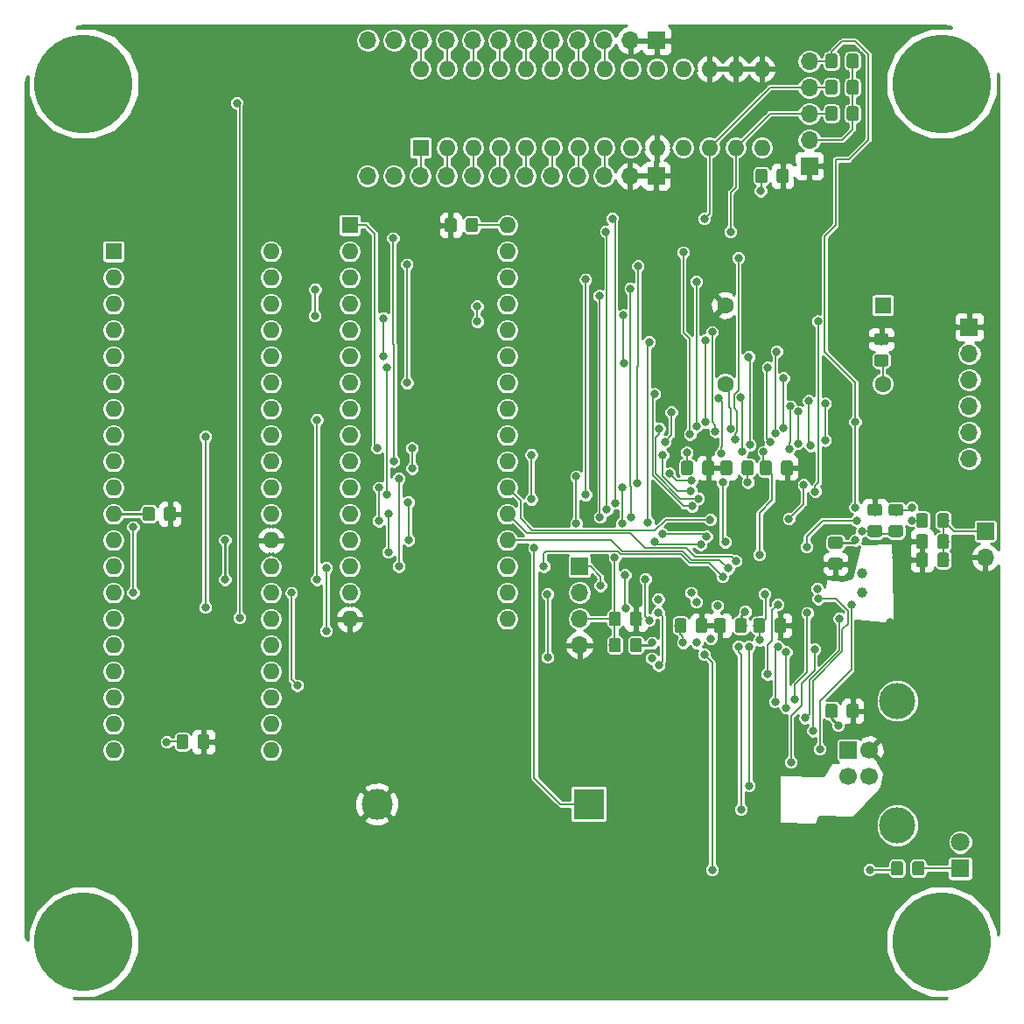
<source format=gbr>
G04 #@! TF.GenerationSoftware,KiCad,Pcbnew,(5.0.2)-1*
G04 #@! TF.CreationDate,2019-10-05T10:25:00-04:00*
G04 #@! TF.ProjectId,Z80_CPU,5a38305f-4350-4552-9e6b-696361645f70,1*
G04 #@! TF.SameCoordinates,Original*
G04 #@! TF.FileFunction,Copper,L2,Bot*
G04 #@! TF.FilePolarity,Positive*
%FSLAX46Y46*%
G04 Gerber Fmt 4.6, Leading zero omitted, Abs format (unit mm)*
G04 Created by KiCad (PCBNEW (5.0.2)-1) date 10/5/2019 10:25:00 AM*
%MOMM*%
%LPD*%
G01*
G04 APERTURE LIST*
G04 #@! TA.AperFunction,Conductor*
%ADD10C,0.100000*%
G04 #@! TD*
G04 #@! TA.AperFunction,SMDPad,CuDef*
%ADD11C,1.150000*%
G04 #@! TD*
G04 #@! TA.AperFunction,ComponentPad*
%ADD12R,1.600000X1.600000*%
G04 #@! TD*
G04 #@! TA.AperFunction,ComponentPad*
%ADD13C,1.600000*%
G04 #@! TD*
G04 #@! TA.AperFunction,ComponentPad*
%ADD14C,3.000000*%
G04 #@! TD*
G04 #@! TA.AperFunction,ComponentPad*
%ADD15R,3.000000X3.000000*%
G04 #@! TD*
G04 #@! TA.AperFunction,ComponentPad*
%ADD16R,1.800000X1.800000*%
G04 #@! TD*
G04 #@! TA.AperFunction,ComponentPad*
%ADD17C,1.800000*%
G04 #@! TD*
G04 #@! TA.AperFunction,ComponentPad*
%ADD18R,1.700000X1.700000*%
G04 #@! TD*
G04 #@! TA.AperFunction,ComponentPad*
%ADD19O,1.700000X1.700000*%
G04 #@! TD*
G04 #@! TA.AperFunction,ComponentPad*
%ADD20C,1.700000*%
G04 #@! TD*
G04 #@! TA.AperFunction,ComponentPad*
%ADD21C,3.500000*%
G04 #@! TD*
G04 #@! TA.AperFunction,ComponentPad*
%ADD22O,1.600000X1.600000*%
G04 #@! TD*
G04 #@! TA.AperFunction,ComponentPad*
%ADD23C,1.000000*%
G04 #@! TD*
G04 #@! TA.AperFunction,ComponentPad*
%ADD24C,9.525000*%
G04 #@! TD*
G04 #@! TA.AperFunction,ViaPad*
%ADD25C,0.800000*%
G04 #@! TD*
G04 #@! TA.AperFunction,Conductor*
%ADD26C,0.250000*%
G04 #@! TD*
G04 #@! TA.AperFunction,Conductor*
%ADD27C,0.203200*%
G04 #@! TD*
G04 #@! TA.AperFunction,Conductor*
%ADD28C,0.152400*%
G04 #@! TD*
G04 #@! TA.AperFunction,Conductor*
%ADD29C,0.254000*%
G04 #@! TD*
G04 APERTURE END LIST*
D10*
G04 #@! TO.N,Net-(C7-Pad1)*
G04 #@! TO.C,L1*
G36*
X85056505Y-48711204D02*
X85080773Y-48714804D01*
X85104572Y-48720765D01*
X85127671Y-48729030D01*
X85149850Y-48739520D01*
X85170893Y-48752132D01*
X85190599Y-48766747D01*
X85208777Y-48783223D01*
X85225253Y-48801401D01*
X85239868Y-48821107D01*
X85252480Y-48842150D01*
X85262970Y-48864329D01*
X85271235Y-48887428D01*
X85277196Y-48911227D01*
X85280796Y-48935495D01*
X85282000Y-48959999D01*
X85282000Y-49610001D01*
X85280796Y-49634505D01*
X85277196Y-49658773D01*
X85271235Y-49682572D01*
X85262970Y-49705671D01*
X85252480Y-49727850D01*
X85239868Y-49748893D01*
X85225253Y-49768599D01*
X85208777Y-49786777D01*
X85190599Y-49803253D01*
X85170893Y-49817868D01*
X85149850Y-49830480D01*
X85127671Y-49840970D01*
X85104572Y-49849235D01*
X85080773Y-49855196D01*
X85056505Y-49858796D01*
X85032001Y-49860000D01*
X84131999Y-49860000D01*
X84107495Y-49858796D01*
X84083227Y-49855196D01*
X84059428Y-49849235D01*
X84036329Y-49840970D01*
X84014150Y-49830480D01*
X83993107Y-49817868D01*
X83973401Y-49803253D01*
X83955223Y-49786777D01*
X83938747Y-49768599D01*
X83924132Y-49748893D01*
X83911520Y-49727850D01*
X83901030Y-49705671D01*
X83892765Y-49682572D01*
X83886804Y-49658773D01*
X83883204Y-49634505D01*
X83882000Y-49610001D01*
X83882000Y-48959999D01*
X83883204Y-48935495D01*
X83886804Y-48911227D01*
X83892765Y-48887428D01*
X83901030Y-48864329D01*
X83911520Y-48842150D01*
X83924132Y-48821107D01*
X83938747Y-48801401D01*
X83955223Y-48783223D01*
X83973401Y-48766747D01*
X83993107Y-48752132D01*
X84014150Y-48739520D01*
X84036329Y-48729030D01*
X84059428Y-48720765D01*
X84083227Y-48714804D01*
X84107495Y-48711204D01*
X84131999Y-48710000D01*
X85032001Y-48710000D01*
X85056505Y-48711204D01*
X85056505Y-48711204D01*
G37*
D11*
G04 #@! TD*
G04 #@! TO.P,L1,1*
G04 #@! TO.N,Net-(C7-Pad1)*
X84582000Y-49285000D03*
D10*
G04 #@! TO.N,+5V*
G04 #@! TO.C,L1*
G36*
X85056505Y-46661204D02*
X85080773Y-46664804D01*
X85104572Y-46670765D01*
X85127671Y-46679030D01*
X85149850Y-46689520D01*
X85170893Y-46702132D01*
X85190599Y-46716747D01*
X85208777Y-46733223D01*
X85225253Y-46751401D01*
X85239868Y-46771107D01*
X85252480Y-46792150D01*
X85262970Y-46814329D01*
X85271235Y-46837428D01*
X85277196Y-46861227D01*
X85280796Y-46885495D01*
X85282000Y-46909999D01*
X85282000Y-47560001D01*
X85280796Y-47584505D01*
X85277196Y-47608773D01*
X85271235Y-47632572D01*
X85262970Y-47655671D01*
X85252480Y-47677850D01*
X85239868Y-47698893D01*
X85225253Y-47718599D01*
X85208777Y-47736777D01*
X85190599Y-47753253D01*
X85170893Y-47767868D01*
X85149850Y-47780480D01*
X85127671Y-47790970D01*
X85104572Y-47799235D01*
X85080773Y-47805196D01*
X85056505Y-47808796D01*
X85032001Y-47810000D01*
X84131999Y-47810000D01*
X84107495Y-47808796D01*
X84083227Y-47805196D01*
X84059428Y-47799235D01*
X84036329Y-47790970D01*
X84014150Y-47780480D01*
X83993107Y-47767868D01*
X83973401Y-47753253D01*
X83955223Y-47736777D01*
X83938747Y-47718599D01*
X83924132Y-47698893D01*
X83911520Y-47677850D01*
X83901030Y-47655671D01*
X83892765Y-47632572D01*
X83886804Y-47608773D01*
X83883204Y-47584505D01*
X83882000Y-47560001D01*
X83882000Y-46909999D01*
X83883204Y-46885495D01*
X83886804Y-46861227D01*
X83892765Y-46837428D01*
X83901030Y-46814329D01*
X83911520Y-46792150D01*
X83924132Y-46771107D01*
X83938747Y-46751401D01*
X83955223Y-46733223D01*
X83973401Y-46716747D01*
X83993107Y-46702132D01*
X84014150Y-46689520D01*
X84036329Y-46679030D01*
X84059428Y-46670765D01*
X84083227Y-46664804D01*
X84107495Y-46661204D01*
X84131999Y-46660000D01*
X85032001Y-46660000D01*
X85056505Y-46661204D01*
X85056505Y-46661204D01*
G37*
D11*
G04 #@! TD*
G04 #@! TO.P,L1,2*
G04 #@! TO.N,+5V*
X84582000Y-47235000D03*
D12*
G04 #@! TO.P,U3,1*
G04 #@! TO.N,N/C*
X83312000Y-27432000D03*
D13*
G04 #@! TO.P,U3,14*
G04 #@! TO.N,+5V*
X83312000Y-35052000D03*
G04 #@! TO.P,U3,8*
G04 #@! TO.N,Net-(U3-Pad8)*
X68072000Y-35052000D03*
G04 #@! TO.P,U3,7*
G04 #@! TO.N,GND*
X68072000Y-27432000D03*
G04 #@! TD*
D14*
G04 #@! TO.P,BT1,2*
G04 #@! TO.N,GND*
X34374000Y-75692000D03*
D15*
G04 #@! TO.P,BT1,1*
G04 #@! TO.N,Net-(BT1-Pad1)*
X54864000Y-75692000D03*
G04 #@! TD*
D10*
G04 #@! TO.N,Net-(C13-Pad1)*
G04 #@! TO.C,C13*
G36*
X57744505Y-57086204D02*
X57768773Y-57089804D01*
X57792572Y-57095765D01*
X57815671Y-57104030D01*
X57837850Y-57114520D01*
X57858893Y-57127132D01*
X57878599Y-57141747D01*
X57896777Y-57158223D01*
X57913253Y-57176401D01*
X57927868Y-57196107D01*
X57940480Y-57217150D01*
X57950970Y-57239329D01*
X57959235Y-57262428D01*
X57965196Y-57286227D01*
X57968796Y-57310495D01*
X57970000Y-57334999D01*
X57970000Y-58235001D01*
X57968796Y-58259505D01*
X57965196Y-58283773D01*
X57959235Y-58307572D01*
X57950970Y-58330671D01*
X57940480Y-58352850D01*
X57927868Y-58373893D01*
X57913253Y-58393599D01*
X57896777Y-58411777D01*
X57878599Y-58428253D01*
X57858893Y-58442868D01*
X57837850Y-58455480D01*
X57815671Y-58465970D01*
X57792572Y-58474235D01*
X57768773Y-58480196D01*
X57744505Y-58483796D01*
X57720001Y-58485000D01*
X57069999Y-58485000D01*
X57045495Y-58483796D01*
X57021227Y-58480196D01*
X56997428Y-58474235D01*
X56974329Y-58465970D01*
X56952150Y-58455480D01*
X56931107Y-58442868D01*
X56911401Y-58428253D01*
X56893223Y-58411777D01*
X56876747Y-58393599D01*
X56862132Y-58373893D01*
X56849520Y-58352850D01*
X56839030Y-58330671D01*
X56830765Y-58307572D01*
X56824804Y-58283773D01*
X56821204Y-58259505D01*
X56820000Y-58235001D01*
X56820000Y-57334999D01*
X56821204Y-57310495D01*
X56824804Y-57286227D01*
X56830765Y-57262428D01*
X56839030Y-57239329D01*
X56849520Y-57217150D01*
X56862132Y-57196107D01*
X56876747Y-57176401D01*
X56893223Y-57158223D01*
X56911401Y-57141747D01*
X56931107Y-57127132D01*
X56952150Y-57114520D01*
X56974329Y-57104030D01*
X56997428Y-57095765D01*
X57021227Y-57089804D01*
X57045495Y-57086204D01*
X57069999Y-57085000D01*
X57720001Y-57085000D01*
X57744505Y-57086204D01*
X57744505Y-57086204D01*
G37*
D11*
G04 #@! TD*
G04 #@! TO.P,C13,1*
G04 #@! TO.N,Net-(C13-Pad1)*
X57395000Y-57785000D03*
D10*
G04 #@! TO.N,GND*
G04 #@! TO.C,C13*
G36*
X59794505Y-57086204D02*
X59818773Y-57089804D01*
X59842572Y-57095765D01*
X59865671Y-57104030D01*
X59887850Y-57114520D01*
X59908893Y-57127132D01*
X59928599Y-57141747D01*
X59946777Y-57158223D01*
X59963253Y-57176401D01*
X59977868Y-57196107D01*
X59990480Y-57217150D01*
X60000970Y-57239329D01*
X60009235Y-57262428D01*
X60015196Y-57286227D01*
X60018796Y-57310495D01*
X60020000Y-57334999D01*
X60020000Y-58235001D01*
X60018796Y-58259505D01*
X60015196Y-58283773D01*
X60009235Y-58307572D01*
X60000970Y-58330671D01*
X59990480Y-58352850D01*
X59977868Y-58373893D01*
X59963253Y-58393599D01*
X59946777Y-58411777D01*
X59928599Y-58428253D01*
X59908893Y-58442868D01*
X59887850Y-58455480D01*
X59865671Y-58465970D01*
X59842572Y-58474235D01*
X59818773Y-58480196D01*
X59794505Y-58483796D01*
X59770001Y-58485000D01*
X59119999Y-58485000D01*
X59095495Y-58483796D01*
X59071227Y-58480196D01*
X59047428Y-58474235D01*
X59024329Y-58465970D01*
X59002150Y-58455480D01*
X58981107Y-58442868D01*
X58961401Y-58428253D01*
X58943223Y-58411777D01*
X58926747Y-58393599D01*
X58912132Y-58373893D01*
X58899520Y-58352850D01*
X58889030Y-58330671D01*
X58880765Y-58307572D01*
X58874804Y-58283773D01*
X58871204Y-58259505D01*
X58870000Y-58235001D01*
X58870000Y-57334999D01*
X58871204Y-57310495D01*
X58874804Y-57286227D01*
X58880765Y-57262428D01*
X58889030Y-57239329D01*
X58899520Y-57217150D01*
X58912132Y-57196107D01*
X58926747Y-57176401D01*
X58943223Y-57158223D01*
X58961401Y-57141747D01*
X58981107Y-57127132D01*
X59002150Y-57114520D01*
X59024329Y-57104030D01*
X59047428Y-57095765D01*
X59071227Y-57089804D01*
X59095495Y-57086204D01*
X59119999Y-57085000D01*
X59770001Y-57085000D01*
X59794505Y-57086204D01*
X59794505Y-57086204D01*
G37*
D11*
G04 #@! TD*
G04 #@! TO.P,C13,2*
G04 #@! TO.N,GND*
X59445000Y-57785000D03*
D10*
G04 #@! TO.N,Net-(C10-Pad1)*
G04 #@! TO.C,C10*
G36*
X71714505Y-57721204D02*
X71738773Y-57724804D01*
X71762572Y-57730765D01*
X71785671Y-57739030D01*
X71807850Y-57749520D01*
X71828893Y-57762132D01*
X71848599Y-57776747D01*
X71866777Y-57793223D01*
X71883253Y-57811401D01*
X71897868Y-57831107D01*
X71910480Y-57852150D01*
X71920970Y-57874329D01*
X71929235Y-57897428D01*
X71935196Y-57921227D01*
X71938796Y-57945495D01*
X71940000Y-57969999D01*
X71940000Y-58870001D01*
X71938796Y-58894505D01*
X71935196Y-58918773D01*
X71929235Y-58942572D01*
X71920970Y-58965671D01*
X71910480Y-58987850D01*
X71897868Y-59008893D01*
X71883253Y-59028599D01*
X71866777Y-59046777D01*
X71848599Y-59063253D01*
X71828893Y-59077868D01*
X71807850Y-59090480D01*
X71785671Y-59100970D01*
X71762572Y-59109235D01*
X71738773Y-59115196D01*
X71714505Y-59118796D01*
X71690001Y-59120000D01*
X71039999Y-59120000D01*
X71015495Y-59118796D01*
X70991227Y-59115196D01*
X70967428Y-59109235D01*
X70944329Y-59100970D01*
X70922150Y-59090480D01*
X70901107Y-59077868D01*
X70881401Y-59063253D01*
X70863223Y-59046777D01*
X70846747Y-59028599D01*
X70832132Y-59008893D01*
X70819520Y-58987850D01*
X70809030Y-58965671D01*
X70800765Y-58942572D01*
X70794804Y-58918773D01*
X70791204Y-58894505D01*
X70790000Y-58870001D01*
X70790000Y-57969999D01*
X70791204Y-57945495D01*
X70794804Y-57921227D01*
X70800765Y-57897428D01*
X70809030Y-57874329D01*
X70819520Y-57852150D01*
X70832132Y-57831107D01*
X70846747Y-57811401D01*
X70863223Y-57793223D01*
X70881401Y-57776747D01*
X70901107Y-57762132D01*
X70922150Y-57749520D01*
X70944329Y-57739030D01*
X70967428Y-57730765D01*
X70991227Y-57724804D01*
X71015495Y-57721204D01*
X71039999Y-57720000D01*
X71690001Y-57720000D01*
X71714505Y-57721204D01*
X71714505Y-57721204D01*
G37*
D11*
G04 #@! TD*
G04 #@! TO.P,C10,1*
G04 #@! TO.N,Net-(C10-Pad1)*
X71365000Y-58420000D03*
D10*
G04 #@! TO.N,GND*
G04 #@! TO.C,C10*
G36*
X73764505Y-57721204D02*
X73788773Y-57724804D01*
X73812572Y-57730765D01*
X73835671Y-57739030D01*
X73857850Y-57749520D01*
X73878893Y-57762132D01*
X73898599Y-57776747D01*
X73916777Y-57793223D01*
X73933253Y-57811401D01*
X73947868Y-57831107D01*
X73960480Y-57852150D01*
X73970970Y-57874329D01*
X73979235Y-57897428D01*
X73985196Y-57921227D01*
X73988796Y-57945495D01*
X73990000Y-57969999D01*
X73990000Y-58870001D01*
X73988796Y-58894505D01*
X73985196Y-58918773D01*
X73979235Y-58942572D01*
X73970970Y-58965671D01*
X73960480Y-58987850D01*
X73947868Y-59008893D01*
X73933253Y-59028599D01*
X73916777Y-59046777D01*
X73898599Y-59063253D01*
X73878893Y-59077868D01*
X73857850Y-59090480D01*
X73835671Y-59100970D01*
X73812572Y-59109235D01*
X73788773Y-59115196D01*
X73764505Y-59118796D01*
X73740001Y-59120000D01*
X73089999Y-59120000D01*
X73065495Y-59118796D01*
X73041227Y-59115196D01*
X73017428Y-59109235D01*
X72994329Y-59100970D01*
X72972150Y-59090480D01*
X72951107Y-59077868D01*
X72931401Y-59063253D01*
X72913223Y-59046777D01*
X72896747Y-59028599D01*
X72882132Y-59008893D01*
X72869520Y-58987850D01*
X72859030Y-58965671D01*
X72850765Y-58942572D01*
X72844804Y-58918773D01*
X72841204Y-58894505D01*
X72840000Y-58870001D01*
X72840000Y-57969999D01*
X72841204Y-57945495D01*
X72844804Y-57921227D01*
X72850765Y-57897428D01*
X72859030Y-57874329D01*
X72869520Y-57852150D01*
X72882132Y-57831107D01*
X72896747Y-57811401D01*
X72913223Y-57793223D01*
X72931401Y-57776747D01*
X72951107Y-57762132D01*
X72972150Y-57749520D01*
X72994329Y-57739030D01*
X73017428Y-57730765D01*
X73041227Y-57724804D01*
X73065495Y-57721204D01*
X73089999Y-57720000D01*
X73740001Y-57720000D01*
X73764505Y-57721204D01*
X73764505Y-57721204D01*
G37*
D11*
G04 #@! TD*
G04 #@! TO.P,C10,2*
G04 #@! TO.N,GND*
X73415000Y-58420000D03*
D10*
G04 #@! TO.N,Net-(C10-Pad1)*
G04 #@! TO.C,C4*
G36*
X72349505Y-42481204D02*
X72373773Y-42484804D01*
X72397572Y-42490765D01*
X72420671Y-42499030D01*
X72442850Y-42509520D01*
X72463893Y-42522132D01*
X72483599Y-42536747D01*
X72501777Y-42553223D01*
X72518253Y-42571401D01*
X72532868Y-42591107D01*
X72545480Y-42612150D01*
X72555970Y-42634329D01*
X72564235Y-42657428D01*
X72570196Y-42681227D01*
X72573796Y-42705495D01*
X72575000Y-42729999D01*
X72575000Y-43630001D01*
X72573796Y-43654505D01*
X72570196Y-43678773D01*
X72564235Y-43702572D01*
X72555970Y-43725671D01*
X72545480Y-43747850D01*
X72532868Y-43768893D01*
X72518253Y-43788599D01*
X72501777Y-43806777D01*
X72483599Y-43823253D01*
X72463893Y-43837868D01*
X72442850Y-43850480D01*
X72420671Y-43860970D01*
X72397572Y-43869235D01*
X72373773Y-43875196D01*
X72349505Y-43878796D01*
X72325001Y-43880000D01*
X71674999Y-43880000D01*
X71650495Y-43878796D01*
X71626227Y-43875196D01*
X71602428Y-43869235D01*
X71579329Y-43860970D01*
X71557150Y-43850480D01*
X71536107Y-43837868D01*
X71516401Y-43823253D01*
X71498223Y-43806777D01*
X71481747Y-43788599D01*
X71467132Y-43768893D01*
X71454520Y-43747850D01*
X71444030Y-43725671D01*
X71435765Y-43702572D01*
X71429804Y-43678773D01*
X71426204Y-43654505D01*
X71425000Y-43630001D01*
X71425000Y-42729999D01*
X71426204Y-42705495D01*
X71429804Y-42681227D01*
X71435765Y-42657428D01*
X71444030Y-42634329D01*
X71454520Y-42612150D01*
X71467132Y-42591107D01*
X71481747Y-42571401D01*
X71498223Y-42553223D01*
X71516401Y-42536747D01*
X71536107Y-42522132D01*
X71557150Y-42509520D01*
X71579329Y-42499030D01*
X71602428Y-42490765D01*
X71626227Y-42484804D01*
X71650495Y-42481204D01*
X71674999Y-42480000D01*
X72325001Y-42480000D01*
X72349505Y-42481204D01*
X72349505Y-42481204D01*
G37*
D11*
G04 #@! TD*
G04 #@! TO.P,C4,1*
G04 #@! TO.N,Net-(C10-Pad1)*
X72000000Y-43180000D03*
D10*
G04 #@! TO.N,GND*
G04 #@! TO.C,C4*
G36*
X74399505Y-42481204D02*
X74423773Y-42484804D01*
X74447572Y-42490765D01*
X74470671Y-42499030D01*
X74492850Y-42509520D01*
X74513893Y-42522132D01*
X74533599Y-42536747D01*
X74551777Y-42553223D01*
X74568253Y-42571401D01*
X74582868Y-42591107D01*
X74595480Y-42612150D01*
X74605970Y-42634329D01*
X74614235Y-42657428D01*
X74620196Y-42681227D01*
X74623796Y-42705495D01*
X74625000Y-42729999D01*
X74625000Y-43630001D01*
X74623796Y-43654505D01*
X74620196Y-43678773D01*
X74614235Y-43702572D01*
X74605970Y-43725671D01*
X74595480Y-43747850D01*
X74582868Y-43768893D01*
X74568253Y-43788599D01*
X74551777Y-43806777D01*
X74533599Y-43823253D01*
X74513893Y-43837868D01*
X74492850Y-43850480D01*
X74470671Y-43860970D01*
X74447572Y-43869235D01*
X74423773Y-43875196D01*
X74399505Y-43878796D01*
X74375001Y-43880000D01*
X73724999Y-43880000D01*
X73700495Y-43878796D01*
X73676227Y-43875196D01*
X73652428Y-43869235D01*
X73629329Y-43860970D01*
X73607150Y-43850480D01*
X73586107Y-43837868D01*
X73566401Y-43823253D01*
X73548223Y-43806777D01*
X73531747Y-43788599D01*
X73517132Y-43768893D01*
X73504520Y-43747850D01*
X73494030Y-43725671D01*
X73485765Y-43702572D01*
X73479804Y-43678773D01*
X73476204Y-43654505D01*
X73475000Y-43630001D01*
X73475000Y-42729999D01*
X73476204Y-42705495D01*
X73479804Y-42681227D01*
X73485765Y-42657428D01*
X73494030Y-42634329D01*
X73504520Y-42612150D01*
X73517132Y-42591107D01*
X73531747Y-42571401D01*
X73548223Y-42553223D01*
X73566401Y-42536747D01*
X73586107Y-42522132D01*
X73607150Y-42509520D01*
X73629329Y-42499030D01*
X73652428Y-42490765D01*
X73676227Y-42484804D01*
X73700495Y-42481204D01*
X73724999Y-42480000D01*
X74375001Y-42480000D01*
X74399505Y-42481204D01*
X74399505Y-42481204D01*
G37*
D11*
G04 #@! TD*
G04 #@! TO.P,C4,2*
G04 #@! TO.N,GND*
X74050000Y-43180000D03*
D10*
G04 #@! TO.N,GND*
G04 #@! TO.C,C7*
G36*
X83024505Y-46661204D02*
X83048773Y-46664804D01*
X83072572Y-46670765D01*
X83095671Y-46679030D01*
X83117850Y-46689520D01*
X83138893Y-46702132D01*
X83158599Y-46716747D01*
X83176777Y-46733223D01*
X83193253Y-46751401D01*
X83207868Y-46771107D01*
X83220480Y-46792150D01*
X83230970Y-46814329D01*
X83239235Y-46837428D01*
X83245196Y-46861227D01*
X83248796Y-46885495D01*
X83250000Y-46909999D01*
X83250000Y-47560001D01*
X83248796Y-47584505D01*
X83245196Y-47608773D01*
X83239235Y-47632572D01*
X83230970Y-47655671D01*
X83220480Y-47677850D01*
X83207868Y-47698893D01*
X83193253Y-47718599D01*
X83176777Y-47736777D01*
X83158599Y-47753253D01*
X83138893Y-47767868D01*
X83117850Y-47780480D01*
X83095671Y-47790970D01*
X83072572Y-47799235D01*
X83048773Y-47805196D01*
X83024505Y-47808796D01*
X83000001Y-47810000D01*
X82099999Y-47810000D01*
X82075495Y-47808796D01*
X82051227Y-47805196D01*
X82027428Y-47799235D01*
X82004329Y-47790970D01*
X81982150Y-47780480D01*
X81961107Y-47767868D01*
X81941401Y-47753253D01*
X81923223Y-47736777D01*
X81906747Y-47718599D01*
X81892132Y-47698893D01*
X81879520Y-47677850D01*
X81869030Y-47655671D01*
X81860765Y-47632572D01*
X81854804Y-47608773D01*
X81851204Y-47584505D01*
X81850000Y-47560001D01*
X81850000Y-46909999D01*
X81851204Y-46885495D01*
X81854804Y-46861227D01*
X81860765Y-46837428D01*
X81869030Y-46814329D01*
X81879520Y-46792150D01*
X81892132Y-46771107D01*
X81906747Y-46751401D01*
X81923223Y-46733223D01*
X81941401Y-46716747D01*
X81961107Y-46702132D01*
X81982150Y-46689520D01*
X82004329Y-46679030D01*
X82027428Y-46670765D01*
X82051227Y-46664804D01*
X82075495Y-46661204D01*
X82099999Y-46660000D01*
X83000001Y-46660000D01*
X83024505Y-46661204D01*
X83024505Y-46661204D01*
G37*
D11*
G04 #@! TD*
G04 #@! TO.P,C7,2*
G04 #@! TO.N,GND*
X82550000Y-47235000D03*
D10*
G04 #@! TO.N,Net-(C7-Pad1)*
G04 #@! TO.C,C7*
G36*
X83024505Y-48711204D02*
X83048773Y-48714804D01*
X83072572Y-48720765D01*
X83095671Y-48729030D01*
X83117850Y-48739520D01*
X83138893Y-48752132D01*
X83158599Y-48766747D01*
X83176777Y-48783223D01*
X83193253Y-48801401D01*
X83207868Y-48821107D01*
X83220480Y-48842150D01*
X83230970Y-48864329D01*
X83239235Y-48887428D01*
X83245196Y-48911227D01*
X83248796Y-48935495D01*
X83250000Y-48959999D01*
X83250000Y-49610001D01*
X83248796Y-49634505D01*
X83245196Y-49658773D01*
X83239235Y-49682572D01*
X83230970Y-49705671D01*
X83220480Y-49727850D01*
X83207868Y-49748893D01*
X83193253Y-49768599D01*
X83176777Y-49786777D01*
X83158599Y-49803253D01*
X83138893Y-49817868D01*
X83117850Y-49830480D01*
X83095671Y-49840970D01*
X83072572Y-49849235D01*
X83048773Y-49855196D01*
X83024505Y-49858796D01*
X83000001Y-49860000D01*
X82099999Y-49860000D01*
X82075495Y-49858796D01*
X82051227Y-49855196D01*
X82027428Y-49849235D01*
X82004329Y-49840970D01*
X81982150Y-49830480D01*
X81961107Y-49817868D01*
X81941401Y-49803253D01*
X81923223Y-49786777D01*
X81906747Y-49768599D01*
X81892132Y-49748893D01*
X81879520Y-49727850D01*
X81869030Y-49705671D01*
X81860765Y-49682572D01*
X81854804Y-49658773D01*
X81851204Y-49634505D01*
X81850000Y-49610001D01*
X81850000Y-48959999D01*
X81851204Y-48935495D01*
X81854804Y-48911227D01*
X81860765Y-48887428D01*
X81869030Y-48864329D01*
X81879520Y-48842150D01*
X81892132Y-48821107D01*
X81906747Y-48801401D01*
X81923223Y-48783223D01*
X81941401Y-48766747D01*
X81961107Y-48752132D01*
X81982150Y-48739520D01*
X82004329Y-48729030D01*
X82027428Y-48720765D01*
X82051227Y-48714804D01*
X82075495Y-48711204D01*
X82099999Y-48710000D01*
X83000001Y-48710000D01*
X83024505Y-48711204D01*
X83024505Y-48711204D01*
G37*
D11*
G04 #@! TD*
G04 #@! TO.P,C7,1*
G04 #@! TO.N,Net-(C7-Pad1)*
X82550000Y-49285000D03*
D10*
G04 #@! TO.N,GND*
G04 #@! TO.C,C8*
G36*
X79214505Y-51886204D02*
X79238773Y-51889804D01*
X79262572Y-51895765D01*
X79285671Y-51904030D01*
X79307850Y-51914520D01*
X79328893Y-51927132D01*
X79348599Y-51941747D01*
X79366777Y-51958223D01*
X79383253Y-51976401D01*
X79397868Y-51996107D01*
X79410480Y-52017150D01*
X79420970Y-52039329D01*
X79429235Y-52062428D01*
X79435196Y-52086227D01*
X79438796Y-52110495D01*
X79440000Y-52134999D01*
X79440000Y-52785001D01*
X79438796Y-52809505D01*
X79435196Y-52833773D01*
X79429235Y-52857572D01*
X79420970Y-52880671D01*
X79410480Y-52902850D01*
X79397868Y-52923893D01*
X79383253Y-52943599D01*
X79366777Y-52961777D01*
X79348599Y-52978253D01*
X79328893Y-52992868D01*
X79307850Y-53005480D01*
X79285671Y-53015970D01*
X79262572Y-53024235D01*
X79238773Y-53030196D01*
X79214505Y-53033796D01*
X79190001Y-53035000D01*
X78289999Y-53035000D01*
X78265495Y-53033796D01*
X78241227Y-53030196D01*
X78217428Y-53024235D01*
X78194329Y-53015970D01*
X78172150Y-53005480D01*
X78151107Y-52992868D01*
X78131401Y-52978253D01*
X78113223Y-52961777D01*
X78096747Y-52943599D01*
X78082132Y-52923893D01*
X78069520Y-52902850D01*
X78059030Y-52880671D01*
X78050765Y-52857572D01*
X78044804Y-52833773D01*
X78041204Y-52809505D01*
X78040000Y-52785001D01*
X78040000Y-52134999D01*
X78041204Y-52110495D01*
X78044804Y-52086227D01*
X78050765Y-52062428D01*
X78059030Y-52039329D01*
X78069520Y-52017150D01*
X78082132Y-51996107D01*
X78096747Y-51976401D01*
X78113223Y-51958223D01*
X78131401Y-51941747D01*
X78151107Y-51927132D01*
X78172150Y-51914520D01*
X78194329Y-51904030D01*
X78217428Y-51895765D01*
X78241227Y-51889804D01*
X78265495Y-51886204D01*
X78289999Y-51885000D01*
X79190001Y-51885000D01*
X79214505Y-51886204D01*
X79214505Y-51886204D01*
G37*
D11*
G04 #@! TD*
G04 #@! TO.P,C8,2*
G04 #@! TO.N,GND*
X78740000Y-52460000D03*
D10*
G04 #@! TO.N,Net-(C8-Pad1)*
G04 #@! TO.C,C8*
G36*
X79214505Y-49836204D02*
X79238773Y-49839804D01*
X79262572Y-49845765D01*
X79285671Y-49854030D01*
X79307850Y-49864520D01*
X79328893Y-49877132D01*
X79348599Y-49891747D01*
X79366777Y-49908223D01*
X79383253Y-49926401D01*
X79397868Y-49946107D01*
X79410480Y-49967150D01*
X79420970Y-49989329D01*
X79429235Y-50012428D01*
X79435196Y-50036227D01*
X79438796Y-50060495D01*
X79440000Y-50084999D01*
X79440000Y-50735001D01*
X79438796Y-50759505D01*
X79435196Y-50783773D01*
X79429235Y-50807572D01*
X79420970Y-50830671D01*
X79410480Y-50852850D01*
X79397868Y-50873893D01*
X79383253Y-50893599D01*
X79366777Y-50911777D01*
X79348599Y-50928253D01*
X79328893Y-50942868D01*
X79307850Y-50955480D01*
X79285671Y-50965970D01*
X79262572Y-50974235D01*
X79238773Y-50980196D01*
X79214505Y-50983796D01*
X79190001Y-50985000D01*
X78289999Y-50985000D01*
X78265495Y-50983796D01*
X78241227Y-50980196D01*
X78217428Y-50974235D01*
X78194329Y-50965970D01*
X78172150Y-50955480D01*
X78151107Y-50942868D01*
X78131401Y-50928253D01*
X78113223Y-50911777D01*
X78096747Y-50893599D01*
X78082132Y-50873893D01*
X78069520Y-50852850D01*
X78059030Y-50830671D01*
X78050765Y-50807572D01*
X78044804Y-50783773D01*
X78041204Y-50759505D01*
X78040000Y-50735001D01*
X78040000Y-50084999D01*
X78041204Y-50060495D01*
X78044804Y-50036227D01*
X78050765Y-50012428D01*
X78059030Y-49989329D01*
X78069520Y-49967150D01*
X78082132Y-49946107D01*
X78096747Y-49926401D01*
X78113223Y-49908223D01*
X78131401Y-49891747D01*
X78151107Y-49877132D01*
X78172150Y-49864520D01*
X78194329Y-49854030D01*
X78217428Y-49845765D01*
X78241227Y-49839804D01*
X78265495Y-49836204D01*
X78289999Y-49835000D01*
X79190001Y-49835000D01*
X79214505Y-49836204D01*
X79214505Y-49836204D01*
G37*
D11*
G04 #@! TD*
G04 #@! TO.P,C8,1*
G04 #@! TO.N,Net-(C8-Pad1)*
X78740000Y-50410000D03*
D10*
G04 #@! TO.N,GND*
G04 #@! TO.C,C16*
G36*
X17957005Y-68960704D02*
X17981273Y-68964304D01*
X18005072Y-68970265D01*
X18028171Y-68978530D01*
X18050350Y-68989020D01*
X18071393Y-69001632D01*
X18091099Y-69016247D01*
X18109277Y-69032723D01*
X18125753Y-69050901D01*
X18140368Y-69070607D01*
X18152980Y-69091650D01*
X18163470Y-69113829D01*
X18171735Y-69136928D01*
X18177696Y-69160727D01*
X18181296Y-69184995D01*
X18182500Y-69209499D01*
X18182500Y-70109501D01*
X18181296Y-70134005D01*
X18177696Y-70158273D01*
X18171735Y-70182072D01*
X18163470Y-70205171D01*
X18152980Y-70227350D01*
X18140368Y-70248393D01*
X18125753Y-70268099D01*
X18109277Y-70286277D01*
X18091099Y-70302753D01*
X18071393Y-70317368D01*
X18050350Y-70329980D01*
X18028171Y-70340470D01*
X18005072Y-70348735D01*
X17981273Y-70354696D01*
X17957005Y-70358296D01*
X17932501Y-70359500D01*
X17282499Y-70359500D01*
X17257995Y-70358296D01*
X17233727Y-70354696D01*
X17209928Y-70348735D01*
X17186829Y-70340470D01*
X17164650Y-70329980D01*
X17143607Y-70317368D01*
X17123901Y-70302753D01*
X17105723Y-70286277D01*
X17089247Y-70268099D01*
X17074632Y-70248393D01*
X17062020Y-70227350D01*
X17051530Y-70205171D01*
X17043265Y-70182072D01*
X17037304Y-70158273D01*
X17033704Y-70134005D01*
X17032500Y-70109501D01*
X17032500Y-69209499D01*
X17033704Y-69184995D01*
X17037304Y-69160727D01*
X17043265Y-69136928D01*
X17051530Y-69113829D01*
X17062020Y-69091650D01*
X17074632Y-69070607D01*
X17089247Y-69050901D01*
X17105723Y-69032723D01*
X17123901Y-69016247D01*
X17143607Y-69001632D01*
X17164650Y-68989020D01*
X17186829Y-68978530D01*
X17209928Y-68970265D01*
X17233727Y-68964304D01*
X17257995Y-68960704D01*
X17282499Y-68959500D01*
X17932501Y-68959500D01*
X17957005Y-68960704D01*
X17957005Y-68960704D01*
G37*
D11*
G04 #@! TD*
G04 #@! TO.P,C16,1*
G04 #@! TO.N,GND*
X17607500Y-69659500D03*
D10*
G04 #@! TO.N,+5V*
G04 #@! TO.C,C16*
G36*
X15907005Y-68960704D02*
X15931273Y-68964304D01*
X15955072Y-68970265D01*
X15978171Y-68978530D01*
X16000350Y-68989020D01*
X16021393Y-69001632D01*
X16041099Y-69016247D01*
X16059277Y-69032723D01*
X16075753Y-69050901D01*
X16090368Y-69070607D01*
X16102980Y-69091650D01*
X16113470Y-69113829D01*
X16121735Y-69136928D01*
X16127696Y-69160727D01*
X16131296Y-69184995D01*
X16132500Y-69209499D01*
X16132500Y-70109501D01*
X16131296Y-70134005D01*
X16127696Y-70158273D01*
X16121735Y-70182072D01*
X16113470Y-70205171D01*
X16102980Y-70227350D01*
X16090368Y-70248393D01*
X16075753Y-70268099D01*
X16059277Y-70286277D01*
X16041099Y-70302753D01*
X16021393Y-70317368D01*
X16000350Y-70329980D01*
X15978171Y-70340470D01*
X15955072Y-70348735D01*
X15931273Y-70354696D01*
X15907005Y-70358296D01*
X15882501Y-70359500D01*
X15232499Y-70359500D01*
X15207995Y-70358296D01*
X15183727Y-70354696D01*
X15159928Y-70348735D01*
X15136829Y-70340470D01*
X15114650Y-70329980D01*
X15093607Y-70317368D01*
X15073901Y-70302753D01*
X15055723Y-70286277D01*
X15039247Y-70268099D01*
X15024632Y-70248393D01*
X15012020Y-70227350D01*
X15001530Y-70205171D01*
X14993265Y-70182072D01*
X14987304Y-70158273D01*
X14983704Y-70134005D01*
X14982500Y-70109501D01*
X14982500Y-69209499D01*
X14983704Y-69184995D01*
X14987304Y-69160727D01*
X14993265Y-69136928D01*
X15001530Y-69113829D01*
X15012020Y-69091650D01*
X15024632Y-69070607D01*
X15039247Y-69050901D01*
X15055723Y-69032723D01*
X15073901Y-69016247D01*
X15093607Y-69001632D01*
X15114650Y-68989020D01*
X15136829Y-68978530D01*
X15159928Y-68970265D01*
X15183727Y-68964304D01*
X15207995Y-68960704D01*
X15232499Y-68959500D01*
X15882501Y-68959500D01*
X15907005Y-68960704D01*
X15907005Y-68960704D01*
G37*
D11*
G04 #@! TD*
G04 #@! TO.P,C16,2*
G04 #@! TO.N,+5V*
X15557500Y-69659500D03*
D10*
G04 #@! TO.N,+5V*
G04 #@! TO.C,C12*
G36*
X64094505Y-57721204D02*
X64118773Y-57724804D01*
X64142572Y-57730765D01*
X64165671Y-57739030D01*
X64187850Y-57749520D01*
X64208893Y-57762132D01*
X64228599Y-57776747D01*
X64246777Y-57793223D01*
X64263253Y-57811401D01*
X64277868Y-57831107D01*
X64290480Y-57852150D01*
X64300970Y-57874329D01*
X64309235Y-57897428D01*
X64315196Y-57921227D01*
X64318796Y-57945495D01*
X64320000Y-57969999D01*
X64320000Y-58870001D01*
X64318796Y-58894505D01*
X64315196Y-58918773D01*
X64309235Y-58942572D01*
X64300970Y-58965671D01*
X64290480Y-58987850D01*
X64277868Y-59008893D01*
X64263253Y-59028599D01*
X64246777Y-59046777D01*
X64228599Y-59063253D01*
X64208893Y-59077868D01*
X64187850Y-59090480D01*
X64165671Y-59100970D01*
X64142572Y-59109235D01*
X64118773Y-59115196D01*
X64094505Y-59118796D01*
X64070001Y-59120000D01*
X63419999Y-59120000D01*
X63395495Y-59118796D01*
X63371227Y-59115196D01*
X63347428Y-59109235D01*
X63324329Y-59100970D01*
X63302150Y-59090480D01*
X63281107Y-59077868D01*
X63261401Y-59063253D01*
X63243223Y-59046777D01*
X63226747Y-59028599D01*
X63212132Y-59008893D01*
X63199520Y-58987850D01*
X63189030Y-58965671D01*
X63180765Y-58942572D01*
X63174804Y-58918773D01*
X63171204Y-58894505D01*
X63170000Y-58870001D01*
X63170000Y-57969999D01*
X63171204Y-57945495D01*
X63174804Y-57921227D01*
X63180765Y-57897428D01*
X63189030Y-57874329D01*
X63199520Y-57852150D01*
X63212132Y-57831107D01*
X63226747Y-57811401D01*
X63243223Y-57793223D01*
X63261401Y-57776747D01*
X63281107Y-57762132D01*
X63302150Y-57749520D01*
X63324329Y-57739030D01*
X63347428Y-57730765D01*
X63371227Y-57724804D01*
X63395495Y-57721204D01*
X63419999Y-57720000D01*
X64070001Y-57720000D01*
X64094505Y-57721204D01*
X64094505Y-57721204D01*
G37*
D11*
G04 #@! TD*
G04 #@! TO.P,C12,2*
G04 #@! TO.N,+5V*
X63745000Y-58420000D03*
D10*
G04 #@! TO.N,GND*
G04 #@! TO.C,C12*
G36*
X66144505Y-57721204D02*
X66168773Y-57724804D01*
X66192572Y-57730765D01*
X66215671Y-57739030D01*
X66237850Y-57749520D01*
X66258893Y-57762132D01*
X66278599Y-57776747D01*
X66296777Y-57793223D01*
X66313253Y-57811401D01*
X66327868Y-57831107D01*
X66340480Y-57852150D01*
X66350970Y-57874329D01*
X66359235Y-57897428D01*
X66365196Y-57921227D01*
X66368796Y-57945495D01*
X66370000Y-57969999D01*
X66370000Y-58870001D01*
X66368796Y-58894505D01*
X66365196Y-58918773D01*
X66359235Y-58942572D01*
X66350970Y-58965671D01*
X66340480Y-58987850D01*
X66327868Y-59008893D01*
X66313253Y-59028599D01*
X66296777Y-59046777D01*
X66278599Y-59063253D01*
X66258893Y-59077868D01*
X66237850Y-59090480D01*
X66215671Y-59100970D01*
X66192572Y-59109235D01*
X66168773Y-59115196D01*
X66144505Y-59118796D01*
X66120001Y-59120000D01*
X65469999Y-59120000D01*
X65445495Y-59118796D01*
X65421227Y-59115196D01*
X65397428Y-59109235D01*
X65374329Y-59100970D01*
X65352150Y-59090480D01*
X65331107Y-59077868D01*
X65311401Y-59063253D01*
X65293223Y-59046777D01*
X65276747Y-59028599D01*
X65262132Y-59008893D01*
X65249520Y-58987850D01*
X65239030Y-58965671D01*
X65230765Y-58942572D01*
X65224804Y-58918773D01*
X65221204Y-58894505D01*
X65220000Y-58870001D01*
X65220000Y-57969999D01*
X65221204Y-57945495D01*
X65224804Y-57921227D01*
X65230765Y-57897428D01*
X65239030Y-57874329D01*
X65249520Y-57852150D01*
X65262132Y-57831107D01*
X65276747Y-57811401D01*
X65293223Y-57793223D01*
X65311401Y-57776747D01*
X65331107Y-57762132D01*
X65352150Y-57749520D01*
X65374329Y-57739030D01*
X65397428Y-57730765D01*
X65421227Y-57724804D01*
X65445495Y-57721204D01*
X65469999Y-57720000D01*
X66120001Y-57720000D01*
X66144505Y-57721204D01*
X66144505Y-57721204D01*
G37*
D11*
G04 #@! TD*
G04 #@! TO.P,C12,1*
G04 #@! TO.N,GND*
X65795000Y-58420000D03*
D10*
G04 #@! TO.N,GND*
G04 #@! TO.C,C15*
G36*
X14709505Y-46926204D02*
X14733773Y-46929804D01*
X14757572Y-46935765D01*
X14780671Y-46944030D01*
X14802850Y-46954520D01*
X14823893Y-46967132D01*
X14843599Y-46981747D01*
X14861777Y-46998223D01*
X14878253Y-47016401D01*
X14892868Y-47036107D01*
X14905480Y-47057150D01*
X14915970Y-47079329D01*
X14924235Y-47102428D01*
X14930196Y-47126227D01*
X14933796Y-47150495D01*
X14935000Y-47174999D01*
X14935000Y-48075001D01*
X14933796Y-48099505D01*
X14930196Y-48123773D01*
X14924235Y-48147572D01*
X14915970Y-48170671D01*
X14905480Y-48192850D01*
X14892868Y-48213893D01*
X14878253Y-48233599D01*
X14861777Y-48251777D01*
X14843599Y-48268253D01*
X14823893Y-48282868D01*
X14802850Y-48295480D01*
X14780671Y-48305970D01*
X14757572Y-48314235D01*
X14733773Y-48320196D01*
X14709505Y-48323796D01*
X14685001Y-48325000D01*
X14034999Y-48325000D01*
X14010495Y-48323796D01*
X13986227Y-48320196D01*
X13962428Y-48314235D01*
X13939329Y-48305970D01*
X13917150Y-48295480D01*
X13896107Y-48282868D01*
X13876401Y-48268253D01*
X13858223Y-48251777D01*
X13841747Y-48233599D01*
X13827132Y-48213893D01*
X13814520Y-48192850D01*
X13804030Y-48170671D01*
X13795765Y-48147572D01*
X13789804Y-48123773D01*
X13786204Y-48099505D01*
X13785000Y-48075001D01*
X13785000Y-47174999D01*
X13786204Y-47150495D01*
X13789804Y-47126227D01*
X13795765Y-47102428D01*
X13804030Y-47079329D01*
X13814520Y-47057150D01*
X13827132Y-47036107D01*
X13841747Y-47016401D01*
X13858223Y-46998223D01*
X13876401Y-46981747D01*
X13896107Y-46967132D01*
X13917150Y-46954520D01*
X13939329Y-46944030D01*
X13962428Y-46935765D01*
X13986227Y-46929804D01*
X14010495Y-46926204D01*
X14034999Y-46925000D01*
X14685001Y-46925000D01*
X14709505Y-46926204D01*
X14709505Y-46926204D01*
G37*
D11*
G04 #@! TD*
G04 #@! TO.P,C15,1*
G04 #@! TO.N,GND*
X14360000Y-47625000D03*
D10*
G04 #@! TO.N,+5V*
G04 #@! TO.C,C15*
G36*
X12659505Y-46926204D02*
X12683773Y-46929804D01*
X12707572Y-46935765D01*
X12730671Y-46944030D01*
X12752850Y-46954520D01*
X12773893Y-46967132D01*
X12793599Y-46981747D01*
X12811777Y-46998223D01*
X12828253Y-47016401D01*
X12842868Y-47036107D01*
X12855480Y-47057150D01*
X12865970Y-47079329D01*
X12874235Y-47102428D01*
X12880196Y-47126227D01*
X12883796Y-47150495D01*
X12885000Y-47174999D01*
X12885000Y-48075001D01*
X12883796Y-48099505D01*
X12880196Y-48123773D01*
X12874235Y-48147572D01*
X12865970Y-48170671D01*
X12855480Y-48192850D01*
X12842868Y-48213893D01*
X12828253Y-48233599D01*
X12811777Y-48251777D01*
X12793599Y-48268253D01*
X12773893Y-48282868D01*
X12752850Y-48295480D01*
X12730671Y-48305970D01*
X12707572Y-48314235D01*
X12683773Y-48320196D01*
X12659505Y-48323796D01*
X12635001Y-48325000D01*
X11984999Y-48325000D01*
X11960495Y-48323796D01*
X11936227Y-48320196D01*
X11912428Y-48314235D01*
X11889329Y-48305970D01*
X11867150Y-48295480D01*
X11846107Y-48282868D01*
X11826401Y-48268253D01*
X11808223Y-48251777D01*
X11791747Y-48233599D01*
X11777132Y-48213893D01*
X11764520Y-48192850D01*
X11754030Y-48170671D01*
X11745765Y-48147572D01*
X11739804Y-48123773D01*
X11736204Y-48099505D01*
X11735000Y-48075001D01*
X11735000Y-47174999D01*
X11736204Y-47150495D01*
X11739804Y-47126227D01*
X11745765Y-47102428D01*
X11754030Y-47079329D01*
X11764520Y-47057150D01*
X11777132Y-47036107D01*
X11791747Y-47016401D01*
X11808223Y-46998223D01*
X11826401Y-46981747D01*
X11846107Y-46967132D01*
X11867150Y-46954520D01*
X11889329Y-46944030D01*
X11912428Y-46935765D01*
X11936227Y-46929804D01*
X11960495Y-46926204D01*
X11984999Y-46925000D01*
X12635001Y-46925000D01*
X12659505Y-46926204D01*
X12659505Y-46926204D01*
G37*
D11*
G04 #@! TD*
G04 #@! TO.P,C15,2*
G04 #@! TO.N,+5V*
X12310000Y-47625000D03*
D10*
G04 #@! TO.N,+5V*
G04 #@! TO.C,C14*
G36*
X78699505Y-65976204D02*
X78723773Y-65979804D01*
X78747572Y-65985765D01*
X78770671Y-65994030D01*
X78792850Y-66004520D01*
X78813893Y-66017132D01*
X78833599Y-66031747D01*
X78851777Y-66048223D01*
X78868253Y-66066401D01*
X78882868Y-66086107D01*
X78895480Y-66107150D01*
X78905970Y-66129329D01*
X78914235Y-66152428D01*
X78920196Y-66176227D01*
X78923796Y-66200495D01*
X78925000Y-66224999D01*
X78925000Y-67125001D01*
X78923796Y-67149505D01*
X78920196Y-67173773D01*
X78914235Y-67197572D01*
X78905970Y-67220671D01*
X78895480Y-67242850D01*
X78882868Y-67263893D01*
X78868253Y-67283599D01*
X78851777Y-67301777D01*
X78833599Y-67318253D01*
X78813893Y-67332868D01*
X78792850Y-67345480D01*
X78770671Y-67355970D01*
X78747572Y-67364235D01*
X78723773Y-67370196D01*
X78699505Y-67373796D01*
X78675001Y-67375000D01*
X78024999Y-67375000D01*
X78000495Y-67373796D01*
X77976227Y-67370196D01*
X77952428Y-67364235D01*
X77929329Y-67355970D01*
X77907150Y-67345480D01*
X77886107Y-67332868D01*
X77866401Y-67318253D01*
X77848223Y-67301777D01*
X77831747Y-67283599D01*
X77817132Y-67263893D01*
X77804520Y-67242850D01*
X77794030Y-67220671D01*
X77785765Y-67197572D01*
X77779804Y-67173773D01*
X77776204Y-67149505D01*
X77775000Y-67125001D01*
X77775000Y-66224999D01*
X77776204Y-66200495D01*
X77779804Y-66176227D01*
X77785765Y-66152428D01*
X77794030Y-66129329D01*
X77804520Y-66107150D01*
X77817132Y-66086107D01*
X77831747Y-66066401D01*
X77848223Y-66048223D01*
X77866401Y-66031747D01*
X77886107Y-66017132D01*
X77907150Y-66004520D01*
X77929329Y-65994030D01*
X77952428Y-65985765D01*
X77976227Y-65979804D01*
X78000495Y-65976204D01*
X78024999Y-65975000D01*
X78675001Y-65975000D01*
X78699505Y-65976204D01*
X78699505Y-65976204D01*
G37*
D11*
G04 #@! TD*
G04 #@! TO.P,C14,2*
G04 #@! TO.N,+5V*
X78350000Y-66675000D03*
D10*
G04 #@! TO.N,GND*
G04 #@! TO.C,C14*
G36*
X80749505Y-65976204D02*
X80773773Y-65979804D01*
X80797572Y-65985765D01*
X80820671Y-65994030D01*
X80842850Y-66004520D01*
X80863893Y-66017132D01*
X80883599Y-66031747D01*
X80901777Y-66048223D01*
X80918253Y-66066401D01*
X80932868Y-66086107D01*
X80945480Y-66107150D01*
X80955970Y-66129329D01*
X80964235Y-66152428D01*
X80970196Y-66176227D01*
X80973796Y-66200495D01*
X80975000Y-66224999D01*
X80975000Y-67125001D01*
X80973796Y-67149505D01*
X80970196Y-67173773D01*
X80964235Y-67197572D01*
X80955970Y-67220671D01*
X80945480Y-67242850D01*
X80932868Y-67263893D01*
X80918253Y-67283599D01*
X80901777Y-67301777D01*
X80883599Y-67318253D01*
X80863893Y-67332868D01*
X80842850Y-67345480D01*
X80820671Y-67355970D01*
X80797572Y-67364235D01*
X80773773Y-67370196D01*
X80749505Y-67373796D01*
X80725001Y-67375000D01*
X80074999Y-67375000D01*
X80050495Y-67373796D01*
X80026227Y-67370196D01*
X80002428Y-67364235D01*
X79979329Y-67355970D01*
X79957150Y-67345480D01*
X79936107Y-67332868D01*
X79916401Y-67318253D01*
X79898223Y-67301777D01*
X79881747Y-67283599D01*
X79867132Y-67263893D01*
X79854520Y-67242850D01*
X79844030Y-67220671D01*
X79835765Y-67197572D01*
X79829804Y-67173773D01*
X79826204Y-67149505D01*
X79825000Y-67125001D01*
X79825000Y-66224999D01*
X79826204Y-66200495D01*
X79829804Y-66176227D01*
X79835765Y-66152428D01*
X79844030Y-66129329D01*
X79854520Y-66107150D01*
X79867132Y-66086107D01*
X79881747Y-66066401D01*
X79898223Y-66048223D01*
X79916401Y-66031747D01*
X79936107Y-66017132D01*
X79957150Y-66004520D01*
X79979329Y-65994030D01*
X80002428Y-65985765D01*
X80026227Y-65979804D01*
X80050495Y-65976204D01*
X80074999Y-65975000D01*
X80725001Y-65975000D01*
X80749505Y-65976204D01*
X80749505Y-65976204D01*
G37*
D11*
G04 #@! TD*
G04 #@! TO.P,C14,1*
G04 #@! TO.N,GND*
X80400000Y-66675000D03*
D10*
G04 #@! TO.N,GND*
G04 #@! TO.C,C6*
G36*
X66779505Y-42481204D02*
X66803773Y-42484804D01*
X66827572Y-42490765D01*
X66850671Y-42499030D01*
X66872850Y-42509520D01*
X66893893Y-42522132D01*
X66913599Y-42536747D01*
X66931777Y-42553223D01*
X66948253Y-42571401D01*
X66962868Y-42591107D01*
X66975480Y-42612150D01*
X66985970Y-42634329D01*
X66994235Y-42657428D01*
X67000196Y-42681227D01*
X67003796Y-42705495D01*
X67005000Y-42729999D01*
X67005000Y-43630001D01*
X67003796Y-43654505D01*
X67000196Y-43678773D01*
X66994235Y-43702572D01*
X66985970Y-43725671D01*
X66975480Y-43747850D01*
X66962868Y-43768893D01*
X66948253Y-43788599D01*
X66931777Y-43806777D01*
X66913599Y-43823253D01*
X66893893Y-43837868D01*
X66872850Y-43850480D01*
X66850671Y-43860970D01*
X66827572Y-43869235D01*
X66803773Y-43875196D01*
X66779505Y-43878796D01*
X66755001Y-43880000D01*
X66104999Y-43880000D01*
X66080495Y-43878796D01*
X66056227Y-43875196D01*
X66032428Y-43869235D01*
X66009329Y-43860970D01*
X65987150Y-43850480D01*
X65966107Y-43837868D01*
X65946401Y-43823253D01*
X65928223Y-43806777D01*
X65911747Y-43788599D01*
X65897132Y-43768893D01*
X65884520Y-43747850D01*
X65874030Y-43725671D01*
X65865765Y-43702572D01*
X65859804Y-43678773D01*
X65856204Y-43654505D01*
X65855000Y-43630001D01*
X65855000Y-42729999D01*
X65856204Y-42705495D01*
X65859804Y-42681227D01*
X65865765Y-42657428D01*
X65874030Y-42634329D01*
X65884520Y-42612150D01*
X65897132Y-42591107D01*
X65911747Y-42571401D01*
X65928223Y-42553223D01*
X65946401Y-42536747D01*
X65966107Y-42522132D01*
X65987150Y-42509520D01*
X66009329Y-42499030D01*
X66032428Y-42490765D01*
X66056227Y-42484804D01*
X66080495Y-42481204D01*
X66104999Y-42480000D01*
X66755001Y-42480000D01*
X66779505Y-42481204D01*
X66779505Y-42481204D01*
G37*
D11*
G04 #@! TD*
G04 #@! TO.P,C6,1*
G04 #@! TO.N,GND*
X66430000Y-43180000D03*
D10*
G04 #@! TO.N,+5V*
G04 #@! TO.C,C6*
G36*
X64729505Y-42481204D02*
X64753773Y-42484804D01*
X64777572Y-42490765D01*
X64800671Y-42499030D01*
X64822850Y-42509520D01*
X64843893Y-42522132D01*
X64863599Y-42536747D01*
X64881777Y-42553223D01*
X64898253Y-42571401D01*
X64912868Y-42591107D01*
X64925480Y-42612150D01*
X64935970Y-42634329D01*
X64944235Y-42657428D01*
X64950196Y-42681227D01*
X64953796Y-42705495D01*
X64955000Y-42729999D01*
X64955000Y-43630001D01*
X64953796Y-43654505D01*
X64950196Y-43678773D01*
X64944235Y-43702572D01*
X64935970Y-43725671D01*
X64925480Y-43747850D01*
X64912868Y-43768893D01*
X64898253Y-43788599D01*
X64881777Y-43806777D01*
X64863599Y-43823253D01*
X64843893Y-43837868D01*
X64822850Y-43850480D01*
X64800671Y-43860970D01*
X64777572Y-43869235D01*
X64753773Y-43875196D01*
X64729505Y-43878796D01*
X64705001Y-43880000D01*
X64054999Y-43880000D01*
X64030495Y-43878796D01*
X64006227Y-43875196D01*
X63982428Y-43869235D01*
X63959329Y-43860970D01*
X63937150Y-43850480D01*
X63916107Y-43837868D01*
X63896401Y-43823253D01*
X63878223Y-43806777D01*
X63861747Y-43788599D01*
X63847132Y-43768893D01*
X63834520Y-43747850D01*
X63824030Y-43725671D01*
X63815765Y-43702572D01*
X63809804Y-43678773D01*
X63806204Y-43654505D01*
X63805000Y-43630001D01*
X63805000Y-42729999D01*
X63806204Y-42705495D01*
X63809804Y-42681227D01*
X63815765Y-42657428D01*
X63824030Y-42634329D01*
X63834520Y-42612150D01*
X63847132Y-42591107D01*
X63861747Y-42571401D01*
X63878223Y-42553223D01*
X63896401Y-42536747D01*
X63916107Y-42522132D01*
X63937150Y-42509520D01*
X63959329Y-42499030D01*
X63982428Y-42490765D01*
X64006227Y-42484804D01*
X64030495Y-42481204D01*
X64054999Y-42480000D01*
X64705001Y-42480000D01*
X64729505Y-42481204D01*
X64729505Y-42481204D01*
G37*
D11*
G04 #@! TD*
G04 #@! TO.P,C6,2*
G04 #@! TO.N,+5V*
X64380000Y-43180000D03*
D10*
G04 #@! TO.N,+5V*
G04 #@! TO.C,C2*
G36*
X43919505Y-18986204D02*
X43943773Y-18989804D01*
X43967572Y-18995765D01*
X43990671Y-19004030D01*
X44012850Y-19014520D01*
X44033893Y-19027132D01*
X44053599Y-19041747D01*
X44071777Y-19058223D01*
X44088253Y-19076401D01*
X44102868Y-19096107D01*
X44115480Y-19117150D01*
X44125970Y-19139329D01*
X44134235Y-19162428D01*
X44140196Y-19186227D01*
X44143796Y-19210495D01*
X44145000Y-19234999D01*
X44145000Y-20135001D01*
X44143796Y-20159505D01*
X44140196Y-20183773D01*
X44134235Y-20207572D01*
X44125970Y-20230671D01*
X44115480Y-20252850D01*
X44102868Y-20273893D01*
X44088253Y-20293599D01*
X44071777Y-20311777D01*
X44053599Y-20328253D01*
X44033893Y-20342868D01*
X44012850Y-20355480D01*
X43990671Y-20365970D01*
X43967572Y-20374235D01*
X43943773Y-20380196D01*
X43919505Y-20383796D01*
X43895001Y-20385000D01*
X43244999Y-20385000D01*
X43220495Y-20383796D01*
X43196227Y-20380196D01*
X43172428Y-20374235D01*
X43149329Y-20365970D01*
X43127150Y-20355480D01*
X43106107Y-20342868D01*
X43086401Y-20328253D01*
X43068223Y-20311777D01*
X43051747Y-20293599D01*
X43037132Y-20273893D01*
X43024520Y-20252850D01*
X43014030Y-20230671D01*
X43005765Y-20207572D01*
X42999804Y-20183773D01*
X42996204Y-20159505D01*
X42995000Y-20135001D01*
X42995000Y-19234999D01*
X42996204Y-19210495D01*
X42999804Y-19186227D01*
X43005765Y-19162428D01*
X43014030Y-19139329D01*
X43024520Y-19117150D01*
X43037132Y-19096107D01*
X43051747Y-19076401D01*
X43068223Y-19058223D01*
X43086401Y-19041747D01*
X43106107Y-19027132D01*
X43127150Y-19014520D01*
X43149329Y-19004030D01*
X43172428Y-18995765D01*
X43196227Y-18989804D01*
X43220495Y-18986204D01*
X43244999Y-18985000D01*
X43895001Y-18985000D01*
X43919505Y-18986204D01*
X43919505Y-18986204D01*
G37*
D11*
G04 #@! TD*
G04 #@! TO.P,C2,2*
G04 #@! TO.N,+5V*
X43570000Y-19685000D03*
D10*
G04 #@! TO.N,GND*
G04 #@! TO.C,C2*
G36*
X41869505Y-18986204D02*
X41893773Y-18989804D01*
X41917572Y-18995765D01*
X41940671Y-19004030D01*
X41962850Y-19014520D01*
X41983893Y-19027132D01*
X42003599Y-19041747D01*
X42021777Y-19058223D01*
X42038253Y-19076401D01*
X42052868Y-19096107D01*
X42065480Y-19117150D01*
X42075970Y-19139329D01*
X42084235Y-19162428D01*
X42090196Y-19186227D01*
X42093796Y-19210495D01*
X42095000Y-19234999D01*
X42095000Y-20135001D01*
X42093796Y-20159505D01*
X42090196Y-20183773D01*
X42084235Y-20207572D01*
X42075970Y-20230671D01*
X42065480Y-20252850D01*
X42052868Y-20273893D01*
X42038253Y-20293599D01*
X42021777Y-20311777D01*
X42003599Y-20328253D01*
X41983893Y-20342868D01*
X41962850Y-20355480D01*
X41940671Y-20365970D01*
X41917572Y-20374235D01*
X41893773Y-20380196D01*
X41869505Y-20383796D01*
X41845001Y-20385000D01*
X41194999Y-20385000D01*
X41170495Y-20383796D01*
X41146227Y-20380196D01*
X41122428Y-20374235D01*
X41099329Y-20365970D01*
X41077150Y-20355480D01*
X41056107Y-20342868D01*
X41036401Y-20328253D01*
X41018223Y-20311777D01*
X41001747Y-20293599D01*
X40987132Y-20273893D01*
X40974520Y-20252850D01*
X40964030Y-20230671D01*
X40955765Y-20207572D01*
X40949804Y-20183773D01*
X40946204Y-20159505D01*
X40945000Y-20135001D01*
X40945000Y-19234999D01*
X40946204Y-19210495D01*
X40949804Y-19186227D01*
X40955765Y-19162428D01*
X40964030Y-19139329D01*
X40974520Y-19117150D01*
X40987132Y-19096107D01*
X41001747Y-19076401D01*
X41018223Y-19058223D01*
X41036401Y-19041747D01*
X41056107Y-19027132D01*
X41077150Y-19014520D01*
X41099329Y-19004030D01*
X41122428Y-18995765D01*
X41146227Y-18989804D01*
X41170495Y-18986204D01*
X41194999Y-18985000D01*
X41845001Y-18985000D01*
X41869505Y-18986204D01*
X41869505Y-18986204D01*
G37*
D11*
G04 #@! TD*
G04 #@! TO.P,C2,1*
G04 #@! TO.N,GND*
X41520000Y-19685000D03*
D10*
G04 #@! TO.N,GND*
G04 #@! TO.C,C3*
G36*
X83659505Y-30151204D02*
X83683773Y-30154804D01*
X83707572Y-30160765D01*
X83730671Y-30169030D01*
X83752850Y-30179520D01*
X83773893Y-30192132D01*
X83793599Y-30206747D01*
X83811777Y-30223223D01*
X83828253Y-30241401D01*
X83842868Y-30261107D01*
X83855480Y-30282150D01*
X83865970Y-30304329D01*
X83874235Y-30327428D01*
X83880196Y-30351227D01*
X83883796Y-30375495D01*
X83885000Y-30399999D01*
X83885000Y-31050001D01*
X83883796Y-31074505D01*
X83880196Y-31098773D01*
X83874235Y-31122572D01*
X83865970Y-31145671D01*
X83855480Y-31167850D01*
X83842868Y-31188893D01*
X83828253Y-31208599D01*
X83811777Y-31226777D01*
X83793599Y-31243253D01*
X83773893Y-31257868D01*
X83752850Y-31270480D01*
X83730671Y-31280970D01*
X83707572Y-31289235D01*
X83683773Y-31295196D01*
X83659505Y-31298796D01*
X83635001Y-31300000D01*
X82734999Y-31300000D01*
X82710495Y-31298796D01*
X82686227Y-31295196D01*
X82662428Y-31289235D01*
X82639329Y-31280970D01*
X82617150Y-31270480D01*
X82596107Y-31257868D01*
X82576401Y-31243253D01*
X82558223Y-31226777D01*
X82541747Y-31208599D01*
X82527132Y-31188893D01*
X82514520Y-31167850D01*
X82504030Y-31145671D01*
X82495765Y-31122572D01*
X82489804Y-31098773D01*
X82486204Y-31074505D01*
X82485000Y-31050001D01*
X82485000Y-30399999D01*
X82486204Y-30375495D01*
X82489804Y-30351227D01*
X82495765Y-30327428D01*
X82504030Y-30304329D01*
X82514520Y-30282150D01*
X82527132Y-30261107D01*
X82541747Y-30241401D01*
X82558223Y-30223223D01*
X82576401Y-30206747D01*
X82596107Y-30192132D01*
X82617150Y-30179520D01*
X82639329Y-30169030D01*
X82662428Y-30160765D01*
X82686227Y-30154804D01*
X82710495Y-30151204D01*
X82734999Y-30150000D01*
X83635001Y-30150000D01*
X83659505Y-30151204D01*
X83659505Y-30151204D01*
G37*
D11*
G04 #@! TD*
G04 #@! TO.P,C3,1*
G04 #@! TO.N,GND*
X83185000Y-30725000D03*
D10*
G04 #@! TO.N,+5V*
G04 #@! TO.C,C3*
G36*
X83659505Y-32201204D02*
X83683773Y-32204804D01*
X83707572Y-32210765D01*
X83730671Y-32219030D01*
X83752850Y-32229520D01*
X83773893Y-32242132D01*
X83793599Y-32256747D01*
X83811777Y-32273223D01*
X83828253Y-32291401D01*
X83842868Y-32311107D01*
X83855480Y-32332150D01*
X83865970Y-32354329D01*
X83874235Y-32377428D01*
X83880196Y-32401227D01*
X83883796Y-32425495D01*
X83885000Y-32449999D01*
X83885000Y-33100001D01*
X83883796Y-33124505D01*
X83880196Y-33148773D01*
X83874235Y-33172572D01*
X83865970Y-33195671D01*
X83855480Y-33217850D01*
X83842868Y-33238893D01*
X83828253Y-33258599D01*
X83811777Y-33276777D01*
X83793599Y-33293253D01*
X83773893Y-33307868D01*
X83752850Y-33320480D01*
X83730671Y-33330970D01*
X83707572Y-33339235D01*
X83683773Y-33345196D01*
X83659505Y-33348796D01*
X83635001Y-33350000D01*
X82734999Y-33350000D01*
X82710495Y-33348796D01*
X82686227Y-33345196D01*
X82662428Y-33339235D01*
X82639329Y-33330970D01*
X82617150Y-33320480D01*
X82596107Y-33307868D01*
X82576401Y-33293253D01*
X82558223Y-33276777D01*
X82541747Y-33258599D01*
X82527132Y-33238893D01*
X82514520Y-33217850D01*
X82504030Y-33195671D01*
X82495765Y-33172572D01*
X82489804Y-33148773D01*
X82486204Y-33124505D01*
X82485000Y-33100001D01*
X82485000Y-32449999D01*
X82486204Y-32425495D01*
X82489804Y-32401227D01*
X82495765Y-32377428D01*
X82504030Y-32354329D01*
X82514520Y-32332150D01*
X82527132Y-32311107D01*
X82541747Y-32291401D01*
X82558223Y-32273223D01*
X82576401Y-32256747D01*
X82596107Y-32242132D01*
X82617150Y-32229520D01*
X82639329Y-32219030D01*
X82662428Y-32210765D01*
X82686227Y-32204804D01*
X82710495Y-32201204D01*
X82734999Y-32200000D01*
X83635001Y-32200000D01*
X83659505Y-32201204D01*
X83659505Y-32201204D01*
G37*
D11*
G04 #@! TD*
G04 #@! TO.P,C3,2*
G04 #@! TO.N,+5V*
X83185000Y-32775000D03*
D10*
G04 #@! TO.N,+5V*
G04 #@! TO.C,C1*
G36*
X71925325Y-14233864D02*
X71949593Y-14237464D01*
X71973392Y-14243425D01*
X71996491Y-14251690D01*
X72018670Y-14262180D01*
X72039713Y-14274792D01*
X72059419Y-14289407D01*
X72077597Y-14305883D01*
X72094073Y-14324061D01*
X72108688Y-14343767D01*
X72121300Y-14364810D01*
X72131790Y-14386989D01*
X72140055Y-14410088D01*
X72146016Y-14433887D01*
X72149616Y-14458155D01*
X72150820Y-14482659D01*
X72150820Y-15382661D01*
X72149616Y-15407165D01*
X72146016Y-15431433D01*
X72140055Y-15455232D01*
X72131790Y-15478331D01*
X72121300Y-15500510D01*
X72108688Y-15521553D01*
X72094073Y-15541259D01*
X72077597Y-15559437D01*
X72059419Y-15575913D01*
X72039713Y-15590528D01*
X72018670Y-15603140D01*
X71996491Y-15613630D01*
X71973392Y-15621895D01*
X71949593Y-15627856D01*
X71925325Y-15631456D01*
X71900821Y-15632660D01*
X71250819Y-15632660D01*
X71226315Y-15631456D01*
X71202047Y-15627856D01*
X71178248Y-15621895D01*
X71155149Y-15613630D01*
X71132970Y-15603140D01*
X71111927Y-15590528D01*
X71092221Y-15575913D01*
X71074043Y-15559437D01*
X71057567Y-15541259D01*
X71042952Y-15521553D01*
X71030340Y-15500510D01*
X71019850Y-15478331D01*
X71011585Y-15455232D01*
X71005624Y-15431433D01*
X71002024Y-15407165D01*
X71000820Y-15382661D01*
X71000820Y-14482659D01*
X71002024Y-14458155D01*
X71005624Y-14433887D01*
X71011585Y-14410088D01*
X71019850Y-14386989D01*
X71030340Y-14364810D01*
X71042952Y-14343767D01*
X71057567Y-14324061D01*
X71074043Y-14305883D01*
X71092221Y-14289407D01*
X71111927Y-14274792D01*
X71132970Y-14262180D01*
X71155149Y-14251690D01*
X71178248Y-14243425D01*
X71202047Y-14237464D01*
X71226315Y-14233864D01*
X71250819Y-14232660D01*
X71900821Y-14232660D01*
X71925325Y-14233864D01*
X71925325Y-14233864D01*
G37*
D11*
G04 #@! TD*
G04 #@! TO.P,C1,2*
G04 #@! TO.N,+5V*
X71575820Y-14932660D03*
D10*
G04 #@! TO.N,GND*
G04 #@! TO.C,C1*
G36*
X73975325Y-14233864D02*
X73999593Y-14237464D01*
X74023392Y-14243425D01*
X74046491Y-14251690D01*
X74068670Y-14262180D01*
X74089713Y-14274792D01*
X74109419Y-14289407D01*
X74127597Y-14305883D01*
X74144073Y-14324061D01*
X74158688Y-14343767D01*
X74171300Y-14364810D01*
X74181790Y-14386989D01*
X74190055Y-14410088D01*
X74196016Y-14433887D01*
X74199616Y-14458155D01*
X74200820Y-14482659D01*
X74200820Y-15382661D01*
X74199616Y-15407165D01*
X74196016Y-15431433D01*
X74190055Y-15455232D01*
X74181790Y-15478331D01*
X74171300Y-15500510D01*
X74158688Y-15521553D01*
X74144073Y-15541259D01*
X74127597Y-15559437D01*
X74109419Y-15575913D01*
X74089713Y-15590528D01*
X74068670Y-15603140D01*
X74046491Y-15613630D01*
X74023392Y-15621895D01*
X73999593Y-15627856D01*
X73975325Y-15631456D01*
X73950821Y-15632660D01*
X73300819Y-15632660D01*
X73276315Y-15631456D01*
X73252047Y-15627856D01*
X73228248Y-15621895D01*
X73205149Y-15613630D01*
X73182970Y-15603140D01*
X73161927Y-15590528D01*
X73142221Y-15575913D01*
X73124043Y-15559437D01*
X73107567Y-15541259D01*
X73092952Y-15521553D01*
X73080340Y-15500510D01*
X73069850Y-15478331D01*
X73061585Y-15455232D01*
X73055624Y-15431433D01*
X73052024Y-15407165D01*
X73050820Y-15382661D01*
X73050820Y-14482659D01*
X73052024Y-14458155D01*
X73055624Y-14433887D01*
X73061585Y-14410088D01*
X73069850Y-14386989D01*
X73080340Y-14364810D01*
X73092952Y-14343767D01*
X73107567Y-14324061D01*
X73124043Y-14305883D01*
X73142221Y-14289407D01*
X73161927Y-14274792D01*
X73182970Y-14262180D01*
X73205149Y-14251690D01*
X73228248Y-14243425D01*
X73252047Y-14237464D01*
X73276315Y-14233864D01*
X73300819Y-14232660D01*
X73950821Y-14232660D01*
X73975325Y-14233864D01*
X73975325Y-14233864D01*
G37*
D11*
G04 #@! TD*
G04 #@! TO.P,C1,1*
G04 #@! TO.N,GND*
X73625820Y-14932660D03*
D10*
G04 #@! TO.N,+5V*
G04 #@! TO.C,C5*
G36*
X70589505Y-42481204D02*
X70613773Y-42484804D01*
X70637572Y-42490765D01*
X70660671Y-42499030D01*
X70682850Y-42509520D01*
X70703893Y-42522132D01*
X70723599Y-42536747D01*
X70741777Y-42553223D01*
X70758253Y-42571401D01*
X70772868Y-42591107D01*
X70785480Y-42612150D01*
X70795970Y-42634329D01*
X70804235Y-42657428D01*
X70810196Y-42681227D01*
X70813796Y-42705495D01*
X70815000Y-42729999D01*
X70815000Y-43630001D01*
X70813796Y-43654505D01*
X70810196Y-43678773D01*
X70804235Y-43702572D01*
X70795970Y-43725671D01*
X70785480Y-43747850D01*
X70772868Y-43768893D01*
X70758253Y-43788599D01*
X70741777Y-43806777D01*
X70723599Y-43823253D01*
X70703893Y-43837868D01*
X70682850Y-43850480D01*
X70660671Y-43860970D01*
X70637572Y-43869235D01*
X70613773Y-43875196D01*
X70589505Y-43878796D01*
X70565001Y-43880000D01*
X69914999Y-43880000D01*
X69890495Y-43878796D01*
X69866227Y-43875196D01*
X69842428Y-43869235D01*
X69819329Y-43860970D01*
X69797150Y-43850480D01*
X69776107Y-43837868D01*
X69756401Y-43823253D01*
X69738223Y-43806777D01*
X69721747Y-43788599D01*
X69707132Y-43768893D01*
X69694520Y-43747850D01*
X69684030Y-43725671D01*
X69675765Y-43702572D01*
X69669804Y-43678773D01*
X69666204Y-43654505D01*
X69665000Y-43630001D01*
X69665000Y-42729999D01*
X69666204Y-42705495D01*
X69669804Y-42681227D01*
X69675765Y-42657428D01*
X69684030Y-42634329D01*
X69694520Y-42612150D01*
X69707132Y-42591107D01*
X69721747Y-42571401D01*
X69738223Y-42553223D01*
X69756401Y-42536747D01*
X69776107Y-42522132D01*
X69797150Y-42509520D01*
X69819329Y-42499030D01*
X69842428Y-42490765D01*
X69866227Y-42484804D01*
X69890495Y-42481204D01*
X69914999Y-42480000D01*
X70565001Y-42480000D01*
X70589505Y-42481204D01*
X70589505Y-42481204D01*
G37*
D11*
G04 #@! TD*
G04 #@! TO.P,C5,2*
G04 #@! TO.N,+5V*
X70240000Y-43180000D03*
D10*
G04 #@! TO.N,GND*
G04 #@! TO.C,C5*
G36*
X68539505Y-42481204D02*
X68563773Y-42484804D01*
X68587572Y-42490765D01*
X68610671Y-42499030D01*
X68632850Y-42509520D01*
X68653893Y-42522132D01*
X68673599Y-42536747D01*
X68691777Y-42553223D01*
X68708253Y-42571401D01*
X68722868Y-42591107D01*
X68735480Y-42612150D01*
X68745970Y-42634329D01*
X68754235Y-42657428D01*
X68760196Y-42681227D01*
X68763796Y-42705495D01*
X68765000Y-42729999D01*
X68765000Y-43630001D01*
X68763796Y-43654505D01*
X68760196Y-43678773D01*
X68754235Y-43702572D01*
X68745970Y-43725671D01*
X68735480Y-43747850D01*
X68722868Y-43768893D01*
X68708253Y-43788599D01*
X68691777Y-43806777D01*
X68673599Y-43823253D01*
X68653893Y-43837868D01*
X68632850Y-43850480D01*
X68610671Y-43860970D01*
X68587572Y-43869235D01*
X68563773Y-43875196D01*
X68539505Y-43878796D01*
X68515001Y-43880000D01*
X67864999Y-43880000D01*
X67840495Y-43878796D01*
X67816227Y-43875196D01*
X67792428Y-43869235D01*
X67769329Y-43860970D01*
X67747150Y-43850480D01*
X67726107Y-43837868D01*
X67706401Y-43823253D01*
X67688223Y-43806777D01*
X67671747Y-43788599D01*
X67657132Y-43768893D01*
X67644520Y-43747850D01*
X67634030Y-43725671D01*
X67625765Y-43702572D01*
X67619804Y-43678773D01*
X67616204Y-43654505D01*
X67615000Y-43630001D01*
X67615000Y-42729999D01*
X67616204Y-42705495D01*
X67619804Y-42681227D01*
X67625765Y-42657428D01*
X67634030Y-42634329D01*
X67644520Y-42612150D01*
X67657132Y-42591107D01*
X67671747Y-42571401D01*
X67688223Y-42553223D01*
X67706401Y-42536747D01*
X67726107Y-42522132D01*
X67747150Y-42509520D01*
X67769329Y-42499030D01*
X67792428Y-42490765D01*
X67816227Y-42484804D01*
X67840495Y-42481204D01*
X67864999Y-42480000D01*
X68515001Y-42480000D01*
X68539505Y-42481204D01*
X68539505Y-42481204D01*
G37*
D11*
G04 #@! TD*
G04 #@! TO.P,C5,1*
G04 #@! TO.N,GND*
X68190000Y-43180000D03*
D10*
G04 #@! TO.N,GND*
G04 #@! TO.C,C11*
G36*
X67904505Y-57721204D02*
X67928773Y-57724804D01*
X67952572Y-57730765D01*
X67975671Y-57739030D01*
X67997850Y-57749520D01*
X68018893Y-57762132D01*
X68038599Y-57776747D01*
X68056777Y-57793223D01*
X68073253Y-57811401D01*
X68087868Y-57831107D01*
X68100480Y-57852150D01*
X68110970Y-57874329D01*
X68119235Y-57897428D01*
X68125196Y-57921227D01*
X68128796Y-57945495D01*
X68130000Y-57969999D01*
X68130000Y-58870001D01*
X68128796Y-58894505D01*
X68125196Y-58918773D01*
X68119235Y-58942572D01*
X68110970Y-58965671D01*
X68100480Y-58987850D01*
X68087868Y-59008893D01*
X68073253Y-59028599D01*
X68056777Y-59046777D01*
X68038599Y-59063253D01*
X68018893Y-59077868D01*
X67997850Y-59090480D01*
X67975671Y-59100970D01*
X67952572Y-59109235D01*
X67928773Y-59115196D01*
X67904505Y-59118796D01*
X67880001Y-59120000D01*
X67229999Y-59120000D01*
X67205495Y-59118796D01*
X67181227Y-59115196D01*
X67157428Y-59109235D01*
X67134329Y-59100970D01*
X67112150Y-59090480D01*
X67091107Y-59077868D01*
X67071401Y-59063253D01*
X67053223Y-59046777D01*
X67036747Y-59028599D01*
X67022132Y-59008893D01*
X67009520Y-58987850D01*
X66999030Y-58965671D01*
X66990765Y-58942572D01*
X66984804Y-58918773D01*
X66981204Y-58894505D01*
X66980000Y-58870001D01*
X66980000Y-57969999D01*
X66981204Y-57945495D01*
X66984804Y-57921227D01*
X66990765Y-57897428D01*
X66999030Y-57874329D01*
X67009520Y-57852150D01*
X67022132Y-57831107D01*
X67036747Y-57811401D01*
X67053223Y-57793223D01*
X67071401Y-57776747D01*
X67091107Y-57762132D01*
X67112150Y-57749520D01*
X67134329Y-57739030D01*
X67157428Y-57730765D01*
X67181227Y-57724804D01*
X67205495Y-57721204D01*
X67229999Y-57720000D01*
X67880001Y-57720000D01*
X67904505Y-57721204D01*
X67904505Y-57721204D01*
G37*
D11*
G04 #@! TD*
G04 #@! TO.P,C11,1*
G04 #@! TO.N,GND*
X67555000Y-58420000D03*
D10*
G04 #@! TO.N,+5V*
G04 #@! TO.C,C11*
G36*
X69954505Y-57721204D02*
X69978773Y-57724804D01*
X70002572Y-57730765D01*
X70025671Y-57739030D01*
X70047850Y-57749520D01*
X70068893Y-57762132D01*
X70088599Y-57776747D01*
X70106777Y-57793223D01*
X70123253Y-57811401D01*
X70137868Y-57831107D01*
X70150480Y-57852150D01*
X70160970Y-57874329D01*
X70169235Y-57897428D01*
X70175196Y-57921227D01*
X70178796Y-57945495D01*
X70180000Y-57969999D01*
X70180000Y-58870001D01*
X70178796Y-58894505D01*
X70175196Y-58918773D01*
X70169235Y-58942572D01*
X70160970Y-58965671D01*
X70150480Y-58987850D01*
X70137868Y-59008893D01*
X70123253Y-59028599D01*
X70106777Y-59046777D01*
X70088599Y-59063253D01*
X70068893Y-59077868D01*
X70047850Y-59090480D01*
X70025671Y-59100970D01*
X70002572Y-59109235D01*
X69978773Y-59115196D01*
X69954505Y-59118796D01*
X69930001Y-59120000D01*
X69279999Y-59120000D01*
X69255495Y-59118796D01*
X69231227Y-59115196D01*
X69207428Y-59109235D01*
X69184329Y-59100970D01*
X69162150Y-59090480D01*
X69141107Y-59077868D01*
X69121401Y-59063253D01*
X69103223Y-59046777D01*
X69086747Y-59028599D01*
X69072132Y-59008893D01*
X69059520Y-58987850D01*
X69049030Y-58965671D01*
X69040765Y-58942572D01*
X69034804Y-58918773D01*
X69031204Y-58894505D01*
X69030000Y-58870001D01*
X69030000Y-57969999D01*
X69031204Y-57945495D01*
X69034804Y-57921227D01*
X69040765Y-57897428D01*
X69049030Y-57874329D01*
X69059520Y-57852150D01*
X69072132Y-57831107D01*
X69086747Y-57811401D01*
X69103223Y-57793223D01*
X69121401Y-57776747D01*
X69141107Y-57762132D01*
X69162150Y-57749520D01*
X69184329Y-57739030D01*
X69207428Y-57730765D01*
X69231227Y-57724804D01*
X69255495Y-57721204D01*
X69279999Y-57720000D01*
X69930001Y-57720000D01*
X69954505Y-57721204D01*
X69954505Y-57721204D01*
G37*
D11*
G04 #@! TD*
G04 #@! TO.P,C11,2*
G04 #@! TO.N,+5V*
X69605000Y-58420000D03*
D16*
G04 #@! TO.P,D1,1*
G04 #@! TO.N,Net-(D1-Pad1)*
X90805000Y-81915000D03*
D17*
G04 #@! TO.P,D1,2*
G04 #@! TO.N,+5V*
X90805000Y-79375000D03*
G04 #@! TD*
D18*
G04 #@! TO.P,H2,1*
G04 #@! TO.N,/SWD*
X53975000Y-52705000D03*
D19*
G04 #@! TO.P,H2,2*
G04 #@! TO.N,/SWC*
X53975000Y-55245000D03*
G04 #@! TO.P,H2,3*
G04 #@! TO.N,Net-(C13-Pad1)*
X53975000Y-57785000D03*
G04 #@! TO.P,H2,4*
G04 #@! TO.N,GND*
X53975000Y-60325000D03*
G04 #@! TD*
D18*
G04 #@! TO.P,J1,1*
G04 #@! TO.N,+5V*
X80000000Y-70485000D03*
D20*
G04 #@! TO.P,J1,2*
G04 #@! TO.N,/USB-DM*
X80000000Y-72985000D03*
G04 #@! TO.P,J1,3*
G04 #@! TO.N,/USB-DP*
X82000000Y-72985000D03*
G04 #@! TO.P,J1,4*
G04 #@! TO.N,GND*
X82000000Y-70485000D03*
D21*
G04 #@! TO.P,J1,5*
G04 #@! TO.N,Net-(J1-Pad5)*
X84710000Y-65715000D03*
X84710000Y-77755000D03*
G04 #@! TD*
D10*
G04 #@! TO.N,Net-(C13-Pad1)*
G04 #@! TO.C,R6*
G36*
X57744505Y-59626204D02*
X57768773Y-59629804D01*
X57792572Y-59635765D01*
X57815671Y-59644030D01*
X57837850Y-59654520D01*
X57858893Y-59667132D01*
X57878599Y-59681747D01*
X57896777Y-59698223D01*
X57913253Y-59716401D01*
X57927868Y-59736107D01*
X57940480Y-59757150D01*
X57950970Y-59779329D01*
X57959235Y-59802428D01*
X57965196Y-59826227D01*
X57968796Y-59850495D01*
X57970000Y-59874999D01*
X57970000Y-60775001D01*
X57968796Y-60799505D01*
X57965196Y-60823773D01*
X57959235Y-60847572D01*
X57950970Y-60870671D01*
X57940480Y-60892850D01*
X57927868Y-60913893D01*
X57913253Y-60933599D01*
X57896777Y-60951777D01*
X57878599Y-60968253D01*
X57858893Y-60982868D01*
X57837850Y-60995480D01*
X57815671Y-61005970D01*
X57792572Y-61014235D01*
X57768773Y-61020196D01*
X57744505Y-61023796D01*
X57720001Y-61025000D01*
X57069999Y-61025000D01*
X57045495Y-61023796D01*
X57021227Y-61020196D01*
X56997428Y-61014235D01*
X56974329Y-61005970D01*
X56952150Y-60995480D01*
X56931107Y-60982868D01*
X56911401Y-60968253D01*
X56893223Y-60951777D01*
X56876747Y-60933599D01*
X56862132Y-60913893D01*
X56849520Y-60892850D01*
X56839030Y-60870671D01*
X56830765Y-60847572D01*
X56824804Y-60823773D01*
X56821204Y-60799505D01*
X56820000Y-60775001D01*
X56820000Y-59874999D01*
X56821204Y-59850495D01*
X56824804Y-59826227D01*
X56830765Y-59802428D01*
X56839030Y-59779329D01*
X56849520Y-59757150D01*
X56862132Y-59736107D01*
X56876747Y-59716401D01*
X56893223Y-59698223D01*
X56911401Y-59681747D01*
X56931107Y-59667132D01*
X56952150Y-59654520D01*
X56974329Y-59644030D01*
X56997428Y-59635765D01*
X57021227Y-59629804D01*
X57045495Y-59626204D01*
X57069999Y-59625000D01*
X57720001Y-59625000D01*
X57744505Y-59626204D01*
X57744505Y-59626204D01*
G37*
D11*
G04 #@! TD*
G04 #@! TO.P,R6,2*
G04 #@! TO.N,Net-(C13-Pad1)*
X57395000Y-60325000D03*
D10*
G04 #@! TO.N,+5V*
G04 #@! TO.C,R6*
G36*
X59794505Y-59626204D02*
X59818773Y-59629804D01*
X59842572Y-59635765D01*
X59865671Y-59644030D01*
X59887850Y-59654520D01*
X59908893Y-59667132D01*
X59928599Y-59681747D01*
X59946777Y-59698223D01*
X59963253Y-59716401D01*
X59977868Y-59736107D01*
X59990480Y-59757150D01*
X60000970Y-59779329D01*
X60009235Y-59802428D01*
X60015196Y-59826227D01*
X60018796Y-59850495D01*
X60020000Y-59874999D01*
X60020000Y-60775001D01*
X60018796Y-60799505D01*
X60015196Y-60823773D01*
X60009235Y-60847572D01*
X60000970Y-60870671D01*
X59990480Y-60892850D01*
X59977868Y-60913893D01*
X59963253Y-60933599D01*
X59946777Y-60951777D01*
X59928599Y-60968253D01*
X59908893Y-60982868D01*
X59887850Y-60995480D01*
X59865671Y-61005970D01*
X59842572Y-61014235D01*
X59818773Y-61020196D01*
X59794505Y-61023796D01*
X59770001Y-61025000D01*
X59119999Y-61025000D01*
X59095495Y-61023796D01*
X59071227Y-61020196D01*
X59047428Y-61014235D01*
X59024329Y-61005970D01*
X59002150Y-60995480D01*
X58981107Y-60982868D01*
X58961401Y-60968253D01*
X58943223Y-60951777D01*
X58926747Y-60933599D01*
X58912132Y-60913893D01*
X58899520Y-60892850D01*
X58889030Y-60870671D01*
X58880765Y-60847572D01*
X58874804Y-60823773D01*
X58871204Y-60799505D01*
X58870000Y-60775001D01*
X58870000Y-59874999D01*
X58871204Y-59850495D01*
X58874804Y-59826227D01*
X58880765Y-59802428D01*
X58889030Y-59779329D01*
X58899520Y-59757150D01*
X58912132Y-59736107D01*
X58926747Y-59716401D01*
X58943223Y-59698223D01*
X58961401Y-59681747D01*
X58981107Y-59667132D01*
X59002150Y-59654520D01*
X59024329Y-59644030D01*
X59047428Y-59635765D01*
X59071227Y-59629804D01*
X59095495Y-59626204D01*
X59119999Y-59625000D01*
X59770001Y-59625000D01*
X59794505Y-59626204D01*
X59794505Y-59626204D01*
G37*
D11*
G04 #@! TD*
G04 #@! TO.P,R6,1*
G04 #@! TO.N,+5V*
X59445000Y-60325000D03*
D10*
G04 #@! TO.N,Net-(R7-Pad2)*
G04 #@! TO.C,R7*
G36*
X85049505Y-81216204D02*
X85073773Y-81219804D01*
X85097572Y-81225765D01*
X85120671Y-81234030D01*
X85142850Y-81244520D01*
X85163893Y-81257132D01*
X85183599Y-81271747D01*
X85201777Y-81288223D01*
X85218253Y-81306401D01*
X85232868Y-81326107D01*
X85245480Y-81347150D01*
X85255970Y-81369329D01*
X85264235Y-81392428D01*
X85270196Y-81416227D01*
X85273796Y-81440495D01*
X85275000Y-81464999D01*
X85275000Y-82365001D01*
X85273796Y-82389505D01*
X85270196Y-82413773D01*
X85264235Y-82437572D01*
X85255970Y-82460671D01*
X85245480Y-82482850D01*
X85232868Y-82503893D01*
X85218253Y-82523599D01*
X85201777Y-82541777D01*
X85183599Y-82558253D01*
X85163893Y-82572868D01*
X85142850Y-82585480D01*
X85120671Y-82595970D01*
X85097572Y-82604235D01*
X85073773Y-82610196D01*
X85049505Y-82613796D01*
X85025001Y-82615000D01*
X84374999Y-82615000D01*
X84350495Y-82613796D01*
X84326227Y-82610196D01*
X84302428Y-82604235D01*
X84279329Y-82595970D01*
X84257150Y-82585480D01*
X84236107Y-82572868D01*
X84216401Y-82558253D01*
X84198223Y-82541777D01*
X84181747Y-82523599D01*
X84167132Y-82503893D01*
X84154520Y-82482850D01*
X84144030Y-82460671D01*
X84135765Y-82437572D01*
X84129804Y-82413773D01*
X84126204Y-82389505D01*
X84125000Y-82365001D01*
X84125000Y-81464999D01*
X84126204Y-81440495D01*
X84129804Y-81416227D01*
X84135765Y-81392428D01*
X84144030Y-81369329D01*
X84154520Y-81347150D01*
X84167132Y-81326107D01*
X84181747Y-81306401D01*
X84198223Y-81288223D01*
X84216401Y-81271747D01*
X84236107Y-81257132D01*
X84257150Y-81244520D01*
X84279329Y-81234030D01*
X84302428Y-81225765D01*
X84326227Y-81219804D01*
X84350495Y-81216204D01*
X84374999Y-81215000D01*
X85025001Y-81215000D01*
X85049505Y-81216204D01*
X85049505Y-81216204D01*
G37*
D11*
G04 #@! TD*
G04 #@! TO.P,R7,2*
G04 #@! TO.N,Net-(R7-Pad2)*
X84700000Y-81915000D03*
D10*
G04 #@! TO.N,Net-(D1-Pad1)*
G04 #@! TO.C,R7*
G36*
X87099505Y-81216204D02*
X87123773Y-81219804D01*
X87147572Y-81225765D01*
X87170671Y-81234030D01*
X87192850Y-81244520D01*
X87213893Y-81257132D01*
X87233599Y-81271747D01*
X87251777Y-81288223D01*
X87268253Y-81306401D01*
X87282868Y-81326107D01*
X87295480Y-81347150D01*
X87305970Y-81369329D01*
X87314235Y-81392428D01*
X87320196Y-81416227D01*
X87323796Y-81440495D01*
X87325000Y-81464999D01*
X87325000Y-82365001D01*
X87323796Y-82389505D01*
X87320196Y-82413773D01*
X87314235Y-82437572D01*
X87305970Y-82460671D01*
X87295480Y-82482850D01*
X87282868Y-82503893D01*
X87268253Y-82523599D01*
X87251777Y-82541777D01*
X87233599Y-82558253D01*
X87213893Y-82572868D01*
X87192850Y-82585480D01*
X87170671Y-82595970D01*
X87147572Y-82604235D01*
X87123773Y-82610196D01*
X87099505Y-82613796D01*
X87075001Y-82615000D01*
X86424999Y-82615000D01*
X86400495Y-82613796D01*
X86376227Y-82610196D01*
X86352428Y-82604235D01*
X86329329Y-82595970D01*
X86307150Y-82585480D01*
X86286107Y-82572868D01*
X86266401Y-82558253D01*
X86248223Y-82541777D01*
X86231747Y-82523599D01*
X86217132Y-82503893D01*
X86204520Y-82482850D01*
X86194030Y-82460671D01*
X86185765Y-82437572D01*
X86179804Y-82413773D01*
X86176204Y-82389505D01*
X86175000Y-82365001D01*
X86175000Y-81464999D01*
X86176204Y-81440495D01*
X86179804Y-81416227D01*
X86185765Y-81392428D01*
X86194030Y-81369329D01*
X86204520Y-81347150D01*
X86217132Y-81326107D01*
X86231747Y-81306401D01*
X86248223Y-81288223D01*
X86266401Y-81271747D01*
X86286107Y-81257132D01*
X86307150Y-81244520D01*
X86329329Y-81234030D01*
X86352428Y-81225765D01*
X86376227Y-81219804D01*
X86400495Y-81216204D01*
X86424999Y-81215000D01*
X87075001Y-81215000D01*
X87099505Y-81216204D01*
X87099505Y-81216204D01*
G37*
D11*
G04 #@! TD*
G04 #@! TO.P,R7,1*
G04 #@! TO.N,Net-(D1-Pad1)*
X86750000Y-81915000D03*
D12*
G04 #@! TO.P,U1,1*
G04 #@! TO.N,/CPUA11*
X8890000Y-22225000D03*
D22*
G04 #@! TO.P,U1,21*
G04 #@! TO.N,/~CPURD*
X24130000Y-70485000D03*
G04 #@! TO.P,U1,2*
G04 #@! TO.N,/CPUA12*
X8890000Y-24765000D03*
G04 #@! TO.P,U1,22*
G04 #@! TO.N,/~CPUWR*
X24130000Y-67945000D03*
G04 #@! TO.P,U1,3*
G04 #@! TO.N,/CPUA13*
X8890000Y-27305000D03*
G04 #@! TO.P,U1,23*
G04 #@! TO.N,/~BUSACK*
X24130000Y-65405000D03*
G04 #@! TO.P,U1,4*
G04 #@! TO.N,/CPUA14*
X8890000Y-29845000D03*
G04 #@! TO.P,U1,24*
G04 #@! TO.N,/~WAIT*
X24130000Y-62865000D03*
G04 #@! TO.P,U1,5*
G04 #@! TO.N,/CPUA15*
X8890000Y-32385000D03*
G04 #@! TO.P,U1,25*
G04 #@! TO.N,/~BUSRQ*
X24130000Y-60325000D03*
G04 #@! TO.P,U1,6*
G04 #@! TO.N,/CPUCLK*
X8890000Y-34925000D03*
G04 #@! TO.P,U1,26*
G04 #@! TO.N,/~CPURST*
X24130000Y-57785000D03*
G04 #@! TO.P,U1,7*
G04 #@! TO.N,/CPUD4*
X8890000Y-37465000D03*
G04 #@! TO.P,U1,27*
G04 #@! TO.N,/~M1*
X24130000Y-55245000D03*
G04 #@! TO.P,U1,8*
G04 #@! TO.N,/CPUD3*
X8890000Y-40005000D03*
G04 #@! TO.P,U1,28*
G04 #@! TO.N,N/C*
X24130000Y-52705000D03*
G04 #@! TO.P,U1,9*
G04 #@! TO.N,/CPUD5*
X8890000Y-42545000D03*
G04 #@! TO.P,U1,29*
G04 #@! TO.N,GND*
X24130000Y-50165000D03*
G04 #@! TO.P,U1,10*
G04 #@! TO.N,/CPUD6*
X8890000Y-45085000D03*
G04 #@! TO.P,U1,30*
G04 #@! TO.N,/CPUA0*
X24130000Y-47625000D03*
G04 #@! TO.P,U1,11*
G04 #@! TO.N,+5V*
X8890000Y-47625000D03*
G04 #@! TO.P,U1,31*
G04 #@! TO.N,/CPUA1*
X24130000Y-45085000D03*
G04 #@! TO.P,U1,12*
G04 #@! TO.N,/CPUD2*
X8890000Y-50165000D03*
G04 #@! TO.P,U1,32*
G04 #@! TO.N,/CPUA2*
X24130000Y-42545000D03*
G04 #@! TO.P,U1,13*
G04 #@! TO.N,/CPUD7*
X8890000Y-52705000D03*
G04 #@! TO.P,U1,33*
G04 #@! TO.N,/CPUA3*
X24130000Y-40005000D03*
G04 #@! TO.P,U1,14*
G04 #@! TO.N,/CPUD0*
X8890000Y-55245000D03*
G04 #@! TO.P,U1,34*
G04 #@! TO.N,/CPUA4*
X24130000Y-37465000D03*
G04 #@! TO.P,U1,15*
G04 #@! TO.N,/CPUD1*
X8890000Y-57785000D03*
G04 #@! TO.P,U1,35*
G04 #@! TO.N,/CPUA5*
X24130000Y-34925000D03*
G04 #@! TO.P,U1,16*
G04 #@! TO.N,/~INT*
X8890000Y-60325000D03*
G04 #@! TO.P,U1,36*
G04 #@! TO.N,/CPUA6*
X24130000Y-32385000D03*
G04 #@! TO.P,U1,17*
G04 #@! TO.N,/~NMI*
X8890000Y-62865000D03*
G04 #@! TO.P,U1,37*
G04 #@! TO.N,/CPUA7*
X24130000Y-29845000D03*
G04 #@! TO.P,U1,18*
G04 #@! TO.N,/~HALT*
X8890000Y-65405000D03*
G04 #@! TO.P,U1,38*
G04 #@! TO.N,/CPUA8*
X24130000Y-27305000D03*
G04 #@! TO.P,U1,19*
G04 #@! TO.N,/~MREQ*
X8890000Y-67945000D03*
G04 #@! TO.P,U1,39*
G04 #@! TO.N,/CPUA9*
X24130000Y-24765000D03*
G04 #@! TO.P,U1,20*
G04 #@! TO.N,/~IORQ*
X8890000Y-70485000D03*
G04 #@! TO.P,U1,40*
G04 #@! TO.N,/CPUA10*
X24130000Y-22225000D03*
G04 #@! TD*
D23*
G04 #@! TO.P,Y1,1*
G04 #@! TO.N,Net-(C19-Pad2)*
X81280000Y-55245000D03*
G04 #@! TO.P,Y1,2*
G04 #@! TO.N,Net-(C18-Pad2)*
X81280000Y-53345000D03*
G04 #@! TD*
D18*
G04 #@! TO.P,H3,1*
G04 #@! TO.N,GND*
X91681300Y-29552900D03*
D19*
G04 #@! TO.P,H3,2*
G04 #@! TO.N,+5V*
X91681300Y-32092900D03*
G04 #@! TO.P,H3,3*
G04 #@! TO.N,/P79*
X91681300Y-34632900D03*
G04 #@! TO.P,H3,4*
G04 #@! TO.N,/P78*
X91681300Y-37172900D03*
G04 #@! TO.P,H3,5*
G04 #@! TO.N,/P77*
X91681300Y-39712900D03*
G04 #@! TO.P,H3,6*
G04 #@! TO.N,/P76*
X91681300Y-42252900D03*
G04 #@! TD*
D12*
G04 #@! TO.P,U2,1*
G04 #@! TO.N,/SRAMA18*
X31750000Y-19685000D03*
D22*
G04 #@! TO.P,U2,17*
G04 #@! TO.N,/CPUD3*
X46990000Y-57785000D03*
G04 #@! TO.P,U2,2*
G04 #@! TO.N,/SRAMA16*
X31750000Y-22225000D03*
G04 #@! TO.P,U2,18*
G04 #@! TO.N,/CPUD4*
X46990000Y-55245000D03*
G04 #@! TO.P,U2,3*
G04 #@! TO.N,/SRAMA14*
X31750000Y-24765000D03*
G04 #@! TO.P,U2,19*
G04 #@! TO.N,/CPUD5*
X46990000Y-52705000D03*
G04 #@! TO.P,U2,4*
G04 #@! TO.N,/SRAMA12*
X31750000Y-27305000D03*
G04 #@! TO.P,U2,20*
G04 #@! TO.N,/CPUD6*
X46990000Y-50165000D03*
G04 #@! TO.P,U2,5*
G04 #@! TO.N,/CPUA7*
X31750000Y-29845000D03*
G04 #@! TO.P,U2,21*
G04 #@! TO.N,/CPUD7*
X46990000Y-47625000D03*
G04 #@! TO.P,U2,6*
G04 #@! TO.N,/CPUA6*
X31750000Y-32385000D03*
G04 #@! TO.P,U2,22*
G04 #@! TO.N,/~SRAMCS*
X46990000Y-45085000D03*
G04 #@! TO.P,U2,7*
G04 #@! TO.N,/CPUA5*
X31750000Y-34925000D03*
G04 #@! TO.P,U2,23*
G04 #@! TO.N,/CPUA10*
X46990000Y-42545000D03*
G04 #@! TO.P,U2,8*
G04 #@! TO.N,/CPUA4*
X31750000Y-37465000D03*
G04 #@! TO.P,U2,24*
G04 #@! TO.N,/~MEMRD*
X46990000Y-40005000D03*
G04 #@! TO.P,U2,9*
G04 #@! TO.N,/CPUA3*
X31750000Y-40005000D03*
G04 #@! TO.P,U2,25*
G04 #@! TO.N,/SRAMA11*
X46990000Y-37465000D03*
G04 #@! TO.P,U2,10*
G04 #@! TO.N,/CPUA2*
X31750000Y-42545000D03*
G04 #@! TO.P,U2,26*
G04 #@! TO.N,/CPUA9*
X46990000Y-34925000D03*
G04 #@! TO.P,U2,11*
G04 #@! TO.N,/CPUA1*
X31750000Y-45085000D03*
G04 #@! TO.P,U2,27*
G04 #@! TO.N,/CPUA8*
X46990000Y-32385000D03*
G04 #@! TO.P,U2,12*
G04 #@! TO.N,/CPUA0*
X31750000Y-47625000D03*
G04 #@! TO.P,U2,28*
G04 #@! TO.N,/SRAMA13*
X46990000Y-29845000D03*
G04 #@! TO.P,U2,13*
G04 #@! TO.N,/CPUD0*
X31750000Y-50165000D03*
G04 #@! TO.P,U2,29*
G04 #@! TO.N,/~MEMWR*
X46990000Y-27305000D03*
G04 #@! TO.P,U2,14*
G04 #@! TO.N,/CPUD1*
X31750000Y-52705000D03*
G04 #@! TO.P,U2,30*
G04 #@! TO.N,/SRAMA17*
X46990000Y-24765000D03*
G04 #@! TO.P,U2,15*
G04 #@! TO.N,/CPUD2*
X31750000Y-55245000D03*
G04 #@! TO.P,U2,31*
G04 #@! TO.N,/SRAMA15*
X46990000Y-22225000D03*
G04 #@! TO.P,U2,16*
G04 #@! TO.N,GND*
X31750000Y-57785000D03*
G04 #@! TO.P,U2,32*
G04 #@! TO.N,+5V*
X46990000Y-19685000D03*
G04 #@! TD*
D24*
G04 #@! TO.P,MTG1,1*
G04 #@! TO.N,N/C*
X6000000Y-6000000D03*
G04 #@! TD*
G04 #@! TO.P,MTG2,1*
G04 #@! TO.N,N/C*
X89000000Y-6000000D03*
G04 #@! TD*
G04 #@! TO.P,MTG3,1*
G04 #@! TO.N,N/C*
X6000000Y-89000000D03*
G04 #@! TD*
G04 #@! TO.P,MTG4,1*
G04 #@! TO.N,N/C*
X89000000Y-89000000D03*
G04 #@! TD*
D12*
G04 #@! TO.P,U5,1*
G04 #@! TO.N,/GPB0*
X38608000Y-12192000D03*
D22*
G04 #@! TO.P,U5,15*
G04 #@! TO.N,GND*
X71628000Y-4572000D03*
G04 #@! TO.P,U5,2*
G04 #@! TO.N,/GPB1*
X41148000Y-12192000D03*
G04 #@! TO.P,U5,16*
G04 #@! TO.N,GND*
X69088000Y-4572000D03*
G04 #@! TO.P,U5,3*
G04 #@! TO.N,/GPB2*
X43688000Y-12192000D03*
G04 #@! TO.P,U5,17*
G04 #@! TO.N,GND*
X66548000Y-4572000D03*
G04 #@! TO.P,U5,4*
G04 #@! TO.N,/GPB3*
X46228000Y-12192000D03*
G04 #@! TO.P,U5,18*
G04 #@! TO.N,/~CPURST*
X64008000Y-4572000D03*
G04 #@! TO.P,U5,5*
G04 #@! TO.N,/GPB4*
X48768000Y-12192000D03*
G04 #@! TO.P,U5,19*
G04 #@! TO.N,N/C*
X61468000Y-4572000D03*
G04 #@! TO.P,U5,6*
G04 #@! TO.N,/GPB5*
X51308000Y-12192000D03*
G04 #@! TO.P,U5,20*
G04 #@! TO.N,N/C*
X58928000Y-4572000D03*
G04 #@! TO.P,U5,7*
G04 #@! TO.N,/GPB6*
X53848000Y-12192000D03*
G04 #@! TO.P,U5,21*
G04 #@! TO.N,/GPA0*
X56388000Y-4572000D03*
G04 #@! TO.P,U5,8*
G04 #@! TO.N,/GPB7*
X56388000Y-12192000D03*
G04 #@! TO.P,U5,22*
G04 #@! TO.N,/GPA1*
X53848000Y-4572000D03*
G04 #@! TO.P,U5,9*
G04 #@! TO.N,+5V*
X58928000Y-12192000D03*
G04 #@! TO.P,U5,23*
G04 #@! TO.N,/GPA2*
X51308000Y-4572000D03*
G04 #@! TO.P,U5,10*
G04 #@! TO.N,GND*
X61468000Y-12192000D03*
G04 #@! TO.P,U5,24*
G04 #@! TO.N,/GPA3*
X48768000Y-4572000D03*
G04 #@! TO.P,U5,11*
G04 #@! TO.N,N/C*
X64008000Y-12192000D03*
G04 #@! TO.P,U5,25*
G04 #@! TO.N,/GPA4*
X46228000Y-4572000D03*
G04 #@! TO.P,U5,12*
G04 #@! TO.N,/SCL*
X66548000Y-12192000D03*
G04 #@! TO.P,U5,26*
G04 #@! TO.N,/GPA5*
X43688000Y-4572000D03*
G04 #@! TO.P,U5,13*
G04 #@! TO.N,/SDA*
X69088000Y-12192000D03*
G04 #@! TO.P,U5,27*
G04 #@! TO.N,/GPA6*
X41148000Y-4572000D03*
G04 #@! TO.P,U5,14*
G04 #@! TO.N,N/C*
X71628000Y-12192000D03*
G04 #@! TO.P,U5,28*
G04 #@! TO.N,/GPA7*
X38608000Y-4572000D03*
G04 #@! TD*
D18*
G04 #@! TO.P,H1,1*
G04 #@! TO.N,GND*
X76200000Y-13970000D03*
D19*
G04 #@! TO.P,H1,2*
G04 #@! TO.N,+5V*
X76200000Y-11430000D03*
G04 #@! TO.P,H1,3*
G04 #@! TO.N,/SDA*
X76200000Y-8890000D03*
G04 #@! TO.P,H1,4*
G04 #@! TO.N,/SCL*
X76200000Y-6350000D03*
G04 #@! TO.P,H1,5*
G04 #@! TO.N,/~I2CINT*
X76200000Y-3810000D03*
G04 #@! TD*
G04 #@! TO.P,J2,12*
G04 #@! TO.N,+5V*
X33467040Y-14930120D03*
G04 #@! TO.P,J2,11*
X36007040Y-14930120D03*
G04 #@! TO.P,J2,10*
G04 #@! TO.N,/GPB0*
X38547040Y-14930120D03*
G04 #@! TO.P,J2,9*
G04 #@! TO.N,/GPB1*
X41087040Y-14930120D03*
G04 #@! TO.P,J2,8*
G04 #@! TO.N,/GPB2*
X43627040Y-14930120D03*
G04 #@! TO.P,J2,7*
G04 #@! TO.N,/GPB3*
X46167040Y-14930120D03*
G04 #@! TO.P,J2,6*
G04 #@! TO.N,/GPB4*
X48707040Y-14930120D03*
G04 #@! TO.P,J2,5*
G04 #@! TO.N,/GPB5*
X51247040Y-14930120D03*
G04 #@! TO.P,J2,4*
G04 #@! TO.N,/GPB6*
X53787040Y-14930120D03*
G04 #@! TO.P,J2,3*
G04 #@! TO.N,/GPB7*
X56327040Y-14930120D03*
G04 #@! TO.P,J2,2*
G04 #@! TO.N,GND*
X58867040Y-14930120D03*
D18*
G04 #@! TO.P,J2,1*
X61407040Y-14930120D03*
G04 #@! TD*
G04 #@! TO.P,J3,1*
G04 #@! TO.N,GND*
X61450220Y-1831340D03*
D19*
G04 #@! TO.P,J3,2*
X58910220Y-1831340D03*
G04 #@! TO.P,J3,3*
G04 #@! TO.N,/GPA0*
X56370220Y-1831340D03*
G04 #@! TO.P,J3,4*
G04 #@! TO.N,/GPA1*
X53830220Y-1831340D03*
G04 #@! TO.P,J3,5*
G04 #@! TO.N,/GPA2*
X51290220Y-1831340D03*
G04 #@! TO.P,J3,6*
G04 #@! TO.N,/GPA3*
X48750220Y-1831340D03*
G04 #@! TO.P,J3,7*
G04 #@! TO.N,/GPA4*
X46210220Y-1831340D03*
G04 #@! TO.P,J3,8*
G04 #@! TO.N,/GPA5*
X43670220Y-1831340D03*
G04 #@! TO.P,J3,9*
G04 #@! TO.N,/GPA6*
X41130220Y-1831340D03*
G04 #@! TO.P,J3,10*
G04 #@! TO.N,/GPA7*
X38590220Y-1831340D03*
G04 #@! TO.P,J3,11*
G04 #@! TO.N,+5V*
X36050220Y-1831340D03*
G04 #@! TO.P,J3,12*
X33510220Y-1831340D03*
G04 #@! TD*
D10*
G04 #@! TO.N,+5V*
G04 #@! TO.C,R3*
G36*
X80749505Y-8191204D02*
X80773773Y-8194804D01*
X80797572Y-8200765D01*
X80820671Y-8209030D01*
X80842850Y-8219520D01*
X80863893Y-8232132D01*
X80883599Y-8246747D01*
X80901777Y-8263223D01*
X80918253Y-8281401D01*
X80932868Y-8301107D01*
X80945480Y-8322150D01*
X80955970Y-8344329D01*
X80964235Y-8367428D01*
X80970196Y-8391227D01*
X80973796Y-8415495D01*
X80975000Y-8439999D01*
X80975000Y-9340001D01*
X80973796Y-9364505D01*
X80970196Y-9388773D01*
X80964235Y-9412572D01*
X80955970Y-9435671D01*
X80945480Y-9457850D01*
X80932868Y-9478893D01*
X80918253Y-9498599D01*
X80901777Y-9516777D01*
X80883599Y-9533253D01*
X80863893Y-9547868D01*
X80842850Y-9560480D01*
X80820671Y-9570970D01*
X80797572Y-9579235D01*
X80773773Y-9585196D01*
X80749505Y-9588796D01*
X80725001Y-9590000D01*
X80074999Y-9590000D01*
X80050495Y-9588796D01*
X80026227Y-9585196D01*
X80002428Y-9579235D01*
X79979329Y-9570970D01*
X79957150Y-9560480D01*
X79936107Y-9547868D01*
X79916401Y-9533253D01*
X79898223Y-9516777D01*
X79881747Y-9498599D01*
X79867132Y-9478893D01*
X79854520Y-9457850D01*
X79844030Y-9435671D01*
X79835765Y-9412572D01*
X79829804Y-9388773D01*
X79826204Y-9364505D01*
X79825000Y-9340001D01*
X79825000Y-8439999D01*
X79826204Y-8415495D01*
X79829804Y-8391227D01*
X79835765Y-8367428D01*
X79844030Y-8344329D01*
X79854520Y-8322150D01*
X79867132Y-8301107D01*
X79881747Y-8281401D01*
X79898223Y-8263223D01*
X79916401Y-8246747D01*
X79936107Y-8232132D01*
X79957150Y-8219520D01*
X79979329Y-8209030D01*
X80002428Y-8200765D01*
X80026227Y-8194804D01*
X80050495Y-8191204D01*
X80074999Y-8190000D01*
X80725001Y-8190000D01*
X80749505Y-8191204D01*
X80749505Y-8191204D01*
G37*
D11*
G04 #@! TD*
G04 #@! TO.P,R3,1*
G04 #@! TO.N,+5V*
X80400000Y-8890000D03*
D10*
G04 #@! TO.N,/SDA*
G04 #@! TO.C,R3*
G36*
X78699505Y-8191204D02*
X78723773Y-8194804D01*
X78747572Y-8200765D01*
X78770671Y-8209030D01*
X78792850Y-8219520D01*
X78813893Y-8232132D01*
X78833599Y-8246747D01*
X78851777Y-8263223D01*
X78868253Y-8281401D01*
X78882868Y-8301107D01*
X78895480Y-8322150D01*
X78905970Y-8344329D01*
X78914235Y-8367428D01*
X78920196Y-8391227D01*
X78923796Y-8415495D01*
X78925000Y-8439999D01*
X78925000Y-9340001D01*
X78923796Y-9364505D01*
X78920196Y-9388773D01*
X78914235Y-9412572D01*
X78905970Y-9435671D01*
X78895480Y-9457850D01*
X78882868Y-9478893D01*
X78868253Y-9498599D01*
X78851777Y-9516777D01*
X78833599Y-9533253D01*
X78813893Y-9547868D01*
X78792850Y-9560480D01*
X78770671Y-9570970D01*
X78747572Y-9579235D01*
X78723773Y-9585196D01*
X78699505Y-9588796D01*
X78675001Y-9590000D01*
X78024999Y-9590000D01*
X78000495Y-9588796D01*
X77976227Y-9585196D01*
X77952428Y-9579235D01*
X77929329Y-9570970D01*
X77907150Y-9560480D01*
X77886107Y-9547868D01*
X77866401Y-9533253D01*
X77848223Y-9516777D01*
X77831747Y-9498599D01*
X77817132Y-9478893D01*
X77804520Y-9457850D01*
X77794030Y-9435671D01*
X77785765Y-9412572D01*
X77779804Y-9388773D01*
X77776204Y-9364505D01*
X77775000Y-9340001D01*
X77775000Y-8439999D01*
X77776204Y-8415495D01*
X77779804Y-8391227D01*
X77785765Y-8367428D01*
X77794030Y-8344329D01*
X77804520Y-8322150D01*
X77817132Y-8301107D01*
X77831747Y-8281401D01*
X77848223Y-8263223D01*
X77866401Y-8246747D01*
X77886107Y-8232132D01*
X77907150Y-8219520D01*
X77929329Y-8209030D01*
X77952428Y-8200765D01*
X77976227Y-8194804D01*
X78000495Y-8191204D01*
X78024999Y-8190000D01*
X78675001Y-8190000D01*
X78699505Y-8191204D01*
X78699505Y-8191204D01*
G37*
D11*
G04 #@! TD*
G04 #@! TO.P,R3,2*
G04 #@! TO.N,/SDA*
X78350000Y-8890000D03*
D10*
G04 #@! TO.N,/SCL*
G04 #@! TO.C,R2*
G36*
X78699505Y-5651204D02*
X78723773Y-5654804D01*
X78747572Y-5660765D01*
X78770671Y-5669030D01*
X78792850Y-5679520D01*
X78813893Y-5692132D01*
X78833599Y-5706747D01*
X78851777Y-5723223D01*
X78868253Y-5741401D01*
X78882868Y-5761107D01*
X78895480Y-5782150D01*
X78905970Y-5804329D01*
X78914235Y-5827428D01*
X78920196Y-5851227D01*
X78923796Y-5875495D01*
X78925000Y-5899999D01*
X78925000Y-6800001D01*
X78923796Y-6824505D01*
X78920196Y-6848773D01*
X78914235Y-6872572D01*
X78905970Y-6895671D01*
X78895480Y-6917850D01*
X78882868Y-6938893D01*
X78868253Y-6958599D01*
X78851777Y-6976777D01*
X78833599Y-6993253D01*
X78813893Y-7007868D01*
X78792850Y-7020480D01*
X78770671Y-7030970D01*
X78747572Y-7039235D01*
X78723773Y-7045196D01*
X78699505Y-7048796D01*
X78675001Y-7050000D01*
X78024999Y-7050000D01*
X78000495Y-7048796D01*
X77976227Y-7045196D01*
X77952428Y-7039235D01*
X77929329Y-7030970D01*
X77907150Y-7020480D01*
X77886107Y-7007868D01*
X77866401Y-6993253D01*
X77848223Y-6976777D01*
X77831747Y-6958599D01*
X77817132Y-6938893D01*
X77804520Y-6917850D01*
X77794030Y-6895671D01*
X77785765Y-6872572D01*
X77779804Y-6848773D01*
X77776204Y-6824505D01*
X77775000Y-6800001D01*
X77775000Y-5899999D01*
X77776204Y-5875495D01*
X77779804Y-5851227D01*
X77785765Y-5827428D01*
X77794030Y-5804329D01*
X77804520Y-5782150D01*
X77817132Y-5761107D01*
X77831747Y-5741401D01*
X77848223Y-5723223D01*
X77866401Y-5706747D01*
X77886107Y-5692132D01*
X77907150Y-5679520D01*
X77929329Y-5669030D01*
X77952428Y-5660765D01*
X77976227Y-5654804D01*
X78000495Y-5651204D01*
X78024999Y-5650000D01*
X78675001Y-5650000D01*
X78699505Y-5651204D01*
X78699505Y-5651204D01*
G37*
D11*
G04 #@! TD*
G04 #@! TO.P,R2,2*
G04 #@! TO.N,/SCL*
X78350000Y-6350000D03*
D10*
G04 #@! TO.N,+5V*
G04 #@! TO.C,R2*
G36*
X80749505Y-5651204D02*
X80773773Y-5654804D01*
X80797572Y-5660765D01*
X80820671Y-5669030D01*
X80842850Y-5679520D01*
X80863893Y-5692132D01*
X80883599Y-5706747D01*
X80901777Y-5723223D01*
X80918253Y-5741401D01*
X80932868Y-5761107D01*
X80945480Y-5782150D01*
X80955970Y-5804329D01*
X80964235Y-5827428D01*
X80970196Y-5851227D01*
X80973796Y-5875495D01*
X80975000Y-5899999D01*
X80975000Y-6800001D01*
X80973796Y-6824505D01*
X80970196Y-6848773D01*
X80964235Y-6872572D01*
X80955970Y-6895671D01*
X80945480Y-6917850D01*
X80932868Y-6938893D01*
X80918253Y-6958599D01*
X80901777Y-6976777D01*
X80883599Y-6993253D01*
X80863893Y-7007868D01*
X80842850Y-7020480D01*
X80820671Y-7030970D01*
X80797572Y-7039235D01*
X80773773Y-7045196D01*
X80749505Y-7048796D01*
X80725001Y-7050000D01*
X80074999Y-7050000D01*
X80050495Y-7048796D01*
X80026227Y-7045196D01*
X80002428Y-7039235D01*
X79979329Y-7030970D01*
X79957150Y-7020480D01*
X79936107Y-7007868D01*
X79916401Y-6993253D01*
X79898223Y-6976777D01*
X79881747Y-6958599D01*
X79867132Y-6938893D01*
X79854520Y-6917850D01*
X79844030Y-6895671D01*
X79835765Y-6872572D01*
X79829804Y-6848773D01*
X79826204Y-6824505D01*
X79825000Y-6800001D01*
X79825000Y-5899999D01*
X79826204Y-5875495D01*
X79829804Y-5851227D01*
X79835765Y-5827428D01*
X79844030Y-5804329D01*
X79854520Y-5782150D01*
X79867132Y-5761107D01*
X79881747Y-5741401D01*
X79898223Y-5723223D01*
X79916401Y-5706747D01*
X79936107Y-5692132D01*
X79957150Y-5679520D01*
X79979329Y-5669030D01*
X80002428Y-5660765D01*
X80026227Y-5654804D01*
X80050495Y-5651204D01*
X80074999Y-5650000D01*
X80725001Y-5650000D01*
X80749505Y-5651204D01*
X80749505Y-5651204D01*
G37*
D11*
G04 #@! TD*
G04 #@! TO.P,R2,1*
G04 #@! TO.N,+5V*
X80400000Y-6350000D03*
D10*
G04 #@! TO.N,+5V*
G04 #@! TO.C,R1*
G36*
X80749505Y-3111204D02*
X80773773Y-3114804D01*
X80797572Y-3120765D01*
X80820671Y-3129030D01*
X80842850Y-3139520D01*
X80863893Y-3152132D01*
X80883599Y-3166747D01*
X80901777Y-3183223D01*
X80918253Y-3201401D01*
X80932868Y-3221107D01*
X80945480Y-3242150D01*
X80955970Y-3264329D01*
X80964235Y-3287428D01*
X80970196Y-3311227D01*
X80973796Y-3335495D01*
X80975000Y-3359999D01*
X80975000Y-4260001D01*
X80973796Y-4284505D01*
X80970196Y-4308773D01*
X80964235Y-4332572D01*
X80955970Y-4355671D01*
X80945480Y-4377850D01*
X80932868Y-4398893D01*
X80918253Y-4418599D01*
X80901777Y-4436777D01*
X80883599Y-4453253D01*
X80863893Y-4467868D01*
X80842850Y-4480480D01*
X80820671Y-4490970D01*
X80797572Y-4499235D01*
X80773773Y-4505196D01*
X80749505Y-4508796D01*
X80725001Y-4510000D01*
X80074999Y-4510000D01*
X80050495Y-4508796D01*
X80026227Y-4505196D01*
X80002428Y-4499235D01*
X79979329Y-4490970D01*
X79957150Y-4480480D01*
X79936107Y-4467868D01*
X79916401Y-4453253D01*
X79898223Y-4436777D01*
X79881747Y-4418599D01*
X79867132Y-4398893D01*
X79854520Y-4377850D01*
X79844030Y-4355671D01*
X79835765Y-4332572D01*
X79829804Y-4308773D01*
X79826204Y-4284505D01*
X79825000Y-4260001D01*
X79825000Y-3359999D01*
X79826204Y-3335495D01*
X79829804Y-3311227D01*
X79835765Y-3287428D01*
X79844030Y-3264329D01*
X79854520Y-3242150D01*
X79867132Y-3221107D01*
X79881747Y-3201401D01*
X79898223Y-3183223D01*
X79916401Y-3166747D01*
X79936107Y-3152132D01*
X79957150Y-3139520D01*
X79979329Y-3129030D01*
X80002428Y-3120765D01*
X80026227Y-3114804D01*
X80050495Y-3111204D01*
X80074999Y-3110000D01*
X80725001Y-3110000D01*
X80749505Y-3111204D01*
X80749505Y-3111204D01*
G37*
D11*
G04 #@! TD*
G04 #@! TO.P,R1,1*
G04 #@! TO.N,+5V*
X80400000Y-3810000D03*
D10*
G04 #@! TO.N,/~I2CINT*
G04 #@! TO.C,R1*
G36*
X78699505Y-3111204D02*
X78723773Y-3114804D01*
X78747572Y-3120765D01*
X78770671Y-3129030D01*
X78792850Y-3139520D01*
X78813893Y-3152132D01*
X78833599Y-3166747D01*
X78851777Y-3183223D01*
X78868253Y-3201401D01*
X78882868Y-3221107D01*
X78895480Y-3242150D01*
X78905970Y-3264329D01*
X78914235Y-3287428D01*
X78920196Y-3311227D01*
X78923796Y-3335495D01*
X78925000Y-3359999D01*
X78925000Y-4260001D01*
X78923796Y-4284505D01*
X78920196Y-4308773D01*
X78914235Y-4332572D01*
X78905970Y-4355671D01*
X78895480Y-4377850D01*
X78882868Y-4398893D01*
X78868253Y-4418599D01*
X78851777Y-4436777D01*
X78833599Y-4453253D01*
X78813893Y-4467868D01*
X78792850Y-4480480D01*
X78770671Y-4490970D01*
X78747572Y-4499235D01*
X78723773Y-4505196D01*
X78699505Y-4508796D01*
X78675001Y-4510000D01*
X78024999Y-4510000D01*
X78000495Y-4508796D01*
X77976227Y-4505196D01*
X77952428Y-4499235D01*
X77929329Y-4490970D01*
X77907150Y-4480480D01*
X77886107Y-4467868D01*
X77866401Y-4453253D01*
X77848223Y-4436777D01*
X77831747Y-4418599D01*
X77817132Y-4398893D01*
X77804520Y-4377850D01*
X77794030Y-4355671D01*
X77785765Y-4332572D01*
X77779804Y-4308773D01*
X77776204Y-4284505D01*
X77775000Y-4260001D01*
X77775000Y-3359999D01*
X77776204Y-3335495D01*
X77779804Y-3311227D01*
X77785765Y-3287428D01*
X77794030Y-3264329D01*
X77804520Y-3242150D01*
X77817132Y-3221107D01*
X77831747Y-3201401D01*
X77848223Y-3183223D01*
X77866401Y-3166747D01*
X77886107Y-3152132D01*
X77907150Y-3139520D01*
X77929329Y-3129030D01*
X77952428Y-3120765D01*
X77976227Y-3114804D01*
X78000495Y-3111204D01*
X78024999Y-3110000D01*
X78675001Y-3110000D01*
X78699505Y-3111204D01*
X78699505Y-3111204D01*
G37*
D11*
G04 #@! TD*
G04 #@! TO.P,R1,2*
G04 #@! TO.N,/~I2CINT*
X78350000Y-3810000D03*
D10*
G04 #@! TO.N,GND*
G04 #@! TO.C,C9*
G36*
X87462505Y-51371204D02*
X87486773Y-51374804D01*
X87510572Y-51380765D01*
X87533671Y-51389030D01*
X87555850Y-51399520D01*
X87576893Y-51412132D01*
X87596599Y-51426747D01*
X87614777Y-51443223D01*
X87631253Y-51461401D01*
X87645868Y-51481107D01*
X87658480Y-51502150D01*
X87668970Y-51524329D01*
X87677235Y-51547428D01*
X87683196Y-51571227D01*
X87686796Y-51595495D01*
X87688000Y-51619999D01*
X87688000Y-52520001D01*
X87686796Y-52544505D01*
X87683196Y-52568773D01*
X87677235Y-52592572D01*
X87668970Y-52615671D01*
X87658480Y-52637850D01*
X87645868Y-52658893D01*
X87631253Y-52678599D01*
X87614777Y-52696777D01*
X87596599Y-52713253D01*
X87576893Y-52727868D01*
X87555850Y-52740480D01*
X87533671Y-52750970D01*
X87510572Y-52759235D01*
X87486773Y-52765196D01*
X87462505Y-52768796D01*
X87438001Y-52770000D01*
X86787999Y-52770000D01*
X86763495Y-52768796D01*
X86739227Y-52765196D01*
X86715428Y-52759235D01*
X86692329Y-52750970D01*
X86670150Y-52740480D01*
X86649107Y-52727868D01*
X86629401Y-52713253D01*
X86611223Y-52696777D01*
X86594747Y-52678599D01*
X86580132Y-52658893D01*
X86567520Y-52637850D01*
X86557030Y-52615671D01*
X86548765Y-52592572D01*
X86542804Y-52568773D01*
X86539204Y-52544505D01*
X86538000Y-52520001D01*
X86538000Y-51619999D01*
X86539204Y-51595495D01*
X86542804Y-51571227D01*
X86548765Y-51547428D01*
X86557030Y-51524329D01*
X86567520Y-51502150D01*
X86580132Y-51481107D01*
X86594747Y-51461401D01*
X86611223Y-51443223D01*
X86629401Y-51426747D01*
X86649107Y-51412132D01*
X86670150Y-51399520D01*
X86692329Y-51389030D01*
X86715428Y-51380765D01*
X86739227Y-51374804D01*
X86763495Y-51371204D01*
X86787999Y-51370000D01*
X87438001Y-51370000D01*
X87462505Y-51371204D01*
X87462505Y-51371204D01*
G37*
D11*
G04 #@! TD*
G04 #@! TO.P,C9,1*
G04 #@! TO.N,GND*
X87113000Y-52070000D03*
D10*
G04 #@! TO.N,Net-(C9-Pad2)*
G04 #@! TO.C,C9*
G36*
X89512505Y-51371204D02*
X89536773Y-51374804D01*
X89560572Y-51380765D01*
X89583671Y-51389030D01*
X89605850Y-51399520D01*
X89626893Y-51412132D01*
X89646599Y-51426747D01*
X89664777Y-51443223D01*
X89681253Y-51461401D01*
X89695868Y-51481107D01*
X89708480Y-51502150D01*
X89718970Y-51524329D01*
X89727235Y-51547428D01*
X89733196Y-51571227D01*
X89736796Y-51595495D01*
X89738000Y-51619999D01*
X89738000Y-52520001D01*
X89736796Y-52544505D01*
X89733196Y-52568773D01*
X89727235Y-52592572D01*
X89718970Y-52615671D01*
X89708480Y-52637850D01*
X89695868Y-52658893D01*
X89681253Y-52678599D01*
X89664777Y-52696777D01*
X89646599Y-52713253D01*
X89626893Y-52727868D01*
X89605850Y-52740480D01*
X89583671Y-52750970D01*
X89560572Y-52759235D01*
X89536773Y-52765196D01*
X89512505Y-52768796D01*
X89488001Y-52770000D01*
X88837999Y-52770000D01*
X88813495Y-52768796D01*
X88789227Y-52765196D01*
X88765428Y-52759235D01*
X88742329Y-52750970D01*
X88720150Y-52740480D01*
X88699107Y-52727868D01*
X88679401Y-52713253D01*
X88661223Y-52696777D01*
X88644747Y-52678599D01*
X88630132Y-52658893D01*
X88617520Y-52637850D01*
X88607030Y-52615671D01*
X88598765Y-52592572D01*
X88592804Y-52568773D01*
X88589204Y-52544505D01*
X88588000Y-52520001D01*
X88588000Y-51619999D01*
X88589204Y-51595495D01*
X88592804Y-51571227D01*
X88598765Y-51547428D01*
X88607030Y-51524329D01*
X88617520Y-51502150D01*
X88630132Y-51481107D01*
X88644747Y-51461401D01*
X88661223Y-51443223D01*
X88679401Y-51426747D01*
X88699107Y-51412132D01*
X88720150Y-51399520D01*
X88742329Y-51389030D01*
X88765428Y-51380765D01*
X88789227Y-51374804D01*
X88813495Y-51371204D01*
X88837999Y-51370000D01*
X89488001Y-51370000D01*
X89512505Y-51371204D01*
X89512505Y-51371204D01*
G37*
D11*
G04 #@! TD*
G04 #@! TO.P,C9,2*
G04 #@! TO.N,Net-(C9-Pad2)*
X89163000Y-52070000D03*
D10*
G04 #@! TO.N,Net-(C9-Pad2)*
G04 #@! TO.C,R4*
G36*
X89512505Y-47561204D02*
X89536773Y-47564804D01*
X89560572Y-47570765D01*
X89583671Y-47579030D01*
X89605850Y-47589520D01*
X89626893Y-47602132D01*
X89646599Y-47616747D01*
X89664777Y-47633223D01*
X89681253Y-47651401D01*
X89695868Y-47671107D01*
X89708480Y-47692150D01*
X89718970Y-47714329D01*
X89727235Y-47737428D01*
X89733196Y-47761227D01*
X89736796Y-47785495D01*
X89738000Y-47809999D01*
X89738000Y-48710001D01*
X89736796Y-48734505D01*
X89733196Y-48758773D01*
X89727235Y-48782572D01*
X89718970Y-48805671D01*
X89708480Y-48827850D01*
X89695868Y-48848893D01*
X89681253Y-48868599D01*
X89664777Y-48886777D01*
X89646599Y-48903253D01*
X89626893Y-48917868D01*
X89605850Y-48930480D01*
X89583671Y-48940970D01*
X89560572Y-48949235D01*
X89536773Y-48955196D01*
X89512505Y-48958796D01*
X89488001Y-48960000D01*
X88837999Y-48960000D01*
X88813495Y-48958796D01*
X88789227Y-48955196D01*
X88765428Y-48949235D01*
X88742329Y-48940970D01*
X88720150Y-48930480D01*
X88699107Y-48917868D01*
X88679401Y-48903253D01*
X88661223Y-48886777D01*
X88644747Y-48868599D01*
X88630132Y-48848893D01*
X88617520Y-48827850D01*
X88607030Y-48805671D01*
X88598765Y-48782572D01*
X88592804Y-48758773D01*
X88589204Y-48734505D01*
X88588000Y-48710001D01*
X88588000Y-47809999D01*
X88589204Y-47785495D01*
X88592804Y-47761227D01*
X88598765Y-47737428D01*
X88607030Y-47714329D01*
X88617520Y-47692150D01*
X88630132Y-47671107D01*
X88644747Y-47651401D01*
X88661223Y-47633223D01*
X88679401Y-47616747D01*
X88699107Y-47602132D01*
X88720150Y-47589520D01*
X88742329Y-47579030D01*
X88765428Y-47570765D01*
X88789227Y-47564804D01*
X88813495Y-47561204D01*
X88837999Y-47560000D01*
X89488001Y-47560000D01*
X89512505Y-47561204D01*
X89512505Y-47561204D01*
G37*
D11*
G04 #@! TD*
G04 #@! TO.P,R4,1*
G04 #@! TO.N,Net-(C9-Pad2)*
X89163000Y-48260000D03*
D10*
G04 #@! TO.N,/DAC_OUT*
G04 #@! TO.C,R4*
G36*
X87462505Y-47561204D02*
X87486773Y-47564804D01*
X87510572Y-47570765D01*
X87533671Y-47579030D01*
X87555850Y-47589520D01*
X87576893Y-47602132D01*
X87596599Y-47616747D01*
X87614777Y-47633223D01*
X87631253Y-47651401D01*
X87645868Y-47671107D01*
X87658480Y-47692150D01*
X87668970Y-47714329D01*
X87677235Y-47737428D01*
X87683196Y-47761227D01*
X87686796Y-47785495D01*
X87688000Y-47809999D01*
X87688000Y-48710001D01*
X87686796Y-48734505D01*
X87683196Y-48758773D01*
X87677235Y-48782572D01*
X87668970Y-48805671D01*
X87658480Y-48827850D01*
X87645868Y-48848893D01*
X87631253Y-48868599D01*
X87614777Y-48886777D01*
X87596599Y-48903253D01*
X87576893Y-48917868D01*
X87555850Y-48930480D01*
X87533671Y-48940970D01*
X87510572Y-48949235D01*
X87486773Y-48955196D01*
X87462505Y-48958796D01*
X87438001Y-48960000D01*
X86787999Y-48960000D01*
X86763495Y-48958796D01*
X86739227Y-48955196D01*
X86715428Y-48949235D01*
X86692329Y-48940970D01*
X86670150Y-48930480D01*
X86649107Y-48917868D01*
X86629401Y-48903253D01*
X86611223Y-48886777D01*
X86594747Y-48868599D01*
X86580132Y-48848893D01*
X86567520Y-48827850D01*
X86557030Y-48805671D01*
X86548765Y-48782572D01*
X86542804Y-48758773D01*
X86539204Y-48734505D01*
X86538000Y-48710001D01*
X86538000Y-47809999D01*
X86539204Y-47785495D01*
X86542804Y-47761227D01*
X86548765Y-47737428D01*
X86557030Y-47714329D01*
X86567520Y-47692150D01*
X86580132Y-47671107D01*
X86594747Y-47651401D01*
X86611223Y-47633223D01*
X86629401Y-47616747D01*
X86649107Y-47602132D01*
X86670150Y-47589520D01*
X86692329Y-47579030D01*
X86715428Y-47570765D01*
X86739227Y-47564804D01*
X86763495Y-47561204D01*
X86787999Y-47560000D01*
X87438001Y-47560000D01*
X87462505Y-47561204D01*
X87462505Y-47561204D01*
G37*
D11*
G04 #@! TD*
G04 #@! TO.P,R4,2*
G04 #@! TO.N,/DAC_OUT*
X87113000Y-48260000D03*
D10*
G04 #@! TO.N,Net-(C9-Pad2)*
G04 #@! TO.C,R5*
G36*
X89512505Y-49593204D02*
X89536773Y-49596804D01*
X89560572Y-49602765D01*
X89583671Y-49611030D01*
X89605850Y-49621520D01*
X89626893Y-49634132D01*
X89646599Y-49648747D01*
X89664777Y-49665223D01*
X89681253Y-49683401D01*
X89695868Y-49703107D01*
X89708480Y-49724150D01*
X89718970Y-49746329D01*
X89727235Y-49769428D01*
X89733196Y-49793227D01*
X89736796Y-49817495D01*
X89738000Y-49841999D01*
X89738000Y-50742001D01*
X89736796Y-50766505D01*
X89733196Y-50790773D01*
X89727235Y-50814572D01*
X89718970Y-50837671D01*
X89708480Y-50859850D01*
X89695868Y-50880893D01*
X89681253Y-50900599D01*
X89664777Y-50918777D01*
X89646599Y-50935253D01*
X89626893Y-50949868D01*
X89605850Y-50962480D01*
X89583671Y-50972970D01*
X89560572Y-50981235D01*
X89536773Y-50987196D01*
X89512505Y-50990796D01*
X89488001Y-50992000D01*
X88837999Y-50992000D01*
X88813495Y-50990796D01*
X88789227Y-50987196D01*
X88765428Y-50981235D01*
X88742329Y-50972970D01*
X88720150Y-50962480D01*
X88699107Y-50949868D01*
X88679401Y-50935253D01*
X88661223Y-50918777D01*
X88644747Y-50900599D01*
X88630132Y-50880893D01*
X88617520Y-50859850D01*
X88607030Y-50837671D01*
X88598765Y-50814572D01*
X88592804Y-50790773D01*
X88589204Y-50766505D01*
X88588000Y-50742001D01*
X88588000Y-49841999D01*
X88589204Y-49817495D01*
X88592804Y-49793227D01*
X88598765Y-49769428D01*
X88607030Y-49746329D01*
X88617520Y-49724150D01*
X88630132Y-49703107D01*
X88644747Y-49683401D01*
X88661223Y-49665223D01*
X88679401Y-49648747D01*
X88699107Y-49634132D01*
X88720150Y-49621520D01*
X88742329Y-49611030D01*
X88765428Y-49602765D01*
X88789227Y-49596804D01*
X88813495Y-49593204D01*
X88837999Y-49592000D01*
X89488001Y-49592000D01*
X89512505Y-49593204D01*
X89512505Y-49593204D01*
G37*
D11*
G04 #@! TD*
G04 #@! TO.P,R5,2*
G04 #@! TO.N,Net-(C9-Pad2)*
X89163000Y-50292000D03*
D10*
G04 #@! TO.N,GND*
G04 #@! TO.C,R5*
G36*
X87462505Y-49593204D02*
X87486773Y-49596804D01*
X87510572Y-49602765D01*
X87533671Y-49611030D01*
X87555850Y-49621520D01*
X87576893Y-49634132D01*
X87596599Y-49648747D01*
X87614777Y-49665223D01*
X87631253Y-49683401D01*
X87645868Y-49703107D01*
X87658480Y-49724150D01*
X87668970Y-49746329D01*
X87677235Y-49769428D01*
X87683196Y-49793227D01*
X87686796Y-49817495D01*
X87688000Y-49841999D01*
X87688000Y-50742001D01*
X87686796Y-50766505D01*
X87683196Y-50790773D01*
X87677235Y-50814572D01*
X87668970Y-50837671D01*
X87658480Y-50859850D01*
X87645868Y-50880893D01*
X87631253Y-50900599D01*
X87614777Y-50918777D01*
X87596599Y-50935253D01*
X87576893Y-50949868D01*
X87555850Y-50962480D01*
X87533671Y-50972970D01*
X87510572Y-50981235D01*
X87486773Y-50987196D01*
X87462505Y-50990796D01*
X87438001Y-50992000D01*
X86787999Y-50992000D01*
X86763495Y-50990796D01*
X86739227Y-50987196D01*
X86715428Y-50981235D01*
X86692329Y-50972970D01*
X86670150Y-50962480D01*
X86649107Y-50949868D01*
X86629401Y-50935253D01*
X86611223Y-50918777D01*
X86594747Y-50900599D01*
X86580132Y-50880893D01*
X86567520Y-50859850D01*
X86557030Y-50837671D01*
X86548765Y-50814572D01*
X86542804Y-50790773D01*
X86539204Y-50766505D01*
X86538000Y-50742001D01*
X86538000Y-49841999D01*
X86539204Y-49817495D01*
X86542804Y-49793227D01*
X86548765Y-49769428D01*
X86557030Y-49746329D01*
X86567520Y-49724150D01*
X86580132Y-49703107D01*
X86594747Y-49683401D01*
X86611223Y-49665223D01*
X86629401Y-49648747D01*
X86649107Y-49634132D01*
X86670150Y-49621520D01*
X86692329Y-49611030D01*
X86715428Y-49602765D01*
X86739227Y-49596804D01*
X86763495Y-49593204D01*
X86787999Y-49592000D01*
X87438001Y-49592000D01*
X87462505Y-49593204D01*
X87462505Y-49593204D01*
G37*
D11*
G04 #@! TD*
G04 #@! TO.P,R5,1*
G04 #@! TO.N,GND*
X87113000Y-50292000D03*
D18*
G04 #@! TO.P,J4,1*
G04 #@! TO.N,Net-(C9-Pad2)*
X93218000Y-49276000D03*
D19*
G04 #@! TO.P,J4,2*
G04 #@! TO.N,GND*
X93218000Y-51816000D03*
G04 #@! TD*
D25*
G04 #@! TO.N,*
X61595000Y-55880000D03*
X64770000Y-55245000D03*
X66675000Y-59690000D03*
X67310000Y-56515000D03*
X76978997Y-54859289D03*
X65315430Y-60089430D03*
X65278000Y-56134000D03*
G04 #@! TO.N,GND*
X84000000Y-58080000D03*
X71120000Y-57150000D03*
X65937099Y-48843180D03*
X71920100Y-44691300D03*
X84582000Y-51816000D03*
X77216000Y-50038000D03*
G04 #@! TO.N,+5V*
X79000000Y-68080000D03*
X61000000Y-60080000D03*
X64000000Y-60080000D03*
X70000000Y-57080000D03*
X64363600Y-41681400D03*
X70256400Y-44577000D03*
X14046200Y-69684900D03*
X71503540Y-16380460D03*
X86106000Y-46990000D03*
G04 #@! TO.N,Net-(BT1-Pad1)*
X49606200Y-50946999D03*
G04 #@! TO.N,Net-(C13-Pad1)*
X57365900Y-51854100D03*
G04 #@! TO.N,Net-(C10-Pad1)*
X71412100Y-59804300D03*
X71780400Y-41630600D03*
X71882000Y-55372000D03*
X71374000Y-51562000D03*
G04 #@! TO.N,Net-(C7-Pad1)*
X81280000Y-49276000D03*
G04 #@! TO.N,Net-(C8-Pad1)*
X80645000Y-50165000D03*
G04 #@! TO.N,Net-(R8-Pad2)*
X70358000Y-60452000D03*
X70358000Y-73914000D03*
G04 #@! TO.N,Net-(R9-Pad2)*
X69342000Y-60452000D03*
X69596000Y-76200000D03*
G04 #@! TO.N,Net-(R7-Pad2)*
X66040000Y-61214000D03*
X66802000Y-82042000D03*
X82042000Y-82042000D03*
G04 #@! TO.N,/CPUA11*
X69342000Y-22860000D03*
X69030900Y-40436800D03*
G04 #@! TO.N,/~CPURD*
X77216000Y-70358000D03*
X80264000Y-56388000D03*
G04 #@! TO.N,/CPUA12*
X55956200Y-47937420D03*
X55892800Y-26527760D03*
G04 #@! TO.N,/~CPUWR*
X79102000Y-57743481D03*
X75803760Y-67365880D03*
G04 #@! TO.N,/CPUA13*
X58889900Y-25831800D03*
X28390315Y-25908000D03*
X28359100Y-28448000D03*
X58977181Y-47928600D03*
G04 #@! TO.N,/~BUSACK*
X73152000Y-60452000D03*
X72898000Y-65785911D03*
G04 #@! TO.N,/CPUA14*
X60604400Y-48428600D03*
X60706000Y-30988000D03*
G04 #@! TO.N,/CPUA15*
X35331400Y-45745400D03*
X35318700Y-33439100D03*
G04 #@! TO.N,/~BUSRQ*
X73152000Y-56388000D03*
X72136000Y-63100000D03*
G04 #@! TO.N,/CPUCLK*
X64858900Y-46875700D03*
X61214000Y-36017200D03*
G04 #@! TO.N,/~CPURST*
X21082000Y-57658000D03*
X20828000Y-7874000D03*
X61595000Y-57150000D03*
X61633450Y-62268450D03*
G04 #@! TO.N,/CPUD4*
X50901600Y-61480700D03*
X50876200Y-55372000D03*
X28575000Y-53975000D03*
X28562300Y-38531800D03*
X60960000Y-61595000D03*
G04 #@! TO.N,/~M1*
X26098500Y-55270400D03*
X26670000Y-64223900D03*
G04 #@! TO.N,/CPUD3*
X60706000Y-57912000D03*
X17780000Y-56659999D03*
X17780000Y-40132000D03*
X60342780Y-53928600D03*
G04 #@! TO.N,/CPUD5*
X50520600Y-52705000D03*
X36499800Y-52692300D03*
X36487100Y-44202300D03*
X67825892Y-53677309D03*
G04 #@! TO.N,/CPUD6*
X37426900Y-50165000D03*
X37401500Y-46482000D03*
X68371400Y-52896610D03*
G04 #@! TO.N,/CPUA0*
X61214000Y-50292000D03*
X65697100Y-50584100D03*
G04 #@! TO.N,/CPUA1*
X66255249Y-49812388D03*
X34561948Y-48292852D03*
X34569400Y-45085000D03*
X61976000Y-49530000D03*
G04 #@! TO.N,/CPUD2*
X19685000Y-53975000D03*
X19685000Y-50165000D03*
X58430160Y-56788001D03*
X58386980Y-53527689D03*
G04 #@! TO.N,/CPUA2*
X64744600Y-45402500D03*
X49301400Y-46202600D03*
X49301400Y-41916400D03*
X62020499Y-41955720D03*
G04 #@! TO.N,/CPUD7*
X35483800Y-47625000D03*
X35483800Y-51308000D03*
X69088000Y-52171600D03*
G04 #@! TO.N,/CPUA3*
X75099657Y-40815031D03*
X75162843Y-37734395D03*
X62230000Y-40640000D03*
X62865000Y-37791340D03*
G04 #@! TO.N,/CPUD0*
X10795000Y-55245000D03*
X10795000Y-48895000D03*
G04 #@! TO.N,/CPUA4*
X74285769Y-41309657D03*
X74358940Y-37223700D03*
G04 #@! TO.N,/CPUD1*
X29464000Y-58928000D03*
X29464000Y-52832000D03*
G04 #@! TO.N,/CPUA5*
X73704940Y-39355255D03*
X73704400Y-34480500D03*
G04 #@! TO.N,/CPUA6*
X73050400Y-31915100D03*
X72892127Y-39851646D03*
G04 #@! TO.N,/~NMI*
X74784000Y-65532000D03*
X76000000Y-57200800D03*
G04 #@! TO.N,/CPUA7*
X58240152Y-28386548D03*
X58274000Y-33039000D03*
X72186800Y-33477200D03*
X72466200Y-40703500D03*
G04 #@! TO.N,/~HALT*
X73944446Y-60980297D03*
X73944446Y-66372740D03*
G04 #@! TO.N,/CPUA8*
X34988500Y-32385000D03*
X35001200Y-28697712D03*
X70345300Y-32435800D03*
X70446900Y-40957500D03*
G04 #@! TO.N,/~MREQ*
X77089000Y-55829200D03*
X76562000Y-68600320D03*
G04 #@! TO.N,/CPUA9*
X37293400Y-34937700D03*
X37274500Y-23495000D03*
X69684900Y-41617900D03*
X69545200Y-36385500D03*
G04 #@! TO.N,/~IORQ*
X76708000Y-60706000D03*
X74422000Y-71628000D03*
G04 #@! TO.N,/CPUA10*
X62649100Y-43700700D03*
X64808100Y-44437300D03*
X35985400Y-42545000D03*
X35928300Y-20955000D03*
G04 #@! TO.N,/SCL*
X57150000Y-19050000D03*
X66040000Y-19050000D03*
X57404000Y-46569902D03*
G04 #@! TO.N,/SDA*
X68580000Y-20320000D03*
X56624220Y-47198502D03*
X56521400Y-20320000D03*
G04 #@! TO.N,Net-(U3-Pad8)*
X68594610Y-39418430D03*
G04 #@! TO.N,/SWD*
X56007000Y-54554120D03*
G04 #@! TO.N,/P78*
X77730300Y-40500300D03*
X77730300Y-36944301D03*
G04 #@! TO.N,/P79*
X76314300Y-41021000D03*
X76149200Y-36690300D03*
G04 #@! TO.N,/SRAMA16*
X59626500Y-23660100D03*
X59582000Y-44640500D03*
G04 #@! TO.N,/SRAMA18*
X58102500Y-45059600D03*
X34417000Y-41249600D03*
X37782500Y-43205400D03*
X37757100Y-41249600D03*
X58089800Y-48571200D03*
X53649880Y-48571200D03*
X53649880Y-43997880D03*
G04 #@! TO.N,/SRAMA17*
X54546500Y-24955500D03*
X54551580Y-45768260D03*
G04 #@! TO.N,/~MEMRD*
X65467921Y-46141882D03*
X61671191Y-39370000D03*
G04 #@! TO.N,/~MEMWR*
X77050900Y-28981400D03*
X76783463Y-45460337D03*
G04 #@! TO.N,/~SRAMCS*
X66621097Y-48180446D03*
X75653900Y-44805600D03*
X74225200Y-48084484D03*
G04 #@! TO.N,/SRAMA11*
X67691000Y-41757600D03*
X67437000Y-36474400D03*
G04 #@! TO.N,/SRAMA12*
X67128600Y-39649400D03*
X66795600Y-30035399D03*
X44086780Y-29015148D03*
X44053760Y-27533600D03*
G04 #@! TO.N,/SRAMA13*
X66167000Y-38762994D03*
X66167000Y-30822900D03*
G04 #@! TO.N,/SRAMA14*
X65278000Y-25146000D03*
X65281088Y-39158397D03*
G04 #@! TO.N,/SRAMA15*
X64008000Y-22326600D03*
X64652488Y-39912912D03*
G04 #@! TO.N,/~I2CINT*
X80645000Y-38735000D03*
X80645000Y-46990000D03*
G04 #@! TO.N,/DAC_OUT*
X86106000Y-48260000D03*
X67818000Y-44558000D03*
X68072000Y-50345799D03*
X75946000Y-50800000D03*
X80772000Y-48260000D03*
G04 #@! TD*
D26*
G04 #@! TO.N,+5V*
X78350000Y-66675000D02*
X78350000Y-67430000D01*
X78350000Y-67430000D02*
X79000000Y-68080000D01*
X59445000Y-60325000D02*
X60755000Y-60325000D01*
X60755000Y-60325000D02*
X61000000Y-60080000D01*
X69605000Y-58420000D02*
X69605000Y-57475000D01*
X69605000Y-57475000D02*
X70000000Y-57080000D01*
X8890000Y-47625000D02*
X12310000Y-47625000D01*
D27*
X64380000Y-43180000D02*
X64380000Y-41697800D01*
X64380000Y-41697800D02*
X64363600Y-41681400D01*
X70256400Y-43196400D02*
X70240000Y-43180000D01*
X70256400Y-44577000D02*
X70256400Y-43196400D01*
X15557500Y-69659500D02*
X14071600Y-69659500D01*
X14071600Y-69659500D02*
X14046200Y-69684900D01*
D28*
X43570000Y-19685000D02*
X46990000Y-19685000D01*
X64000000Y-59514315D02*
X64000000Y-60080000D01*
X63748965Y-59263280D02*
X64000000Y-59514315D01*
X63745000Y-59263280D02*
X63748965Y-59263280D01*
X63745000Y-58420000D02*
X63745000Y-59263280D01*
X71575820Y-14932660D02*
X71575820Y-16308180D01*
X71575820Y-16308180D02*
X71503540Y-16380460D01*
X76200000Y-11430000D02*
X79375000Y-11430000D01*
X80400000Y-10405000D02*
X80400000Y-8890000D01*
X79375000Y-11430000D02*
X80400000Y-10405000D01*
X80400000Y-6350000D02*
X80400000Y-8890000D01*
X80400000Y-3810000D02*
X80400000Y-6350000D01*
X83312000Y-32902000D02*
X83185000Y-32775000D01*
X83312000Y-35052000D02*
X83312000Y-32902000D01*
D27*
X84582000Y-47235000D02*
X85861000Y-47235000D01*
X85861000Y-47235000D02*
X86106000Y-46990000D01*
G04 #@! TO.N,Net-(BT1-Pad1)*
X52146200Y-75692000D02*
X49606200Y-73152000D01*
X54864000Y-75692000D02*
X52146200Y-75692000D01*
X49606200Y-73152000D02*
X49606200Y-50946999D01*
G04 #@! TO.N,Net-(C13-Pad1)*
X57395000Y-60325000D02*
X57395000Y-57785000D01*
X53975000Y-57785000D02*
X57395000Y-57785000D01*
X57395000Y-57785000D02*
X57395000Y-51883200D01*
X57395000Y-51883200D02*
X57365900Y-51854100D01*
G04 #@! TO.N,Net-(C10-Pad1)*
X71412100Y-58467100D02*
X71365000Y-58420000D01*
X71412100Y-59804300D02*
X71412100Y-58467100D01*
X71780400Y-42960400D02*
X72000000Y-43180000D01*
X71780400Y-41630600D02*
X71780400Y-42960400D01*
X71988372Y-55478372D02*
X71882000Y-55372000D01*
X71365000Y-58420000D02*
X71988372Y-57796628D01*
X71988372Y-57796628D02*
X71988372Y-55478372D01*
X71374000Y-51562000D02*
X71374000Y-47498000D01*
X72623372Y-43803372D02*
X72000000Y-43180000D01*
X72623372Y-46248628D02*
X72623372Y-43803372D01*
X71374000Y-47498000D02*
X72623372Y-46248628D01*
G04 #@! TO.N,Net-(C7-Pad1)*
X82287000Y-49276000D02*
X82550000Y-49539000D01*
X81280000Y-49276000D02*
X82287000Y-49276000D01*
X83782000Y-49539000D02*
X82550000Y-49539000D01*
X84582000Y-49539000D02*
X83782000Y-49539000D01*
D26*
G04 #@! TO.N,Net-(C8-Pad1)*
X78740000Y-50410000D02*
X80400000Y-50410000D01*
X80400000Y-50410000D02*
X80645000Y-50165000D01*
D27*
G04 #@! TO.N,Net-(D1-Pad1)*
X90805000Y-81915000D02*
X86750000Y-81915000D01*
G04 #@! TO.N,Net-(R8-Pad2)*
X70358000Y-60452000D02*
X70358000Y-73914000D01*
G04 #@! TO.N,Net-(R9-Pad2)*
X69342000Y-61017685D02*
X69596000Y-61271685D01*
X69342000Y-60452000D02*
X69342000Y-61017685D01*
X69596000Y-61271685D02*
X69596000Y-76200000D01*
G04 #@! TO.N,Net-(R7-Pad2)*
X66040000Y-61214000D02*
X66802000Y-61976000D01*
X66802000Y-61976000D02*
X66802000Y-82042000D01*
X84573000Y-82042000D02*
X84700000Y-81915000D01*
X82042000Y-82042000D02*
X84573000Y-82042000D01*
D28*
G04 #@! TO.N,/CPUA11*
X69030900Y-39871115D02*
X69240400Y-39661615D01*
X69030900Y-40436800D02*
X69030900Y-39871115D01*
X69240400Y-37693600D02*
X68916599Y-37369799D01*
X69240400Y-39661615D02*
X69240400Y-37693600D01*
X68916599Y-36083771D02*
X69342000Y-35658370D01*
X68916599Y-37369799D02*
X68916599Y-36083771D01*
X69342000Y-33776920D02*
X69342000Y-22860000D01*
X69342000Y-33776920D02*
X69342000Y-35658370D01*
G04 #@! TO.N,/~CPURD*
X80264000Y-62696987D02*
X80264000Y-56388000D01*
X77216000Y-65744987D02*
X80264000Y-62696987D01*
X77216000Y-70358000D02*
X77216000Y-65744987D01*
G04 #@! TO.N,/CPUA12*
X55956200Y-26591160D02*
X55892800Y-26527760D01*
X55956200Y-47937420D02*
X55956200Y-26591160D01*
G04 #@! TO.N,/~CPUWR*
X79102000Y-60810986D02*
X79102000Y-57743481D01*
X76203759Y-63709227D02*
X79102000Y-60810986D01*
X76203759Y-66965881D02*
X76203759Y-63709227D01*
X75803760Y-67365880D02*
X76203759Y-66965881D01*
D27*
G04 #@! TO.N,/CPUA13*
X28359100Y-25939215D02*
X28390315Y-25908000D01*
X28359100Y-28448000D02*
X28359100Y-25939215D01*
D28*
X58977181Y-48225331D02*
X58977181Y-47928600D01*
X58889900Y-26397485D02*
X58889900Y-25831800D01*
X58902601Y-26410186D02*
X58889900Y-26397485D01*
X58902601Y-44929371D02*
X58902601Y-26410186D01*
X58977181Y-45003951D02*
X58902601Y-44929371D01*
X58977181Y-47928600D02*
X58977181Y-45003951D01*
G04 #@! TO.N,/~BUSACK*
X72898000Y-60706000D02*
X73152000Y-60452000D01*
X72898000Y-65785911D02*
X72898000Y-60706000D01*
G04 #@! TO.N,/CPUA14*
X60604400Y-48428600D02*
X60604400Y-47862915D01*
X60604400Y-47862915D02*
X60585399Y-47843914D01*
X60585399Y-47843914D02*
X60585399Y-31108601D01*
X60585399Y-31108601D02*
X60706000Y-30988000D01*
D27*
G04 #@! TO.N,/CPUA15*
X35331400Y-33451800D02*
X35318700Y-33439100D01*
X35331400Y-45745400D02*
X35331400Y-33451800D01*
D28*
G04 #@! TO.N,/~BUSRQ*
X72752001Y-56787999D02*
X73152000Y-56388000D01*
X72611390Y-56928610D02*
X72752001Y-56787999D01*
X72611390Y-59864850D02*
X72611390Y-56928610D01*
X72136000Y-60340240D02*
X72611390Y-59864850D01*
X72136000Y-63100000D02*
X72136000Y-60340240D01*
G04 #@! TO.N,/CPUCLK*
X61042591Y-36188609D02*
X61214000Y-36017200D01*
X61042591Y-43886653D02*
X61042591Y-36188609D01*
X64858900Y-46875700D02*
X64031638Y-46875700D01*
X64031638Y-46875700D02*
X61042591Y-43886653D01*
G04 #@! TO.N,/~CPURST*
X21082000Y-57658000D02*
X21082000Y-8128000D01*
X21082000Y-8128000D02*
X20828000Y-7874000D01*
X61595000Y-57150000D02*
X61994999Y-57549999D01*
X61994999Y-61906901D02*
X61633450Y-62268450D01*
X61994999Y-57785000D02*
X61994999Y-61906901D01*
X61994999Y-57549999D02*
X61994999Y-57785000D01*
D27*
G04 #@! TO.N,/CPUD4*
X50901600Y-55397400D02*
X50876200Y-55372000D01*
X50901600Y-61480700D02*
X50901600Y-55397400D01*
X28575000Y-53975000D02*
X28575000Y-38544500D01*
X28575000Y-38544500D02*
X28562300Y-38531800D01*
G04 #@! TO.N,/~M1*
X26098500Y-63652400D02*
X26098500Y-55270400D01*
X26670000Y-64223900D02*
X26098500Y-63652400D01*
G04 #@! TO.N,/CPUD3*
X17780000Y-40132000D02*
X17780000Y-56659999D01*
D28*
X60342780Y-57548780D02*
X60706000Y-57912000D01*
X60342780Y-53928600D02*
X60342780Y-57548780D01*
D27*
G04 #@! TO.N,/CPUD5*
X36499800Y-52692300D02*
X36499800Y-44215000D01*
X36499800Y-44215000D02*
X36487100Y-44202300D01*
D28*
X50730101Y-51225499D02*
X50520600Y-51435000D01*
X57667629Y-51225499D02*
X50730101Y-51225499D01*
X57978749Y-51536619D02*
X57667629Y-51225499D01*
X63804819Y-51536619D02*
X57978749Y-51536619D01*
X64649421Y-52381221D02*
X63804819Y-51536619D01*
X66529804Y-52381221D02*
X64649421Y-52381221D01*
X50520600Y-51435000D02*
X50520600Y-52705000D01*
X67825892Y-53677309D02*
X66529804Y-52381221D01*
D27*
G04 #@! TO.N,/CPUD6*
X37426900Y-46507400D02*
X37401500Y-46482000D01*
X37426900Y-50165000D02*
X37426900Y-46507400D01*
D28*
X48121370Y-50165000D02*
X46990000Y-50165000D01*
X57038196Y-50165000D02*
X48121370Y-50165000D01*
X68371400Y-52896610D02*
X67551201Y-52076411D01*
X67551201Y-52076411D02*
X64795400Y-52076411D01*
X64795400Y-52076411D02*
X63944400Y-51225411D01*
X63944400Y-51225411D02*
X63938002Y-51231809D01*
X63938002Y-51231809D02*
X58105005Y-51231809D01*
X58105005Y-51231809D02*
X57038196Y-50165000D01*
D27*
G04 #@! TO.N,/CPUA0*
X61506100Y-50584100D02*
X61214000Y-50292000D01*
X65697100Y-50584100D02*
X61506100Y-50584100D01*
G04 #@! TO.N,/CPUA1*
X65972861Y-49530000D02*
X66255249Y-49812388D01*
X34561948Y-45092452D02*
X34569400Y-45085000D01*
X34561948Y-48292852D02*
X34561948Y-45092452D01*
D28*
X64566800Y-49530000D02*
X61976000Y-49530000D01*
D27*
X64566800Y-49530000D02*
X65972861Y-49530000D01*
D26*
G04 #@! TO.N,/CPUD2*
X19685000Y-53975000D02*
X19685000Y-50165000D01*
D28*
X58386980Y-56744821D02*
X58430160Y-56788001D01*
X58386980Y-53527689D02*
X58386980Y-56744821D01*
G04 #@! TO.N,/CPUA2*
X63420570Y-45402500D02*
X64744600Y-45402500D01*
X62020499Y-44002429D02*
X63420570Y-45402500D01*
X49301400Y-46202600D02*
X49301400Y-41916400D01*
X62020499Y-41955720D02*
X62020499Y-44002429D01*
D27*
G04 #@! TO.N,/CPUD7*
X35483800Y-47625000D02*
X35483800Y-51308000D01*
D28*
X68688001Y-51771601D02*
X65157401Y-51771601D01*
X69088000Y-52171600D02*
X68688001Y-51771601D01*
X60331399Y-50920601D02*
X60325000Y-50927000D01*
X64306401Y-50920601D02*
X60331399Y-50920601D01*
X65157401Y-51771601D02*
X64306401Y-50920601D01*
X58902611Y-49504611D02*
X60325000Y-50927000D01*
X48869611Y-49504611D02*
X58902611Y-49504611D01*
X46990000Y-47625000D02*
X48869611Y-49504611D01*
G04 #@! TO.N,/CPUA3*
X75099657Y-37797581D02*
X75162843Y-37734395D01*
X75099657Y-40815031D02*
X75099657Y-37797581D01*
X62230000Y-40640000D02*
X62865000Y-40005000D01*
X62865000Y-40005000D02*
X62865000Y-37791340D01*
D27*
G04 #@! TO.N,/CPUD0*
X10795000Y-48895000D02*
X10795000Y-55245000D01*
D28*
G04 #@! TO.N,/CPUA4*
X74358940Y-40670801D02*
X74358940Y-37223700D01*
X74285769Y-40743972D02*
X74358940Y-40670801D01*
X74285769Y-41309657D02*
X74285769Y-40743972D01*
D27*
G04 #@! TO.N,/CPUD1*
X29464000Y-58928000D02*
X29464000Y-52832000D01*
D28*
G04 #@! TO.N,/CPUA5*
X73704940Y-34481040D02*
X73704400Y-34480500D01*
X73704940Y-39355255D02*
X73704940Y-34481040D01*
G04 #@! TO.N,/CPUA6*
X72892127Y-32073373D02*
X73050400Y-31915100D01*
X72892127Y-39851646D02*
X72892127Y-32073373D01*
G04 #@! TO.N,/~NMI*
X76000000Y-57200800D02*
X76000000Y-62938000D01*
X74784000Y-64154000D02*
X76000000Y-62938000D01*
X74784000Y-65532000D02*
X74784000Y-64154000D01*
G04 #@! TO.N,/CPUA7*
X72066201Y-33597799D02*
X72186800Y-33477200D01*
X72066201Y-40303501D02*
X72066201Y-33597799D01*
X72466200Y-40703500D02*
X72066201Y-40303501D01*
X58240152Y-33005152D02*
X58274000Y-33039000D01*
X58240152Y-28386548D02*
X58240152Y-33005152D01*
G04 #@! TO.N,/~HALT*
X73944446Y-65237360D02*
X73944446Y-66372740D01*
D27*
X73944446Y-60980297D02*
X73944446Y-65237360D01*
G04 #@! TO.N,/CPUA8*
X34988500Y-28710412D02*
X35001200Y-28697712D01*
X34988500Y-32385000D02*
X34988500Y-28710412D01*
D28*
X70446900Y-32537400D02*
X70345300Y-32435800D01*
X70446900Y-40957500D02*
X70446900Y-32537400D01*
G04 #@! TO.N,/~MREQ*
X76562000Y-63782052D02*
X79406810Y-60937242D01*
X79959190Y-58274020D02*
X79959190Y-56997590D01*
X79406810Y-58826400D02*
X79959190Y-58274020D01*
X79406810Y-60937242D02*
X79406810Y-58826400D01*
X79959190Y-56997590D02*
X78790800Y-55829200D01*
X78790800Y-55829200D02*
X77089000Y-55829200D01*
X76562000Y-68600320D02*
X76562000Y-63782052D01*
D27*
G04 #@! TO.N,/CPUA9*
X37293400Y-23513900D02*
X37274500Y-23495000D01*
X37293400Y-34937700D02*
X37293400Y-23513900D01*
D28*
X69684900Y-41617900D02*
X69684900Y-36525200D01*
X69684900Y-36525200D02*
X69545200Y-36385500D01*
G04 #@! TO.N,/~IORQ*
X74422000Y-67205860D02*
X74422000Y-71628000D01*
X75438000Y-66189860D02*
X74422000Y-67205860D01*
X75438000Y-66189860D02*
X75438000Y-64008000D01*
X76708000Y-62738000D02*
X75438000Y-64008000D01*
X76708000Y-62738000D02*
X76708000Y-60706000D01*
D27*
G04 #@! TO.N,/CPUA10*
X62649100Y-43700700D02*
X63385700Y-44437300D01*
X63385700Y-44437300D02*
X64808100Y-44437300D01*
X35985400Y-42545000D02*
X35985400Y-31235600D01*
X35928300Y-31178500D02*
X35928300Y-20955000D01*
X35985400Y-31235600D02*
X35928300Y-31178500D01*
D28*
G04 #@! TO.N,/SCL*
X72390000Y-6350000D02*
X76200000Y-6350000D01*
X66548000Y-12192000D02*
X72390000Y-6350000D01*
X66548000Y-12192000D02*
X66548000Y-18542000D01*
X66548000Y-18542000D02*
X66040000Y-19050000D01*
X57404000Y-19304000D02*
X57150000Y-19050000D01*
X57404000Y-46569902D02*
X57404000Y-19304000D01*
X76200000Y-6350000D02*
X78350000Y-6350000D01*
G04 #@! TO.N,/SDA*
X72390000Y-8890000D02*
X69088000Y-12192000D01*
X76200000Y-8890000D02*
X72390000Y-8890000D01*
X68580000Y-16510000D02*
X69088000Y-16002000D01*
X68580000Y-20320000D02*
X68580000Y-16510000D01*
X69088000Y-16002000D02*
X69088000Y-12192000D01*
X56624220Y-20422820D02*
X56521400Y-20320000D01*
X56624220Y-47198502D02*
X56624220Y-20422820D01*
X76200000Y-8890000D02*
X78350000Y-8890000D01*
G04 #@! TO.N,Net-(U3-Pad8)*
X68594610Y-38852745D02*
X68594610Y-39418430D01*
X68072000Y-35153600D02*
X68478400Y-35560000D01*
X68072000Y-35052000D02*
X68072000Y-35153600D01*
X68478400Y-35560000D02*
X68478400Y-37312600D01*
X68478400Y-37312600D02*
X68580000Y-37414200D01*
X68580000Y-37414200D02*
X68580000Y-38838135D01*
X68580000Y-38838135D02*
X68594610Y-38852745D01*
D27*
G04 #@! TO.N,/SWD*
X53975000Y-52705000D02*
X55028200Y-52705000D01*
X56007000Y-53683800D02*
X55028200Y-52705000D01*
X56007000Y-54554120D02*
X56007000Y-53683800D01*
D28*
G04 #@! TO.N,/P78*
X77730300Y-36944301D02*
X77730300Y-40500300D01*
G04 #@! TO.N,/P79*
X76149200Y-40855900D02*
X76314300Y-41021000D01*
X76149200Y-36690300D02*
X76149200Y-40855900D01*
G04 #@! TO.N,/SRAMA16*
X59582000Y-33343900D02*
X59582000Y-44640500D01*
X59626500Y-33299400D02*
X59582000Y-33343900D01*
X59626500Y-33299400D02*
X59626500Y-23660100D01*
D27*
G04 #@! TO.N,/SRAMA18*
X33312100Y-19685000D02*
X31750000Y-19685000D01*
X34188400Y-20561300D02*
X33312100Y-19685000D01*
X34188400Y-41021000D02*
X34417000Y-41249600D01*
X34188400Y-20561300D02*
X34188400Y-41021000D01*
X37782500Y-41275000D02*
X37757100Y-41249600D01*
X37782500Y-43205400D02*
X37782500Y-41275000D01*
D28*
X58102500Y-45059600D02*
X58102500Y-48558500D01*
X58102500Y-48558500D02*
X58089800Y-48571200D01*
X53649880Y-48571200D02*
X53649880Y-43997880D01*
G04 #@! TO.N,/SRAMA17*
X54546500Y-26111790D02*
X54546500Y-24955500D01*
X54546500Y-45197495D02*
X54546500Y-44292520D01*
X54551580Y-45202575D02*
X54546500Y-45197495D01*
X54551580Y-45768260D02*
X54551580Y-45202575D01*
X54546500Y-44292520D02*
X54546500Y-26111790D01*
G04 #@! TO.N,/~MEMRD*
X65467921Y-46141882D02*
X63728886Y-46141882D01*
X61347401Y-43760397D02*
X63728886Y-46141882D01*
X61347401Y-40259475D02*
X61347401Y-40640000D01*
X61671191Y-39935685D02*
X61347401Y-40259475D01*
X61671191Y-39370000D02*
X61671191Y-39935685D01*
X61347401Y-40640000D02*
X61347401Y-43760397D01*
D27*
G04 #@! TO.N,/~MEMWR*
X77076300Y-29006800D02*
X77050900Y-28981400D01*
X77076300Y-44601815D02*
X77076300Y-29006800D01*
X76783463Y-44894652D02*
X77076300Y-44601815D01*
X76783463Y-45460337D02*
X76783463Y-44894652D01*
D28*
G04 #@! TO.N,/~SRAMCS*
X75653900Y-46655784D02*
X75653900Y-44805600D01*
X74225200Y-48084484D02*
X75653900Y-46655784D01*
X48260000Y-46355000D02*
X46990000Y-45085000D01*
X48260000Y-48031400D02*
X48260000Y-46355000D01*
X49428401Y-49199801D02*
X48260000Y-48031400D01*
X61290199Y-49199801D02*
X49428401Y-49199801D01*
X62309554Y-48180446D02*
X61290199Y-49199801D01*
X66621097Y-48180446D02*
X62309554Y-48180446D01*
G04 #@! TO.N,/SRAMA11*
X67757201Y-36794601D02*
X67437000Y-36474400D01*
X67691000Y-41757600D02*
X67691000Y-41191915D01*
X67691000Y-41191915D02*
X67757201Y-41125714D01*
X67757201Y-41125714D02*
X67757201Y-36794601D01*
G04 #@! TO.N,/SRAMA12*
X66795600Y-38750715D02*
X66795600Y-30035399D01*
X67128600Y-39649400D02*
X67128600Y-39083715D01*
X67128600Y-39083715D02*
X66795600Y-38750715D01*
X44086780Y-27566620D02*
X44053760Y-27533600D01*
X44086780Y-29015148D02*
X44086780Y-27566620D01*
G04 #@! TO.N,/SRAMA13*
X66167000Y-38762994D02*
X66167000Y-30822900D01*
G04 #@! TO.N,/SRAMA14*
X65281088Y-25149088D02*
X65278000Y-25146000D01*
X65281088Y-39158397D02*
X65281088Y-25149088D01*
G04 #@! TO.N,/SRAMA15*
X64008000Y-30057670D02*
X64008000Y-22326600D01*
X64652488Y-30702158D02*
X64008000Y-30057670D01*
X64652488Y-39912912D02*
X64652488Y-30702158D01*
D27*
G04 #@! TO.N,/GPB7*
X56388000Y-14986000D02*
X56388000Y-12192000D01*
G04 #@! TO.N,/GPB0*
X38608000Y-12192000D02*
X38608000Y-14986000D01*
G04 #@! TO.N,/GPA7*
X38608000Y-4572000D02*
X38608000Y-1778000D01*
G04 #@! TO.N,/GPA0*
X56388000Y-1778000D02*
X56388000Y-4572000D01*
D28*
G04 #@! TO.N,/~I2CINT*
X78105000Y-3810000D02*
X76200000Y-3810000D01*
X77679501Y-31959501D02*
X77679501Y-20745499D01*
X77679501Y-20745499D02*
X78740000Y-19685000D01*
X80645000Y-34925000D02*
X77679501Y-31959501D01*
X80645000Y-37465000D02*
X80645000Y-34925000D01*
X80645000Y-38735000D02*
X80645000Y-37465000D01*
X80645000Y-46990000D02*
X80645000Y-38735000D01*
X80010000Y-13335000D02*
X78740000Y-13335000D01*
X81915000Y-11430000D02*
X80010000Y-13335000D01*
X81915000Y-3175000D02*
X81915000Y-11430000D01*
X78740000Y-19685000D02*
X78740000Y-13335000D01*
X78350000Y-3810000D02*
X78350000Y-2930000D01*
X78350000Y-2930000D02*
X79375000Y-1905000D01*
X79375000Y-1905000D02*
X80645000Y-1905000D01*
X80645000Y-1905000D02*
X81915000Y-3175000D01*
D27*
G04 #@! TO.N,/GPB1*
X41148000Y-12192000D02*
X41148000Y-14986000D01*
G04 #@! TO.N,/GPB2*
X43688000Y-12192000D02*
X43688000Y-14986000D01*
G04 #@! TO.N,/GPB3*
X46228000Y-12192000D02*
X46228000Y-14986000D01*
G04 #@! TO.N,/GPB4*
X48768000Y-12192000D02*
X48768000Y-14986000D01*
G04 #@! TO.N,/GPB5*
X51308000Y-12192000D02*
X51308000Y-14986000D01*
G04 #@! TO.N,/GPB6*
X53848000Y-12192000D02*
X53848000Y-14986000D01*
G04 #@! TO.N,/GPA1*
X53848000Y-1778000D02*
X53848000Y-4572000D01*
G04 #@! TO.N,/GPA2*
X51308000Y-1778000D02*
X51308000Y-4572000D01*
G04 #@! TO.N,/GPA3*
X48768000Y-1778000D02*
X48768000Y-4572000D01*
G04 #@! TO.N,/GPA4*
X46228000Y-1778000D02*
X46228000Y-4572000D01*
G04 #@! TO.N,/GPA5*
X43688000Y-1778000D02*
X43688000Y-4572000D01*
G04 #@! TO.N,/GPA6*
X41148000Y-1778000D02*
X41148000Y-4572000D01*
G04 #@! TO.N,Net-(C9-Pad2)*
X89163000Y-49492000D02*
X89163000Y-48260000D01*
X89163000Y-50292000D02*
X89163000Y-49492000D01*
X89163000Y-50292000D02*
X89163000Y-52070000D01*
X90179000Y-49276000D02*
X89163000Y-48260000D01*
X93218000Y-49276000D02*
X90179000Y-49276000D01*
G04 #@! TO.N,/DAC_OUT*
X87113000Y-48260000D02*
X86106000Y-48260000D01*
X67818000Y-44558000D02*
X67818000Y-50091799D01*
X67818000Y-50091799D02*
X68072000Y-50345799D01*
X75946000Y-50800000D02*
X75946000Y-49784000D01*
X77470000Y-48260000D02*
X80772000Y-48260000D01*
X75946000Y-49784000D02*
X77470000Y-48260000D01*
G04 #@! TD*
D29*
G04 #@! TO.N,GND*
G36*
X58143296Y-559695D02*
X57715037Y-949982D01*
X57492489Y-1423864D01*
X57481944Y-1370849D01*
X57221096Y-980464D01*
X56830711Y-719616D01*
X56486458Y-651140D01*
X56253982Y-651140D01*
X55909729Y-719616D01*
X55519344Y-980464D01*
X55258496Y-1370849D01*
X55166899Y-1831340D01*
X55258496Y-2291831D01*
X55519344Y-2682216D01*
X55909729Y-2943064D01*
X55956200Y-2952308D01*
X55956201Y-3505549D01*
X55947018Y-3507376D01*
X55573172Y-3757172D01*
X55323376Y-4131018D01*
X55235659Y-4572000D01*
X55323376Y-5012982D01*
X55573172Y-5386828D01*
X55947018Y-5636624D01*
X56276690Y-5702200D01*
X56499310Y-5702200D01*
X56828982Y-5636624D01*
X57202828Y-5386828D01*
X57452624Y-5012982D01*
X57540341Y-4572000D01*
X57775659Y-4572000D01*
X57863376Y-5012982D01*
X58113172Y-5386828D01*
X58487018Y-5636624D01*
X58816690Y-5702200D01*
X59039310Y-5702200D01*
X59368982Y-5636624D01*
X59742828Y-5386828D01*
X59992624Y-5012982D01*
X60080341Y-4572000D01*
X60315659Y-4572000D01*
X60403376Y-5012982D01*
X60653172Y-5386828D01*
X61027018Y-5636624D01*
X61356690Y-5702200D01*
X61579310Y-5702200D01*
X61908982Y-5636624D01*
X62282828Y-5386828D01*
X62532624Y-5012982D01*
X62620341Y-4572000D01*
X62855659Y-4572000D01*
X62943376Y-5012982D01*
X63193172Y-5386828D01*
X63567018Y-5636624D01*
X63896690Y-5702200D01*
X64119310Y-5702200D01*
X64448982Y-5636624D01*
X64822828Y-5386828D01*
X65072624Y-5012982D01*
X65135079Y-4699002D01*
X65277370Y-4699002D01*
X65156086Y-4921041D01*
X65395611Y-5427134D01*
X65810577Y-5803041D01*
X66198961Y-5963904D01*
X66421000Y-5841915D01*
X66421000Y-4699000D01*
X66675000Y-4699000D01*
X66675000Y-5841915D01*
X66897039Y-5963904D01*
X67285423Y-5803041D01*
X67700389Y-5427134D01*
X67818000Y-5178633D01*
X67935611Y-5427134D01*
X68350577Y-5803041D01*
X68738961Y-5963904D01*
X68961000Y-5841915D01*
X68961000Y-4699000D01*
X69215000Y-4699000D01*
X69215000Y-5841915D01*
X69437039Y-5963904D01*
X69825423Y-5803041D01*
X70240389Y-5427134D01*
X70358000Y-5178633D01*
X70475611Y-5427134D01*
X70890577Y-5803041D01*
X71278961Y-5963904D01*
X71501000Y-5841915D01*
X71501000Y-4699000D01*
X71755000Y-4699000D01*
X71755000Y-5841915D01*
X71977039Y-5963904D01*
X72365423Y-5803041D01*
X72780389Y-5427134D01*
X73019914Y-4921041D01*
X72898629Y-4699000D01*
X71755000Y-4699000D01*
X71501000Y-4699000D01*
X69215000Y-4699000D01*
X68961000Y-4699000D01*
X66675000Y-4699000D01*
X66421000Y-4699000D01*
X66401000Y-4699000D01*
X66401000Y-4445000D01*
X66421000Y-4445000D01*
X66421000Y-3302085D01*
X66675000Y-3302085D01*
X66675000Y-4445000D01*
X68961000Y-4445000D01*
X68961000Y-3302085D01*
X69215000Y-3302085D01*
X69215000Y-4445000D01*
X71501000Y-4445000D01*
X71501000Y-3302085D01*
X71755000Y-3302085D01*
X71755000Y-4445000D01*
X72898629Y-4445000D01*
X73019914Y-4222959D01*
X72780389Y-3716866D01*
X72365423Y-3340959D01*
X71977039Y-3180096D01*
X71755000Y-3302085D01*
X71501000Y-3302085D01*
X71278961Y-3180096D01*
X70890577Y-3340959D01*
X70475611Y-3716866D01*
X70358000Y-3965367D01*
X70240389Y-3716866D01*
X69825423Y-3340959D01*
X69437039Y-3180096D01*
X69215000Y-3302085D01*
X68961000Y-3302085D01*
X68738961Y-3180096D01*
X68350577Y-3340959D01*
X67935611Y-3716866D01*
X67818000Y-3965367D01*
X67700389Y-3716866D01*
X67285423Y-3340959D01*
X66897039Y-3180096D01*
X66675000Y-3302085D01*
X66421000Y-3302085D01*
X66198961Y-3180096D01*
X65810577Y-3340959D01*
X65395611Y-3716866D01*
X65156086Y-4222959D01*
X65277370Y-4444998D01*
X65135079Y-4444998D01*
X65072624Y-4131018D01*
X64822828Y-3757172D01*
X64448982Y-3507376D01*
X64119310Y-3441800D01*
X63896690Y-3441800D01*
X63567018Y-3507376D01*
X63193172Y-3757172D01*
X62943376Y-4131018D01*
X62855659Y-4572000D01*
X62620341Y-4572000D01*
X62532624Y-4131018D01*
X62282828Y-3757172D01*
X61908982Y-3507376D01*
X61579310Y-3441800D01*
X61356690Y-3441800D01*
X61027018Y-3507376D01*
X60653172Y-3757172D01*
X60403376Y-4131018D01*
X60315659Y-4572000D01*
X60080341Y-4572000D01*
X59992624Y-4131018D01*
X59742828Y-3757172D01*
X59368982Y-3507376D01*
X59039310Y-3441800D01*
X58816690Y-3441800D01*
X58487018Y-3507376D01*
X58113172Y-3757172D01*
X57863376Y-4131018D01*
X57775659Y-4572000D01*
X57540341Y-4572000D01*
X57452624Y-4131018D01*
X57202828Y-3757172D01*
X56828982Y-3507376D01*
X56819800Y-3505550D01*
X56819800Y-2945234D01*
X56830711Y-2943064D01*
X57221096Y-2682216D01*
X57481944Y-2291831D01*
X57492489Y-2238816D01*
X57715037Y-2712698D01*
X58143296Y-3102985D01*
X58553330Y-3272816D01*
X58783220Y-3151495D01*
X58783220Y-1958340D01*
X59037220Y-1958340D01*
X59037220Y-3151495D01*
X59267110Y-3272816D01*
X59677144Y-3102985D01*
X59975084Y-2831462D01*
X60061893Y-3041038D01*
X60240521Y-3219667D01*
X60473910Y-3316340D01*
X61164470Y-3316340D01*
X61323220Y-3157590D01*
X61323220Y-1958340D01*
X61577220Y-1958340D01*
X61577220Y-3157590D01*
X61735970Y-3316340D01*
X62426530Y-3316340D01*
X62659919Y-3219667D01*
X62838547Y-3041038D01*
X62935220Y-2807649D01*
X62935220Y-2117090D01*
X62776470Y-1958340D01*
X61577220Y-1958340D01*
X61323220Y-1958340D01*
X59037220Y-1958340D01*
X58783220Y-1958340D01*
X58763220Y-1958340D01*
X58763220Y-1704340D01*
X58783220Y-1704340D01*
X58783220Y-1684340D01*
X59037220Y-1684340D01*
X59037220Y-1704340D01*
X61323220Y-1704340D01*
X61323220Y-1684340D01*
X61577220Y-1684340D01*
X61577220Y-1704340D01*
X62776470Y-1704340D01*
X62935220Y-1545590D01*
X62935220Y-855031D01*
X62838547Y-621642D01*
X62659919Y-443013D01*
X62568630Y-405200D01*
X88983377Y-405200D01*
X89830217Y-474823D01*
X89957894Y-602500D01*
X87926371Y-602500D01*
X85942562Y-1424221D01*
X84424221Y-2942562D01*
X83602500Y-4926371D01*
X83602500Y-7073629D01*
X84424221Y-9057438D01*
X85942562Y-10575779D01*
X87926371Y-11397500D01*
X90073629Y-11397500D01*
X92057438Y-10575779D01*
X93575779Y-9057438D01*
X94397500Y-7073629D01*
X94397500Y-5042106D01*
X94488000Y-5132606D01*
X94488000Y-51047271D01*
X94099358Y-50620817D01*
X93762605Y-50462669D01*
X94068000Y-50462669D01*
X94196838Y-50437042D01*
X94306061Y-50364061D01*
X94379042Y-50254838D01*
X94404669Y-50126000D01*
X94404669Y-48426000D01*
X94379042Y-48297162D01*
X94306061Y-48187939D01*
X94196838Y-48114958D01*
X94068000Y-48089331D01*
X92368000Y-48089331D01*
X92239162Y-48114958D01*
X92129939Y-48187939D01*
X92056958Y-48297162D01*
X92031331Y-48426000D01*
X92031331Y-48844200D01*
X90357858Y-48844200D01*
X90074669Y-48561011D01*
X90074669Y-47809999D01*
X90030012Y-47585491D01*
X89902838Y-47395162D01*
X89712509Y-47267988D01*
X89488001Y-47223331D01*
X88837999Y-47223331D01*
X88613491Y-47267988D01*
X88423162Y-47395162D01*
X88295988Y-47585491D01*
X88251331Y-47809999D01*
X88251331Y-48710001D01*
X88295988Y-48934509D01*
X88423162Y-49124838D01*
X88613491Y-49252012D01*
X88731200Y-49275426D01*
X88731200Y-49276574D01*
X88613491Y-49299988D01*
X88423162Y-49427162D01*
X88323000Y-49577065D01*
X88323000Y-49465690D01*
X88226327Y-49232301D01*
X88047698Y-49053673D01*
X87932322Y-49005883D01*
X87980012Y-48934509D01*
X88024669Y-48710001D01*
X88024669Y-47809999D01*
X87980012Y-47585491D01*
X87852838Y-47395162D01*
X87662509Y-47267988D01*
X87438001Y-47223331D01*
X86799714Y-47223331D01*
X86836200Y-47135246D01*
X86836200Y-46844754D01*
X86725033Y-46576375D01*
X86519625Y-46370967D01*
X86251246Y-46259800D01*
X85960754Y-46259800D01*
X85692375Y-46370967D01*
X85495441Y-46567901D01*
X85446838Y-46495162D01*
X85256509Y-46367988D01*
X85032001Y-46323331D01*
X84131999Y-46323331D01*
X83907491Y-46367988D01*
X83836117Y-46415678D01*
X83788327Y-46300302D01*
X83609699Y-46121673D01*
X83376310Y-46025000D01*
X82835750Y-46025000D01*
X82677000Y-46183750D01*
X82677000Y-47108000D01*
X82697000Y-47108000D01*
X82697000Y-47362000D01*
X82677000Y-47362000D01*
X82677000Y-47382000D01*
X82423000Y-47382000D01*
X82423000Y-47362000D01*
X82403000Y-47362000D01*
X82403000Y-47108000D01*
X82423000Y-47108000D01*
X82423000Y-46183750D01*
X82264250Y-46025000D01*
X81723690Y-46025000D01*
X81490301Y-46121673D01*
X81311673Y-46300302D01*
X81216860Y-46529202D01*
X81058625Y-46370967D01*
X81051400Y-46367974D01*
X81051400Y-42252900D01*
X90477979Y-42252900D01*
X90569576Y-42713391D01*
X90830424Y-43103776D01*
X91220809Y-43364624D01*
X91565062Y-43433100D01*
X91797538Y-43433100D01*
X92141791Y-43364624D01*
X92532176Y-43103776D01*
X92793024Y-42713391D01*
X92884621Y-42252900D01*
X92793024Y-41792409D01*
X92532176Y-41402024D01*
X92141791Y-41141176D01*
X91797538Y-41072700D01*
X91565062Y-41072700D01*
X91220809Y-41141176D01*
X90830424Y-41402024D01*
X90569576Y-41792409D01*
X90477979Y-42252900D01*
X81051400Y-42252900D01*
X81051400Y-39712900D01*
X90477979Y-39712900D01*
X90569576Y-40173391D01*
X90830424Y-40563776D01*
X91220809Y-40824624D01*
X91565062Y-40893100D01*
X91797538Y-40893100D01*
X92141791Y-40824624D01*
X92532176Y-40563776D01*
X92793024Y-40173391D01*
X92884621Y-39712900D01*
X92793024Y-39252409D01*
X92532176Y-38862024D01*
X92141791Y-38601176D01*
X91797538Y-38532700D01*
X91565062Y-38532700D01*
X91220809Y-38601176D01*
X90830424Y-38862024D01*
X90569576Y-39252409D01*
X90477979Y-39712900D01*
X81051400Y-39712900D01*
X81051400Y-39357026D01*
X81058625Y-39354033D01*
X81264033Y-39148625D01*
X81375200Y-38880246D01*
X81375200Y-38589754D01*
X81264033Y-38321375D01*
X81058625Y-38115967D01*
X81051400Y-38112974D01*
X81051400Y-37172900D01*
X90477979Y-37172900D01*
X90569576Y-37633391D01*
X90830424Y-38023776D01*
X91220809Y-38284624D01*
X91565062Y-38353100D01*
X91797538Y-38353100D01*
X92141791Y-38284624D01*
X92532176Y-38023776D01*
X92793024Y-37633391D01*
X92884621Y-37172900D01*
X92793024Y-36712409D01*
X92532176Y-36322024D01*
X92141791Y-36061176D01*
X91797538Y-35992700D01*
X91565062Y-35992700D01*
X91220809Y-36061176D01*
X90830424Y-36322024D01*
X90569576Y-36712409D01*
X90477979Y-37172900D01*
X81051400Y-37172900D01*
X81051400Y-34965018D01*
X81059360Y-34925000D01*
X81051400Y-34884982D01*
X81051400Y-34884977D01*
X81027820Y-34766431D01*
X80937997Y-34632003D01*
X80904068Y-34609332D01*
X78085901Y-31791166D01*
X78085901Y-31010750D01*
X81850000Y-31010750D01*
X81850000Y-31426309D01*
X81946673Y-31659698D01*
X82125301Y-31838327D01*
X82358690Y-31935000D01*
X82470065Y-31935000D01*
X82320162Y-32035162D01*
X82192988Y-32225491D01*
X82148331Y-32449999D01*
X82148331Y-33100001D01*
X82192988Y-33324509D01*
X82320162Y-33514838D01*
X82510491Y-33642012D01*
X82734999Y-33686669D01*
X82905601Y-33686669D01*
X82905600Y-33997017D01*
X82671793Y-34093863D01*
X82353863Y-34411793D01*
X82181800Y-34827189D01*
X82181800Y-35276811D01*
X82353863Y-35692207D01*
X82671793Y-36010137D01*
X83087189Y-36182200D01*
X83536811Y-36182200D01*
X83952207Y-36010137D01*
X84270137Y-35692207D01*
X84442200Y-35276811D01*
X84442200Y-34827189D01*
X84361723Y-34632900D01*
X90477979Y-34632900D01*
X90569576Y-35093391D01*
X90830424Y-35483776D01*
X91220809Y-35744624D01*
X91565062Y-35813100D01*
X91797538Y-35813100D01*
X92141791Y-35744624D01*
X92532176Y-35483776D01*
X92793024Y-35093391D01*
X92884621Y-34632900D01*
X92793024Y-34172409D01*
X92532176Y-33782024D01*
X92141791Y-33521176D01*
X91797538Y-33452700D01*
X91565062Y-33452700D01*
X91220809Y-33521176D01*
X90830424Y-33782024D01*
X90569576Y-34172409D01*
X90477979Y-34632900D01*
X84361723Y-34632900D01*
X84270137Y-34411793D01*
X83952207Y-34093863D01*
X83718400Y-33997017D01*
X83718400Y-33670080D01*
X83859509Y-33642012D01*
X84049838Y-33514838D01*
X84177012Y-33324509D01*
X84221669Y-33100001D01*
X84221669Y-32449999D01*
X84177012Y-32225491D01*
X84049838Y-32035162D01*
X83899935Y-31935000D01*
X84011310Y-31935000D01*
X84244699Y-31838327D01*
X84423327Y-31659698D01*
X84520000Y-31426309D01*
X84520000Y-31010750D01*
X84361250Y-30852000D01*
X83312000Y-30852000D01*
X83312000Y-30872000D01*
X83058000Y-30872000D01*
X83058000Y-30852000D01*
X82008750Y-30852000D01*
X81850000Y-31010750D01*
X78085901Y-31010750D01*
X78085901Y-30023691D01*
X81850000Y-30023691D01*
X81850000Y-30439250D01*
X82008750Y-30598000D01*
X83058000Y-30598000D01*
X83058000Y-29673750D01*
X83312000Y-29673750D01*
X83312000Y-30598000D01*
X84361250Y-30598000D01*
X84520000Y-30439250D01*
X84520000Y-30023691D01*
X84443354Y-29838650D01*
X90196300Y-29838650D01*
X90196300Y-30529210D01*
X90292973Y-30762599D01*
X90471602Y-30941227D01*
X90704991Y-31037900D01*
X91135916Y-31037900D01*
X90830424Y-31242024D01*
X90569576Y-31632409D01*
X90477979Y-32092900D01*
X90569576Y-32553391D01*
X90830424Y-32943776D01*
X91220809Y-33204624D01*
X91565062Y-33273100D01*
X91797538Y-33273100D01*
X92141791Y-33204624D01*
X92532176Y-32943776D01*
X92793024Y-32553391D01*
X92884621Y-32092900D01*
X92793024Y-31632409D01*
X92532176Y-31242024D01*
X92226684Y-31037900D01*
X92657609Y-31037900D01*
X92890998Y-30941227D01*
X93069627Y-30762599D01*
X93166300Y-30529210D01*
X93166300Y-29838650D01*
X93007550Y-29679900D01*
X91808300Y-29679900D01*
X91808300Y-29699900D01*
X91554300Y-29699900D01*
X91554300Y-29679900D01*
X90355050Y-29679900D01*
X90196300Y-29838650D01*
X84443354Y-29838650D01*
X84423327Y-29790302D01*
X84244699Y-29611673D01*
X84011310Y-29515000D01*
X83470750Y-29515000D01*
X83312000Y-29673750D01*
X83058000Y-29673750D01*
X82899250Y-29515000D01*
X82358690Y-29515000D01*
X82125301Y-29611673D01*
X81946673Y-29790302D01*
X81850000Y-30023691D01*
X78085901Y-30023691D01*
X78085901Y-28576590D01*
X90196300Y-28576590D01*
X90196300Y-29267150D01*
X90355050Y-29425900D01*
X91554300Y-29425900D01*
X91554300Y-28226650D01*
X91808300Y-28226650D01*
X91808300Y-29425900D01*
X93007550Y-29425900D01*
X93166300Y-29267150D01*
X93166300Y-28576590D01*
X93069627Y-28343201D01*
X92890998Y-28164573D01*
X92657609Y-28067900D01*
X91967050Y-28067900D01*
X91808300Y-28226650D01*
X91554300Y-28226650D01*
X91395550Y-28067900D01*
X90704991Y-28067900D01*
X90471602Y-28164573D01*
X90292973Y-28343201D01*
X90196300Y-28576590D01*
X78085901Y-28576590D01*
X78085901Y-26632000D01*
X82175331Y-26632000D01*
X82175331Y-28232000D01*
X82200958Y-28360838D01*
X82273939Y-28470061D01*
X82383162Y-28543042D01*
X82512000Y-28568669D01*
X84112000Y-28568669D01*
X84240838Y-28543042D01*
X84350061Y-28470061D01*
X84423042Y-28360838D01*
X84448669Y-28232000D01*
X84448669Y-26632000D01*
X84423042Y-26503162D01*
X84350061Y-26393939D01*
X84240838Y-26320958D01*
X84112000Y-26295331D01*
X82512000Y-26295331D01*
X82383162Y-26320958D01*
X82273939Y-26393939D01*
X82200958Y-26503162D01*
X82175331Y-26632000D01*
X78085901Y-26632000D01*
X78085901Y-20913834D01*
X78999069Y-20000667D01*
X79032997Y-19977997D01*
X79122820Y-19843569D01*
X79146400Y-19725023D01*
X79146400Y-19725019D01*
X79154360Y-19685001D01*
X79146400Y-19644983D01*
X79146400Y-13741400D01*
X79969982Y-13741400D01*
X80010000Y-13749360D01*
X80050018Y-13741400D01*
X80050023Y-13741400D01*
X80168569Y-13717820D01*
X80302997Y-13627997D01*
X80325670Y-13594065D01*
X82174068Y-11745668D01*
X82207997Y-11722997D01*
X82297820Y-11588569D01*
X82321400Y-11470023D01*
X82321400Y-11470018D01*
X82329360Y-11430000D01*
X82321400Y-11389982D01*
X82321400Y-3215017D01*
X82329360Y-3174999D01*
X82321400Y-3134981D01*
X82321400Y-3134977D01*
X82297820Y-3016431D01*
X82240593Y-2930786D01*
X82230668Y-2915932D01*
X82207997Y-2882003D01*
X82174069Y-2859333D01*
X80960670Y-1645935D01*
X80937997Y-1612003D01*
X80803569Y-1522180D01*
X80685023Y-1498600D01*
X80685018Y-1498600D01*
X80645000Y-1490640D01*
X80604982Y-1498600D01*
X79415018Y-1498600D01*
X79375000Y-1490640D01*
X79334982Y-1498600D01*
X79334977Y-1498600D01*
X79216431Y-1522180D01*
X79082003Y-1612003D01*
X79059332Y-1645932D01*
X78090933Y-2614332D01*
X78057004Y-2637003D01*
X78034333Y-2670932D01*
X78034332Y-2670933D01*
X77967181Y-2771431D01*
X77964406Y-2785384D01*
X77800491Y-2817988D01*
X77610162Y-2945162D01*
X77482988Y-3135491D01*
X77438331Y-3359999D01*
X77438331Y-3403600D01*
X77322483Y-3403600D01*
X77311724Y-3349509D01*
X77050876Y-2959124D01*
X76660491Y-2698276D01*
X76316238Y-2629800D01*
X76083762Y-2629800D01*
X75739509Y-2698276D01*
X75349124Y-2959124D01*
X75088276Y-3349509D01*
X74996679Y-3810000D01*
X75088276Y-4270491D01*
X75349124Y-4660876D01*
X75739509Y-4921724D01*
X76083762Y-4990200D01*
X76316238Y-4990200D01*
X76660491Y-4921724D01*
X77050876Y-4660876D01*
X77311724Y-4270491D01*
X77322483Y-4216400D01*
X77438331Y-4216400D01*
X77438331Y-4260001D01*
X77482988Y-4484509D01*
X77610162Y-4674838D01*
X77800491Y-4802012D01*
X78024999Y-4846669D01*
X78675001Y-4846669D01*
X78899509Y-4802012D01*
X79089838Y-4674838D01*
X79217012Y-4484509D01*
X79261669Y-4260001D01*
X79261669Y-3359999D01*
X79217012Y-3135491D01*
X79089838Y-2945162D01*
X78981777Y-2872958D01*
X79543336Y-2311400D01*
X80476665Y-2311400D01*
X81051201Y-2885937D01*
X80949509Y-2817988D01*
X80725001Y-2773331D01*
X80074999Y-2773331D01*
X79850491Y-2817988D01*
X79660162Y-2945162D01*
X79532988Y-3135491D01*
X79488331Y-3359999D01*
X79488331Y-4260001D01*
X79532988Y-4484509D01*
X79660162Y-4674838D01*
X79850491Y-4802012D01*
X79993600Y-4830478D01*
X79993601Y-5329522D01*
X79850491Y-5357988D01*
X79660162Y-5485162D01*
X79532988Y-5675491D01*
X79488331Y-5899999D01*
X79488331Y-6800001D01*
X79532988Y-7024509D01*
X79660162Y-7214838D01*
X79850491Y-7342012D01*
X79993600Y-7370478D01*
X79993601Y-7869522D01*
X79850491Y-7897988D01*
X79660162Y-8025162D01*
X79532988Y-8215491D01*
X79488331Y-8439999D01*
X79488331Y-9340001D01*
X79532988Y-9564509D01*
X79660162Y-9754838D01*
X79850491Y-9882012D01*
X79993600Y-9910478D01*
X79993600Y-10236664D01*
X79206665Y-11023600D01*
X77322483Y-11023600D01*
X77311724Y-10969509D01*
X77050876Y-10579124D01*
X76660491Y-10318276D01*
X76316238Y-10249800D01*
X76083762Y-10249800D01*
X75739509Y-10318276D01*
X75349124Y-10579124D01*
X75088276Y-10969509D01*
X74996679Y-11430000D01*
X75088276Y-11890491D01*
X75349124Y-12280876D01*
X75654616Y-12485000D01*
X75223691Y-12485000D01*
X74990302Y-12581673D01*
X74811673Y-12760301D01*
X74715000Y-12993690D01*
X74715000Y-13684250D01*
X74873748Y-13842998D01*
X74715000Y-13842998D01*
X74715000Y-13848814D01*
X74560518Y-13694333D01*
X74327129Y-13597660D01*
X73911570Y-13597660D01*
X73752820Y-13756410D01*
X73752820Y-14805660D01*
X73772820Y-14805660D01*
X73772820Y-15059660D01*
X73752820Y-15059660D01*
X73752820Y-16108910D01*
X73911570Y-16267660D01*
X74327129Y-16267660D01*
X74560518Y-16170987D01*
X74739147Y-15992359D01*
X74835820Y-15758970D01*
X74835820Y-15218410D01*
X74677072Y-15059662D01*
X74761952Y-15059662D01*
X74811673Y-15179699D01*
X74990302Y-15358327D01*
X75223691Y-15455000D01*
X75914250Y-15455000D01*
X76073000Y-15296250D01*
X76073000Y-14097000D01*
X76327000Y-14097000D01*
X76327000Y-15296250D01*
X76485750Y-15455000D01*
X77176309Y-15455000D01*
X77409698Y-15358327D01*
X77588327Y-15179699D01*
X77685000Y-14946310D01*
X77685000Y-14255750D01*
X77526250Y-14097000D01*
X76327000Y-14097000D01*
X76073000Y-14097000D01*
X76053000Y-14097000D01*
X76053000Y-13843000D01*
X76073000Y-13843000D01*
X76073000Y-13823000D01*
X76327000Y-13823000D01*
X76327000Y-13843000D01*
X77526250Y-13843000D01*
X77685000Y-13684250D01*
X77685000Y-12993690D01*
X77588327Y-12760301D01*
X77409698Y-12581673D01*
X77176309Y-12485000D01*
X76745384Y-12485000D01*
X77050876Y-12280876D01*
X77311724Y-11890491D01*
X77322483Y-11836400D01*
X79334982Y-11836400D01*
X79375000Y-11844360D01*
X79415018Y-11836400D01*
X79415023Y-11836400D01*
X79533569Y-11812820D01*
X79667997Y-11722997D01*
X79690670Y-11689065D01*
X80659069Y-10720667D01*
X80692997Y-10697997D01*
X80782820Y-10563569D01*
X80806400Y-10445023D01*
X80806400Y-10445018D01*
X80814360Y-10405000D01*
X80806400Y-10364982D01*
X80806400Y-9910478D01*
X80949509Y-9882012D01*
X81139838Y-9754838D01*
X81267012Y-9564509D01*
X81311669Y-9340001D01*
X81311669Y-8439999D01*
X81267012Y-8215491D01*
X81139838Y-8025162D01*
X80949509Y-7897988D01*
X80806400Y-7869522D01*
X80806400Y-7370478D01*
X80949509Y-7342012D01*
X81139838Y-7214838D01*
X81267012Y-7024509D01*
X81311669Y-6800001D01*
X81311669Y-5899999D01*
X81267012Y-5675491D01*
X81139838Y-5485162D01*
X80949509Y-5357988D01*
X80806400Y-5329522D01*
X80806400Y-4830478D01*
X80949509Y-4802012D01*
X81139838Y-4674838D01*
X81267012Y-4484509D01*
X81311669Y-4260001D01*
X81311669Y-3359999D01*
X81267012Y-3135491D01*
X81199064Y-3033799D01*
X81508600Y-3343336D01*
X81508601Y-11261663D01*
X79841665Y-12928600D01*
X78780023Y-12928600D01*
X78740000Y-12920639D01*
X78699977Y-12928600D01*
X78581431Y-12952180D01*
X78447003Y-13042003D01*
X78357180Y-13176431D01*
X78325639Y-13335000D01*
X78333601Y-13375028D01*
X78333600Y-19516664D01*
X77420434Y-20429831D01*
X77386505Y-20452502D01*
X77363834Y-20486431D01*
X77363833Y-20486432D01*
X77296682Y-20586930D01*
X77265141Y-20745499D01*
X77273102Y-20785522D01*
X77273101Y-28283076D01*
X77196146Y-28251200D01*
X76905654Y-28251200D01*
X76637275Y-28362367D01*
X76431867Y-28567775D01*
X76320700Y-28836154D01*
X76320700Y-29126646D01*
X76431867Y-29395025D01*
X76637275Y-29600433D01*
X76644501Y-29603426D01*
X76644501Y-36152943D01*
X76562825Y-36071267D01*
X76294446Y-35960100D01*
X76003954Y-35960100D01*
X75735575Y-36071267D01*
X75530167Y-36276675D01*
X75419000Y-36545054D01*
X75419000Y-36835546D01*
X75526296Y-37094580D01*
X75308089Y-37004195D01*
X75058381Y-37004195D01*
X74977973Y-36810075D01*
X74772565Y-36604667D01*
X74504186Y-36493500D01*
X74213694Y-36493500D01*
X74111340Y-36535897D01*
X74111340Y-35102302D01*
X74118025Y-35099533D01*
X74323433Y-34894125D01*
X74434600Y-34625746D01*
X74434600Y-34335254D01*
X74323433Y-34066875D01*
X74118025Y-33861467D01*
X73849646Y-33750300D01*
X73559154Y-33750300D01*
X73298527Y-33858256D01*
X73298527Y-32602685D01*
X73464025Y-32534133D01*
X73669433Y-32328725D01*
X73780600Y-32060346D01*
X73780600Y-31769854D01*
X73669433Y-31501475D01*
X73464025Y-31296067D01*
X73195646Y-31184900D01*
X72905154Y-31184900D01*
X72636775Y-31296067D01*
X72431367Y-31501475D01*
X72320200Y-31769854D01*
X72320200Y-32060346D01*
X72431367Y-32328725D01*
X72485728Y-32383086D01*
X72485728Y-32810658D01*
X72332046Y-32747000D01*
X72041554Y-32747000D01*
X71773175Y-32858167D01*
X71567767Y-33063575D01*
X71456600Y-33331954D01*
X71456600Y-33622446D01*
X71567767Y-33890825D01*
X71659802Y-33982860D01*
X71659801Y-40263483D01*
X71651841Y-40303501D01*
X71659801Y-40343519D01*
X71659801Y-40343523D01*
X71683381Y-40462069D01*
X71740458Y-40547491D01*
X71736000Y-40558254D01*
X71736000Y-40848746D01*
X71757396Y-40900400D01*
X71635154Y-40900400D01*
X71366775Y-41011567D01*
X71161367Y-41216975D01*
X71050200Y-41485354D01*
X71050200Y-41775846D01*
X71161367Y-42044225D01*
X71348600Y-42231458D01*
X71348600Y-42256069D01*
X71260162Y-42315162D01*
X71132988Y-42505491D01*
X71120000Y-42570787D01*
X71107012Y-42505491D01*
X70979838Y-42315162D01*
X70789509Y-42187988D01*
X70565001Y-42143331D01*
X70192127Y-42143331D01*
X70303933Y-42031525D01*
X70415100Y-41763146D01*
X70415100Y-41687700D01*
X70592146Y-41687700D01*
X70860525Y-41576533D01*
X71065933Y-41371125D01*
X71177100Y-41102746D01*
X71177100Y-40812254D01*
X71065933Y-40543875D01*
X70860525Y-40338467D01*
X70853300Y-40335474D01*
X70853300Y-32960458D01*
X70964333Y-32849425D01*
X71075500Y-32581046D01*
X71075500Y-32290554D01*
X70964333Y-32022175D01*
X70758925Y-31816767D01*
X70490546Y-31705600D01*
X70200054Y-31705600D01*
X69931675Y-31816767D01*
X69748400Y-32000042D01*
X69748400Y-23482026D01*
X69755625Y-23479033D01*
X69961033Y-23273625D01*
X70072200Y-23005246D01*
X70072200Y-22714754D01*
X69961033Y-22446375D01*
X69755625Y-22240967D01*
X69487246Y-22129800D01*
X69196754Y-22129800D01*
X68928375Y-22240967D01*
X68722967Y-22446375D01*
X68611800Y-22714754D01*
X68611800Y-23005246D01*
X68722967Y-23273625D01*
X68928375Y-23479033D01*
X68935601Y-23482026D01*
X68935601Y-26388791D01*
X68900139Y-26424253D01*
X68826005Y-26178136D01*
X68288777Y-25985035D01*
X67718546Y-26012222D01*
X67317995Y-26178136D01*
X67243861Y-26424255D01*
X68072000Y-27252395D01*
X68086142Y-27238252D01*
X68265748Y-27417858D01*
X68251605Y-27432000D01*
X68265748Y-27446142D01*
X68086142Y-27625748D01*
X68072000Y-27611605D01*
X67243861Y-28439745D01*
X67317995Y-28685864D01*
X67855223Y-28878965D01*
X68425454Y-28851778D01*
X68826005Y-28685864D01*
X68900139Y-28439747D01*
X68935601Y-28475209D01*
X68935600Y-33736897D01*
X68935600Y-34317256D01*
X68712207Y-34093863D01*
X68296811Y-33921800D01*
X67847189Y-33921800D01*
X67431793Y-34093863D01*
X67202000Y-34323656D01*
X67202000Y-30657425D01*
X67209225Y-30654432D01*
X67414633Y-30449024D01*
X67525800Y-30180645D01*
X67525800Y-29890153D01*
X67414633Y-29621774D01*
X67209225Y-29416366D01*
X66940846Y-29305199D01*
X66650354Y-29305199D01*
X66381975Y-29416366D01*
X66176567Y-29621774D01*
X66065400Y-29890153D01*
X66065400Y-30092700D01*
X66021754Y-30092700D01*
X65753375Y-30203867D01*
X65687488Y-30269754D01*
X65687488Y-27215223D01*
X66625035Y-27215223D01*
X66652222Y-27785454D01*
X66818136Y-28186005D01*
X67064255Y-28260139D01*
X67892395Y-27432000D01*
X67064255Y-26603861D01*
X66818136Y-26677995D01*
X66625035Y-27215223D01*
X65687488Y-27215223D01*
X65687488Y-25766747D01*
X65691625Y-25765033D01*
X65897033Y-25559625D01*
X66008200Y-25291246D01*
X66008200Y-25000754D01*
X65897033Y-24732375D01*
X65691625Y-24526967D01*
X65423246Y-24415800D01*
X65132754Y-24415800D01*
X64864375Y-24526967D01*
X64658967Y-24732375D01*
X64547800Y-25000754D01*
X64547800Y-25291246D01*
X64658967Y-25559625D01*
X64864375Y-25765033D01*
X64874689Y-25769305D01*
X64874689Y-30349623D01*
X64414400Y-29889335D01*
X64414400Y-22948626D01*
X64421625Y-22945633D01*
X64627033Y-22740225D01*
X64738200Y-22471846D01*
X64738200Y-22181354D01*
X64627033Y-21912975D01*
X64421625Y-21707567D01*
X64153246Y-21596400D01*
X63862754Y-21596400D01*
X63594375Y-21707567D01*
X63388967Y-21912975D01*
X63277800Y-22181354D01*
X63277800Y-22471846D01*
X63388967Y-22740225D01*
X63594375Y-22945633D01*
X63601601Y-22948626D01*
X63601600Y-30017652D01*
X63593640Y-30057670D01*
X63601600Y-30097688D01*
X63601600Y-30097692D01*
X63625180Y-30216238D01*
X63715003Y-30350667D01*
X63748934Y-30373340D01*
X64246089Y-30870495D01*
X64246088Y-39290886D01*
X64238863Y-39293879D01*
X64033455Y-39499287D01*
X63922288Y-39767666D01*
X63922288Y-40058158D01*
X64033455Y-40326537D01*
X64238863Y-40531945D01*
X64507242Y-40643112D01*
X64797734Y-40643112D01*
X65066113Y-40531945D01*
X65271521Y-40326537D01*
X65382688Y-40058158D01*
X65382688Y-39888597D01*
X65426334Y-39888597D01*
X65694713Y-39777430D01*
X65900121Y-39572022D01*
X65945804Y-39461734D01*
X66021754Y-39493194D01*
X66312246Y-39493194D01*
X66421723Y-39447847D01*
X66398400Y-39504154D01*
X66398400Y-39794646D01*
X66509567Y-40063025D01*
X66714975Y-40268433D01*
X66983354Y-40379600D01*
X67273846Y-40379600D01*
X67350801Y-40347724D01*
X67350801Y-40969561D01*
X67308181Y-41033346D01*
X67288138Y-41134109D01*
X67277375Y-41138567D01*
X67071967Y-41343975D01*
X66960800Y-41612354D01*
X66960800Y-41845000D01*
X66715750Y-41845000D01*
X66557000Y-42003750D01*
X66557000Y-43053000D01*
X68063000Y-43053000D01*
X68063000Y-43033000D01*
X68317000Y-43033000D01*
X68317000Y-43053000D01*
X68337000Y-43053000D01*
X68337000Y-43307000D01*
X68317000Y-43307000D01*
X68317000Y-43327000D01*
X68063000Y-43327000D01*
X68063000Y-43307000D01*
X66557000Y-43307000D01*
X66557000Y-44356250D01*
X66715750Y-44515000D01*
X67087800Y-44515000D01*
X67087800Y-44703246D01*
X67198967Y-44971625D01*
X67386200Y-45158858D01*
X67386201Y-50049272D01*
X67377742Y-50091799D01*
X67380696Y-50106650D01*
X67341800Y-50200553D01*
X67341800Y-50491045D01*
X67452967Y-50759424D01*
X67658375Y-50964832D01*
X67926754Y-51075999D01*
X68217246Y-51075999D01*
X68485625Y-50964832D01*
X68691033Y-50759424D01*
X68802200Y-50491045D01*
X68802200Y-50200553D01*
X68691033Y-49932174D01*
X68485625Y-49726766D01*
X68249800Y-49629083D01*
X68249800Y-45158858D01*
X68437033Y-44971625D01*
X68548200Y-44703246D01*
X68548200Y-44515000D01*
X68891309Y-44515000D01*
X69124698Y-44418327D01*
X69303327Y-44239699D01*
X69400000Y-44006310D01*
X69400000Y-43894935D01*
X69500162Y-44044838D01*
X69653468Y-44147274D01*
X69637367Y-44163375D01*
X69526200Y-44431754D01*
X69526200Y-44722246D01*
X69637367Y-44990625D01*
X69842775Y-45196033D01*
X70111154Y-45307200D01*
X70401646Y-45307200D01*
X70670025Y-45196033D01*
X70875433Y-44990625D01*
X70986600Y-44722246D01*
X70986600Y-44431754D01*
X70875433Y-44163375D01*
X70846194Y-44134136D01*
X70979838Y-44044838D01*
X71107012Y-43854509D01*
X71120000Y-43789213D01*
X71132988Y-43854509D01*
X71260162Y-44044838D01*
X71450491Y-44172012D01*
X71674999Y-44216669D01*
X72191573Y-44216669D01*
X72191572Y-46069770D01*
X71098740Y-47162603D01*
X71062691Y-47186690D01*
X71038603Y-47222740D01*
X71038601Y-47222742D01*
X70967254Y-47329521D01*
X70933742Y-47498000D01*
X70942201Y-47540527D01*
X70942200Y-50961142D01*
X70754967Y-51148375D01*
X70643800Y-51416754D01*
X70643800Y-51707246D01*
X70754967Y-51975625D01*
X70960375Y-52181033D01*
X71228754Y-52292200D01*
X71519246Y-52292200D01*
X71787625Y-52181033D01*
X71993033Y-51975625D01*
X72104200Y-51707246D01*
X72104200Y-51416754D01*
X71993033Y-51148375D01*
X71805800Y-50961142D01*
X71805800Y-47676857D01*
X72898633Y-46584025D01*
X72934682Y-46559938D01*
X72969788Y-46507399D01*
X73030118Y-46417108D01*
X73030118Y-46417107D01*
X73055172Y-46291154D01*
X73055172Y-46291150D01*
X73063630Y-46248628D01*
X73055172Y-46206106D01*
X73055172Y-44358197D01*
X73115302Y-44418327D01*
X73348691Y-44515000D01*
X73764250Y-44515000D01*
X73923000Y-44356250D01*
X73923000Y-43307000D01*
X74177000Y-43307000D01*
X74177000Y-44356250D01*
X74335750Y-44515000D01*
X74751309Y-44515000D01*
X74984698Y-44418327D01*
X75163327Y-44239699D01*
X75260000Y-44006310D01*
X75260000Y-43465750D01*
X75101250Y-43307000D01*
X74177000Y-43307000D01*
X73923000Y-43307000D01*
X73903000Y-43307000D01*
X73903000Y-43053000D01*
X73923000Y-43053000D01*
X73923000Y-43033000D01*
X74177000Y-43033000D01*
X74177000Y-43053000D01*
X75101250Y-43053000D01*
X75260000Y-42894250D01*
X75260000Y-42353690D01*
X75163327Y-42120301D01*
X74984698Y-41941673D01*
X74773777Y-41854307D01*
X74904802Y-41723282D01*
X74978554Y-41545231D01*
X75244903Y-41545231D01*
X75513282Y-41434064D01*
X75641800Y-41305546D01*
X75695267Y-41434625D01*
X75900675Y-41640033D01*
X76169054Y-41751200D01*
X76459546Y-41751200D01*
X76644500Y-41674589D01*
X76644500Y-44422957D01*
X76508203Y-44559255D01*
X76472154Y-44583342D01*
X76448066Y-44619392D01*
X76448064Y-44619394D01*
X76384100Y-44715123D01*
X76384100Y-44660354D01*
X76272933Y-44391975D01*
X76067525Y-44186567D01*
X75799146Y-44075400D01*
X75508654Y-44075400D01*
X75240275Y-44186567D01*
X75034867Y-44391975D01*
X74923700Y-44660354D01*
X74923700Y-44950846D01*
X75034867Y-45219225D01*
X75240275Y-45424633D01*
X75247501Y-45427626D01*
X75247500Y-46487448D01*
X74377672Y-47357277D01*
X74370446Y-47354284D01*
X74079954Y-47354284D01*
X73811575Y-47465451D01*
X73606167Y-47670859D01*
X73495000Y-47939238D01*
X73495000Y-48229730D01*
X73606167Y-48498109D01*
X73811575Y-48703517D01*
X74079954Y-48814684D01*
X74370446Y-48814684D01*
X74638825Y-48703517D01*
X74844233Y-48498109D01*
X74955400Y-48229730D01*
X74955400Y-47939238D01*
X74952407Y-47932012D01*
X75912969Y-46971451D01*
X75946897Y-46948781D01*
X76036720Y-46814353D01*
X76060300Y-46695807D01*
X76060300Y-46695802D01*
X76068260Y-46655784D01*
X76060300Y-46615766D01*
X76060300Y-45622572D01*
X76164430Y-45873962D01*
X76369838Y-46079370D01*
X76638217Y-46190537D01*
X76928709Y-46190537D01*
X77197088Y-46079370D01*
X77402496Y-45873962D01*
X77513663Y-45605583D01*
X77513663Y-45315091D01*
X77402496Y-45046712D01*
X77322278Y-44966494D01*
X77351560Y-44937212D01*
X77387610Y-44913125D01*
X77428369Y-44852126D01*
X77483046Y-44770295D01*
X77487982Y-44745479D01*
X77508100Y-44644341D01*
X77508100Y-44644338D01*
X77516558Y-44601816D01*
X77508100Y-44559294D01*
X77508100Y-41198624D01*
X77585054Y-41230500D01*
X77875546Y-41230500D01*
X78143925Y-41119333D01*
X78349333Y-40913925D01*
X78460500Y-40645546D01*
X78460500Y-40355054D01*
X78349333Y-40086675D01*
X78143925Y-39881267D01*
X78136700Y-39878274D01*
X78136700Y-37566327D01*
X78143925Y-37563334D01*
X78349333Y-37357926D01*
X78460500Y-37089547D01*
X78460500Y-36799055D01*
X78349333Y-36530676D01*
X78143925Y-36325268D01*
X77875546Y-36214101D01*
X77585054Y-36214101D01*
X77508100Y-36245977D01*
X77508100Y-32362835D01*
X80238601Y-35093337D01*
X80238600Y-37505022D01*
X80238601Y-37505027D01*
X80238600Y-38112974D01*
X80231375Y-38115967D01*
X80025967Y-38321375D01*
X79914800Y-38589754D01*
X79914800Y-38880246D01*
X80025967Y-39148625D01*
X80231375Y-39354033D01*
X80238601Y-39357026D01*
X80238600Y-46367974D01*
X80231375Y-46370967D01*
X80025967Y-46576375D01*
X79914800Y-46844754D01*
X79914800Y-47135246D01*
X80025967Y-47403625D01*
X80231375Y-47609033D01*
X80343758Y-47655584D01*
X80171142Y-47828200D01*
X77512520Y-47828200D01*
X77469999Y-47819742D01*
X77427478Y-47828200D01*
X77427474Y-47828200D01*
X77301520Y-47853254D01*
X77158690Y-47948690D01*
X77134600Y-47984743D01*
X75670741Y-49448602D01*
X75634691Y-49472690D01*
X75610603Y-49508740D01*
X75610601Y-49508742D01*
X75539254Y-49615521D01*
X75505742Y-49784000D01*
X75514201Y-49826527D01*
X75514201Y-50199141D01*
X75326967Y-50386375D01*
X75215800Y-50654754D01*
X75215800Y-50945246D01*
X75326967Y-51213625D01*
X75532375Y-51419033D01*
X75800754Y-51530200D01*
X76091246Y-51530200D01*
X76359625Y-51419033D01*
X76565033Y-51213625D01*
X76676200Y-50945246D01*
X76676200Y-50654754D01*
X76565033Y-50386375D01*
X76377800Y-50199142D01*
X76377800Y-49962857D01*
X77648857Y-48691800D01*
X80171142Y-48691800D01*
X80358375Y-48879033D01*
X80610763Y-48983576D01*
X80549800Y-49130754D01*
X80549800Y-49421246D01*
X80555414Y-49434800D01*
X80499754Y-49434800D01*
X80231375Y-49545967D01*
X80025967Y-49751375D01*
X79941705Y-49954800D01*
X79750771Y-49954800D01*
X79732012Y-49860491D01*
X79604838Y-49670162D01*
X79414509Y-49542988D01*
X79190001Y-49498331D01*
X78289999Y-49498331D01*
X78065491Y-49542988D01*
X77875162Y-49670162D01*
X77747988Y-49860491D01*
X77703331Y-50084999D01*
X77703331Y-50735001D01*
X77747988Y-50959509D01*
X77875162Y-51149838D01*
X78025065Y-51250000D01*
X77913690Y-51250000D01*
X77680301Y-51346673D01*
X77501673Y-51525302D01*
X77405000Y-51758691D01*
X77405000Y-52174250D01*
X77563750Y-52333000D01*
X78613000Y-52333000D01*
X78613000Y-52313000D01*
X78867000Y-52313000D01*
X78867000Y-52333000D01*
X79916250Y-52333000D01*
X80075000Y-52174250D01*
X80075000Y-51758691D01*
X79978327Y-51525302D01*
X79799699Y-51346673D01*
X79566310Y-51250000D01*
X79454935Y-51250000D01*
X79604838Y-51149838D01*
X79732012Y-50959509D01*
X79750771Y-50865200D01*
X80355175Y-50865200D01*
X80400000Y-50874116D01*
X80433004Y-50867551D01*
X80499754Y-50895200D01*
X80790246Y-50895200D01*
X81056639Y-50784856D01*
X80471141Y-53080007D01*
X80470992Y-53080598D01*
X80286534Y-53818429D01*
X79416201Y-54024560D01*
X77912347Y-53899239D01*
X77864542Y-53904388D01*
X77820916Y-53927888D01*
X77789604Y-53966294D01*
X77775372Y-54013759D01*
X77708775Y-54713025D01*
X77598030Y-54445664D01*
X77392622Y-54240256D01*
X77124243Y-54129089D01*
X76833751Y-54129089D01*
X76565372Y-54240256D01*
X76359964Y-54445664D01*
X76248797Y-54714043D01*
X76248797Y-55004535D01*
X76359964Y-55272914D01*
X76486296Y-55399246D01*
X76469967Y-55415575D01*
X76358800Y-55683954D01*
X76358800Y-55974446D01*
X76469967Y-56242825D01*
X76675375Y-56448233D01*
X76943754Y-56559400D01*
X77234246Y-56559400D01*
X77502625Y-56448233D01*
X77708033Y-56242825D01*
X77711026Y-56235600D01*
X78622465Y-56235600D01*
X79508262Y-57121398D01*
X79247246Y-57013281D01*
X78956754Y-57013281D01*
X78688375Y-57124448D01*
X78482967Y-57329856D01*
X78371800Y-57598235D01*
X78371800Y-57888727D01*
X78482967Y-58157106D01*
X78688375Y-58362514D01*
X78695601Y-58365507D01*
X78695600Y-60642650D01*
X77114400Y-62223851D01*
X77114400Y-61328026D01*
X77121625Y-61325033D01*
X77327033Y-61119625D01*
X77438200Y-60851246D01*
X77438200Y-60560754D01*
X77327033Y-60292375D01*
X77121625Y-60086967D01*
X76853246Y-59975800D01*
X76562754Y-59975800D01*
X76406400Y-60040564D01*
X76406400Y-57822826D01*
X76413625Y-57819833D01*
X76619033Y-57614425D01*
X76730200Y-57346046D01*
X76730200Y-57055554D01*
X76619033Y-56787175D01*
X76413625Y-56581767D01*
X76145246Y-56470600D01*
X75854754Y-56470600D01*
X75586375Y-56581767D01*
X75380967Y-56787175D01*
X75269800Y-57055554D01*
X75269800Y-57346046D01*
X75380967Y-57614425D01*
X75586375Y-57819833D01*
X75593600Y-57822826D01*
X75593601Y-62769663D01*
X74524933Y-63838332D01*
X74491004Y-63861003D01*
X74468333Y-63894932D01*
X74468332Y-63894933D01*
X74401181Y-63995431D01*
X74376246Y-64120789D01*
X74376246Y-61581155D01*
X74563479Y-61393922D01*
X74674646Y-61125543D01*
X74674646Y-60835051D01*
X74563479Y-60566672D01*
X74358071Y-60361264D01*
X74089692Y-60250097D01*
X73858732Y-60250097D01*
X73771033Y-60038375D01*
X73565625Y-59832967D01*
X73297246Y-59721800D01*
X73162450Y-59721800D01*
X73288000Y-59596250D01*
X73288000Y-58547000D01*
X73542000Y-58547000D01*
X73542000Y-59596250D01*
X73700750Y-59755000D01*
X74116309Y-59755000D01*
X74349698Y-59658327D01*
X74528327Y-59479699D01*
X74625000Y-59246310D01*
X74625000Y-58705750D01*
X74466250Y-58547000D01*
X73542000Y-58547000D01*
X73288000Y-58547000D01*
X73268000Y-58547000D01*
X73268000Y-58293000D01*
X73288000Y-58293000D01*
X73288000Y-57243750D01*
X73542000Y-57243750D01*
X73542000Y-58293000D01*
X74466250Y-58293000D01*
X74625000Y-58134250D01*
X74625000Y-57593690D01*
X74528327Y-57360301D01*
X74349698Y-57181673D01*
X74116309Y-57085000D01*
X73700750Y-57085000D01*
X73542000Y-57243750D01*
X73288000Y-57243750D01*
X73162450Y-57118200D01*
X73297246Y-57118200D01*
X73565625Y-57007033D01*
X73771033Y-56801625D01*
X73882200Y-56533246D01*
X73882200Y-56242754D01*
X73771033Y-55974375D01*
X73565625Y-55768967D01*
X73297246Y-55657800D01*
X73006754Y-55657800D01*
X72738375Y-55768967D01*
X72532967Y-55974375D01*
X72421800Y-56242754D01*
X72421800Y-56533246D01*
X72424793Y-56540472D01*
X72420172Y-56545093D01*
X72420172Y-55866486D01*
X72501033Y-55785625D01*
X72612200Y-55517246D01*
X72612200Y-55226754D01*
X72501033Y-54958375D01*
X72295625Y-54752967D01*
X72027246Y-54641800D01*
X71736754Y-54641800D01*
X71468375Y-54752967D01*
X71262967Y-54958375D01*
X71151800Y-55226754D01*
X71151800Y-55517246D01*
X71262967Y-55785625D01*
X71468375Y-55991033D01*
X71556573Y-56027566D01*
X71556572Y-57383331D01*
X71039999Y-57383331D01*
X70815491Y-57427988D01*
X70625162Y-57555162D01*
X70497988Y-57745491D01*
X70485000Y-57810787D01*
X70472012Y-57745491D01*
X70430017Y-57682641D01*
X70619033Y-57493625D01*
X70730200Y-57225246D01*
X70730200Y-56934754D01*
X70619033Y-56666375D01*
X70413625Y-56460967D01*
X70145246Y-56349800D01*
X69854754Y-56349800D01*
X69586375Y-56460967D01*
X69380967Y-56666375D01*
X69269800Y-56934754D01*
X69269800Y-57157328D01*
X69251428Y-57184823D01*
X69251427Y-57184824D01*
X69176212Y-57297391D01*
X69154138Y-57408366D01*
X69055491Y-57427988D01*
X68865162Y-57555162D01*
X68765000Y-57705065D01*
X68765000Y-57593690D01*
X68668327Y-57360301D01*
X68489698Y-57181673D01*
X68256309Y-57085000D01*
X67840750Y-57085000D01*
X67682002Y-57243748D01*
X67682002Y-57151274D01*
X67723625Y-57134033D01*
X67929033Y-56928625D01*
X68040200Y-56660246D01*
X68040200Y-56369754D01*
X67929033Y-56101375D01*
X67723625Y-55895967D01*
X67455246Y-55784800D01*
X67164754Y-55784800D01*
X66896375Y-55895967D01*
X66690967Y-56101375D01*
X66579800Y-56369754D01*
X66579800Y-56660246D01*
X66690967Y-56928625D01*
X66849202Y-57086860D01*
X66675000Y-57159016D01*
X66496309Y-57085000D01*
X66080750Y-57085000D01*
X65922000Y-57243750D01*
X65922000Y-58293000D01*
X67428000Y-58293000D01*
X67428000Y-58273000D01*
X67682000Y-58273000D01*
X67682000Y-58293000D01*
X67702000Y-58293000D01*
X67702000Y-58547000D01*
X67682000Y-58547000D01*
X67682000Y-59596250D01*
X67840750Y-59755000D01*
X68256309Y-59755000D01*
X68489698Y-59658327D01*
X68668327Y-59479699D01*
X68765000Y-59246310D01*
X68765000Y-59134935D01*
X68865162Y-59284838D01*
X69055491Y-59412012D01*
X69279999Y-59456669D01*
X69930001Y-59456669D01*
X70154509Y-59412012D01*
X70344838Y-59284838D01*
X70472012Y-59094509D01*
X70485000Y-59029213D01*
X70497988Y-59094509D01*
X70625162Y-59284838D01*
X70791006Y-59395651D01*
X70681900Y-59659054D01*
X70681900Y-59795801D01*
X70503246Y-59721800D01*
X70212754Y-59721800D01*
X69944375Y-59832967D01*
X69850000Y-59927342D01*
X69755625Y-59832967D01*
X69487246Y-59721800D01*
X69196754Y-59721800D01*
X68928375Y-59832967D01*
X68722967Y-60038375D01*
X68611800Y-60306754D01*
X68611800Y-60597246D01*
X68722967Y-60865625D01*
X68908375Y-61051033D01*
X68935254Y-61186164D01*
X69006601Y-61292943D01*
X69006603Y-61292945D01*
X69030691Y-61328995D01*
X69066741Y-61353083D01*
X69164200Y-61450542D01*
X69164201Y-75599141D01*
X68976967Y-75786375D01*
X68865800Y-76054754D01*
X68865800Y-76345246D01*
X68976967Y-76613625D01*
X69182375Y-76819033D01*
X69450754Y-76930200D01*
X69741246Y-76930200D01*
X70009625Y-76819033D01*
X70215033Y-76613625D01*
X70326200Y-76345246D01*
X70326200Y-76054754D01*
X70215033Y-75786375D01*
X70027800Y-75599142D01*
X70027800Y-74567589D01*
X70212754Y-74644200D01*
X70503246Y-74644200D01*
X70771625Y-74533033D01*
X70977033Y-74327625D01*
X71088200Y-74059246D01*
X71088200Y-73768754D01*
X70977033Y-73500375D01*
X70789800Y-73313142D01*
X70789800Y-72977247D01*
X73248521Y-72977247D01*
X73266301Y-77434947D01*
X73273926Y-77477785D01*
X73299600Y-77520168D01*
X73339539Y-77549500D01*
X73387663Y-77561315D01*
X76760783Y-77711175D01*
X76817716Y-77700479D01*
X76858272Y-77672006D01*
X76884843Y-77630179D01*
X76996789Y-77341222D01*
X82629800Y-77341222D01*
X82629800Y-78168778D01*
X82946491Y-78933339D01*
X83531661Y-79518509D01*
X84296222Y-79835200D01*
X85123778Y-79835200D01*
X85888339Y-79518509D01*
X86276550Y-79130298D01*
X89574800Y-79130298D01*
X89574800Y-79619702D01*
X89762087Y-80071852D01*
X90108148Y-80417913D01*
X90560298Y-80605200D01*
X91049702Y-80605200D01*
X91501852Y-80417913D01*
X91847913Y-80071852D01*
X92035200Y-79619702D01*
X92035200Y-79130298D01*
X91847913Y-78678148D01*
X91501852Y-78332087D01*
X91049702Y-78144800D01*
X90560298Y-78144800D01*
X90108148Y-78332087D01*
X89762087Y-78678148D01*
X89574800Y-79130298D01*
X86276550Y-79130298D01*
X86473509Y-78933339D01*
X86790200Y-78168778D01*
X86790200Y-77341222D01*
X86473509Y-76576661D01*
X85888339Y-75991491D01*
X85123778Y-75674800D01*
X84296222Y-75674800D01*
X83531661Y-75991491D01*
X82946491Y-76576661D01*
X82629800Y-77341222D01*
X76996789Y-77341222D01*
X77150019Y-76945707D01*
X80350743Y-77000082D01*
X80404781Y-76989020D01*
X80445192Y-76960342D01*
X83165532Y-74082522D01*
X83181072Y-74062371D01*
X83198539Y-74015999D01*
X83411899Y-72725679D01*
X83412727Y-72690096D01*
X83397438Y-72642961D01*
X82858958Y-71680301D01*
X82837141Y-71651723D01*
X82827217Y-71645216D01*
X82864353Y-71528958D01*
X82000000Y-70664605D01*
X81985858Y-70678748D01*
X81806253Y-70499143D01*
X81820395Y-70485000D01*
X82179605Y-70485000D01*
X83043958Y-71349353D01*
X83295259Y-71269080D01*
X83496718Y-70713721D01*
X83470315Y-70123542D01*
X83295259Y-69700920D01*
X83043958Y-69620647D01*
X82179605Y-70485000D01*
X81820395Y-70485000D01*
X81806253Y-70470858D01*
X81985858Y-70291253D01*
X82000000Y-70305395D01*
X82864353Y-69441042D01*
X82784080Y-69189741D01*
X82228721Y-68988282D01*
X81638542Y-69014685D01*
X81215920Y-69189741D01*
X81135648Y-69441040D01*
X81020938Y-69326330D01*
X81005497Y-69341771D01*
X80978838Y-69323958D01*
X80850000Y-69298331D01*
X79150000Y-69298331D01*
X79021162Y-69323958D01*
X78911939Y-69396939D01*
X78838958Y-69506162D01*
X78813331Y-69635000D01*
X78813331Y-71335000D01*
X78838958Y-71463838D01*
X78911939Y-71573061D01*
X79021162Y-71646042D01*
X79028627Y-71647527D01*
X78350280Y-71653405D01*
X78316679Y-71658233D01*
X78272569Y-71680812D01*
X78240457Y-71718552D01*
X77576365Y-72909586D01*
X73379947Y-72847214D01*
X73329459Y-72856867D01*
X73288257Y-72884397D01*
X73285717Y-72886937D01*
X73257994Y-72928608D01*
X73248521Y-72977247D01*
X70789800Y-72977247D01*
X70789800Y-61052858D01*
X70977033Y-60865625D01*
X71088200Y-60597246D01*
X71088200Y-60460499D01*
X71266854Y-60534500D01*
X71557346Y-60534500D01*
X71729601Y-60463149D01*
X71729600Y-62477974D01*
X71722375Y-62480967D01*
X71516967Y-62686375D01*
X71405800Y-62954754D01*
X71405800Y-63245246D01*
X71516967Y-63513625D01*
X71722375Y-63719033D01*
X71990754Y-63830200D01*
X72281246Y-63830200D01*
X72491600Y-63743068D01*
X72491600Y-65163885D01*
X72484375Y-65166878D01*
X72278967Y-65372286D01*
X72167800Y-65640665D01*
X72167800Y-65931157D01*
X72278967Y-66199536D01*
X72484375Y-66404944D01*
X72752754Y-66516111D01*
X73043246Y-66516111D01*
X73214246Y-66445280D01*
X73214246Y-66517986D01*
X73325413Y-66786365D01*
X73530821Y-66991773D01*
X73799200Y-67102940D01*
X74028111Y-67102940D01*
X74015600Y-67165838D01*
X74015600Y-67165842D01*
X74007640Y-67205860D01*
X74015600Y-67245878D01*
X74015601Y-71005974D01*
X74008375Y-71008967D01*
X73802967Y-71214375D01*
X73691800Y-71482754D01*
X73691800Y-71773246D01*
X73802967Y-72041625D01*
X74008375Y-72247033D01*
X74276754Y-72358200D01*
X74567246Y-72358200D01*
X74835625Y-72247033D01*
X75041033Y-72041625D01*
X75152200Y-71773246D01*
X75152200Y-71482754D01*
X75041033Y-71214375D01*
X74835625Y-71008967D01*
X74828400Y-71005974D01*
X74828400Y-67374195D01*
X75138331Y-67064265D01*
X75073560Y-67220634D01*
X75073560Y-67511126D01*
X75184727Y-67779505D01*
X75390135Y-67984913D01*
X75658514Y-68096080D01*
X75949006Y-68096080D01*
X76093387Y-68036275D01*
X75942967Y-68186695D01*
X75831800Y-68455074D01*
X75831800Y-68745566D01*
X75942967Y-69013945D01*
X76148375Y-69219353D01*
X76416754Y-69330520D01*
X76707246Y-69330520D01*
X76809600Y-69288123D01*
X76809600Y-69735974D01*
X76802375Y-69738967D01*
X76596967Y-69944375D01*
X76485800Y-70212754D01*
X76485800Y-70503246D01*
X76596967Y-70771625D01*
X76802375Y-70977033D01*
X77070754Y-71088200D01*
X77361246Y-71088200D01*
X77629625Y-70977033D01*
X77835033Y-70771625D01*
X77946200Y-70503246D01*
X77946200Y-70212754D01*
X77835033Y-69944375D01*
X77629625Y-69738967D01*
X77622400Y-69735974D01*
X77622400Y-67548015D01*
X77800491Y-67667012D01*
X77985492Y-67703811D01*
X78021821Y-67758180D01*
X78059823Y-67783572D01*
X78269800Y-67993549D01*
X78269800Y-68225246D01*
X78380967Y-68493625D01*
X78586375Y-68699033D01*
X78854754Y-68810200D01*
X79145246Y-68810200D01*
X79413625Y-68699033D01*
X79619033Y-68493625D01*
X79730200Y-68225246D01*
X79730200Y-68010000D01*
X80114250Y-68010000D01*
X80273000Y-67851250D01*
X80273000Y-66802000D01*
X80527000Y-66802000D01*
X80527000Y-67851250D01*
X80685750Y-68010000D01*
X81101309Y-68010000D01*
X81334698Y-67913327D01*
X81513327Y-67734699D01*
X81610000Y-67501310D01*
X81610000Y-66960750D01*
X81451250Y-66802000D01*
X80527000Y-66802000D01*
X80273000Y-66802000D01*
X80253000Y-66802000D01*
X80253000Y-66548000D01*
X80273000Y-66548000D01*
X80273000Y-65498750D01*
X80527000Y-65498750D01*
X80527000Y-66548000D01*
X81451250Y-66548000D01*
X81610000Y-66389250D01*
X81610000Y-65848690D01*
X81513327Y-65615301D01*
X81334698Y-65436673D01*
X81101309Y-65340000D01*
X80685750Y-65340000D01*
X80527000Y-65498750D01*
X80273000Y-65498750D01*
X80114250Y-65340000D01*
X79698691Y-65340000D01*
X79465302Y-65436673D01*
X79286673Y-65615301D01*
X79190000Y-65848690D01*
X79190000Y-65960065D01*
X79089838Y-65810162D01*
X78899509Y-65682988D01*
X78675001Y-65638331D01*
X78024999Y-65638331D01*
X77865706Y-65670016D01*
X78234500Y-65301222D01*
X82629800Y-65301222D01*
X82629800Y-66128778D01*
X82946491Y-66893339D01*
X83531661Y-67478509D01*
X84296222Y-67795200D01*
X85123778Y-67795200D01*
X85888339Y-67478509D01*
X86473509Y-66893339D01*
X86790200Y-66128778D01*
X86790200Y-65301222D01*
X86473509Y-64536661D01*
X85888339Y-63951491D01*
X85123778Y-63634800D01*
X84296222Y-63634800D01*
X83531661Y-63951491D01*
X82946491Y-64536661D01*
X82629800Y-65301222D01*
X78234500Y-65301222D01*
X80523069Y-63012654D01*
X80556997Y-62989984D01*
X80646820Y-62855556D01*
X80670400Y-62737010D01*
X80670400Y-62737005D01*
X80678360Y-62696987D01*
X80670400Y-62656969D01*
X80670400Y-57934353D01*
X80688224Y-57948589D01*
X80735830Y-57962343D01*
X84317230Y-58267143D01*
X84378945Y-58256934D01*
X84419586Y-58228583D01*
X84446284Y-58186837D01*
X84454974Y-58138052D01*
X84338942Y-52355750D01*
X85903000Y-52355750D01*
X85903000Y-52896310D01*
X85999673Y-53129699D01*
X86178302Y-53308327D01*
X86411691Y-53405000D01*
X86827250Y-53405000D01*
X86986000Y-53246250D01*
X86986000Y-52197000D01*
X86061750Y-52197000D01*
X85903000Y-52355750D01*
X84338942Y-52355750D01*
X84303263Y-50577750D01*
X85903000Y-50577750D01*
X85903000Y-51118310D01*
X85928967Y-51181000D01*
X85903000Y-51243690D01*
X85903000Y-51784250D01*
X86061750Y-51943000D01*
X86986000Y-51943000D01*
X86986000Y-50419000D01*
X86061750Y-50419000D01*
X85903000Y-50577750D01*
X84303263Y-50577750D01*
X84302574Y-50543452D01*
X84291637Y-50494382D01*
X84263051Y-50453906D01*
X84221151Y-50427450D01*
X84172317Y-50419042D01*
X81299358Y-50493343D01*
X81375200Y-50310246D01*
X81375200Y-50019754D01*
X81369586Y-50006200D01*
X81425246Y-50006200D01*
X81619065Y-49925917D01*
X81685162Y-50024838D01*
X81875491Y-50152012D01*
X82099999Y-50196669D01*
X83000001Y-50196669D01*
X83224509Y-50152012D01*
X83414838Y-50024838D01*
X83450945Y-49970800D01*
X83681055Y-49970800D01*
X83717162Y-50024838D01*
X83907491Y-50152012D01*
X84131999Y-50196669D01*
X85032001Y-50196669D01*
X85256509Y-50152012D01*
X85446838Y-50024838D01*
X85574012Y-49834509D01*
X85618669Y-49610001D01*
X85618669Y-48959999D01*
X85580264Y-48766922D01*
X85692375Y-48879033D01*
X85960754Y-48990200D01*
X86251246Y-48990200D01*
X86276273Y-48979833D01*
X86293678Y-49005883D01*
X86178302Y-49053673D01*
X85999673Y-49232301D01*
X85903000Y-49465690D01*
X85903000Y-50006250D01*
X86061750Y-50165000D01*
X86986000Y-50165000D01*
X86986000Y-50145000D01*
X87240000Y-50145000D01*
X87240000Y-50165000D01*
X87260000Y-50165000D01*
X87260000Y-50419000D01*
X87240000Y-50419000D01*
X87240000Y-51943000D01*
X87260000Y-51943000D01*
X87260000Y-52197000D01*
X87240000Y-52197000D01*
X87240000Y-53246250D01*
X87398750Y-53405000D01*
X87814309Y-53405000D01*
X88047698Y-53308327D01*
X88226327Y-53129699D01*
X88323000Y-52896310D01*
X88323000Y-52784935D01*
X88423162Y-52934838D01*
X88613491Y-53062012D01*
X88837999Y-53106669D01*
X89488001Y-53106669D01*
X89712509Y-53062012D01*
X89902838Y-52934838D01*
X90030012Y-52744509D01*
X90074669Y-52520001D01*
X90074669Y-52172890D01*
X91776524Y-52172890D01*
X91946355Y-52582924D01*
X92336642Y-53011183D01*
X92861108Y-53257486D01*
X93091000Y-53136819D01*
X93091000Y-51943000D01*
X91897845Y-51943000D01*
X91776524Y-52172890D01*
X90074669Y-52172890D01*
X90074669Y-51619999D01*
X90030012Y-51395491D01*
X89902838Y-51205162D01*
X89866677Y-51181000D01*
X89902838Y-51156838D01*
X90030012Y-50966509D01*
X90074669Y-50742001D01*
X90074669Y-49841999D01*
X90044330Y-49689471D01*
X90136474Y-49707800D01*
X90136478Y-49707800D01*
X90179000Y-49716258D01*
X90221522Y-49707800D01*
X92031331Y-49707800D01*
X92031331Y-50126000D01*
X92056958Y-50254838D01*
X92129939Y-50364061D01*
X92239162Y-50437042D01*
X92368000Y-50462669D01*
X92673395Y-50462669D01*
X92336642Y-50620817D01*
X91946355Y-51049076D01*
X91776524Y-51459110D01*
X91897845Y-51689000D01*
X93091000Y-51689000D01*
X93091000Y-51669000D01*
X93345000Y-51669000D01*
X93345000Y-51689000D01*
X93365000Y-51689000D01*
X93365000Y-51943000D01*
X93345000Y-51943000D01*
X93345000Y-53136819D01*
X93574892Y-53257486D01*
X94099358Y-53011183D01*
X94488000Y-52584729D01*
X94488000Y-88220452D01*
X94397500Y-88333577D01*
X94397500Y-87926371D01*
X93575779Y-85942562D01*
X92057438Y-84424221D01*
X90073629Y-83602500D01*
X87926371Y-83602500D01*
X85942562Y-84424221D01*
X84424221Y-85942562D01*
X83602500Y-87926371D01*
X83602500Y-90073629D01*
X84424221Y-92057438D01*
X85942562Y-93575779D01*
X87926371Y-94397500D01*
X89546361Y-94397500D01*
X89473961Y-94488000D01*
X5141039Y-94488000D01*
X5068639Y-94397500D01*
X7073629Y-94397500D01*
X9057438Y-93575779D01*
X10575779Y-92057438D01*
X11397500Y-90073629D01*
X11397500Y-87926371D01*
X10575779Y-85942562D01*
X9057438Y-84424221D01*
X7073629Y-83602500D01*
X4926371Y-83602500D01*
X2942562Y-84424221D01*
X1424221Y-85942562D01*
X602500Y-87926371D01*
X602500Y-88814827D01*
X405200Y-88568202D01*
X405200Y-77205970D01*
X33039635Y-77205970D01*
X33199418Y-77524739D01*
X33990187Y-77834723D01*
X34839387Y-77818497D01*
X35548582Y-77524739D01*
X35708365Y-77205970D01*
X34374000Y-75871605D01*
X33039635Y-77205970D01*
X405200Y-77205970D01*
X405200Y-75308187D01*
X32231277Y-75308187D01*
X32247503Y-76157387D01*
X32541261Y-76866582D01*
X32860030Y-77026365D01*
X34194395Y-75692000D01*
X34553605Y-75692000D01*
X35887970Y-77026365D01*
X36206739Y-76866582D01*
X36516723Y-76075813D01*
X36500497Y-75226613D01*
X36206739Y-74517418D01*
X35887970Y-74357635D01*
X34553605Y-75692000D01*
X34194395Y-75692000D01*
X32860030Y-74357635D01*
X32541261Y-74517418D01*
X32231277Y-75308187D01*
X405200Y-75308187D01*
X405200Y-74178030D01*
X33039635Y-74178030D01*
X34374000Y-75512395D01*
X35708365Y-74178030D01*
X35548582Y-73859261D01*
X34757813Y-73549277D01*
X33908613Y-73565503D01*
X33199418Y-73859261D01*
X33039635Y-74178030D01*
X405200Y-74178030D01*
X405200Y-70485000D01*
X7737659Y-70485000D01*
X7825376Y-70925982D01*
X8075172Y-71299828D01*
X8449018Y-71549624D01*
X8778690Y-71615200D01*
X9001310Y-71615200D01*
X9330982Y-71549624D01*
X9704828Y-71299828D01*
X9954624Y-70925982D01*
X10042341Y-70485000D01*
X9954624Y-70044018D01*
X9704828Y-69670172D01*
X9509495Y-69539654D01*
X13316000Y-69539654D01*
X13316000Y-69830146D01*
X13427167Y-70098525D01*
X13632575Y-70303933D01*
X13900954Y-70415100D01*
X14191446Y-70415100D01*
X14459825Y-70303933D01*
X14647229Y-70116529D01*
X14690488Y-70334009D01*
X14817662Y-70524338D01*
X15007991Y-70651512D01*
X15232499Y-70696169D01*
X15882501Y-70696169D01*
X16107009Y-70651512D01*
X16297338Y-70524338D01*
X16397500Y-70374435D01*
X16397500Y-70485810D01*
X16494173Y-70719199D01*
X16672802Y-70897827D01*
X16906191Y-70994500D01*
X17321750Y-70994500D01*
X17480500Y-70835750D01*
X17480500Y-69786500D01*
X17734500Y-69786500D01*
X17734500Y-70835750D01*
X17893250Y-70994500D01*
X18308809Y-70994500D01*
X18542198Y-70897827D01*
X18720827Y-70719199D01*
X18817500Y-70485810D01*
X18817500Y-70485000D01*
X22977659Y-70485000D01*
X23065376Y-70925982D01*
X23315172Y-71299828D01*
X23689018Y-71549624D01*
X24018690Y-71615200D01*
X24241310Y-71615200D01*
X24570982Y-71549624D01*
X24944828Y-71299828D01*
X25194624Y-70925982D01*
X25282341Y-70485000D01*
X25194624Y-70044018D01*
X24944828Y-69670172D01*
X24570982Y-69420376D01*
X24241310Y-69354800D01*
X24018690Y-69354800D01*
X23689018Y-69420376D01*
X23315172Y-69670172D01*
X23065376Y-70044018D01*
X22977659Y-70485000D01*
X18817500Y-70485000D01*
X18817500Y-69945250D01*
X18658750Y-69786500D01*
X17734500Y-69786500D01*
X17480500Y-69786500D01*
X17460500Y-69786500D01*
X17460500Y-69532500D01*
X17480500Y-69532500D01*
X17480500Y-68483250D01*
X17734500Y-68483250D01*
X17734500Y-69532500D01*
X18658750Y-69532500D01*
X18817500Y-69373750D01*
X18817500Y-68833190D01*
X18720827Y-68599801D01*
X18542198Y-68421173D01*
X18308809Y-68324500D01*
X17893250Y-68324500D01*
X17734500Y-68483250D01*
X17480500Y-68483250D01*
X17321750Y-68324500D01*
X16906191Y-68324500D01*
X16672802Y-68421173D01*
X16494173Y-68599801D01*
X16397500Y-68833190D01*
X16397500Y-68944565D01*
X16297338Y-68794662D01*
X16107009Y-68667488D01*
X15882501Y-68622831D01*
X15232499Y-68622831D01*
X15007991Y-68667488D01*
X14817662Y-68794662D01*
X14690488Y-68984991D01*
X14645831Y-69209499D01*
X14645831Y-69227700D01*
X14621658Y-69227700D01*
X14459825Y-69065867D01*
X14191446Y-68954700D01*
X13900954Y-68954700D01*
X13632575Y-69065867D01*
X13427167Y-69271275D01*
X13316000Y-69539654D01*
X9509495Y-69539654D01*
X9330982Y-69420376D01*
X9001310Y-69354800D01*
X8778690Y-69354800D01*
X8449018Y-69420376D01*
X8075172Y-69670172D01*
X7825376Y-70044018D01*
X7737659Y-70485000D01*
X405200Y-70485000D01*
X405200Y-67945000D01*
X7737659Y-67945000D01*
X7825376Y-68385982D01*
X8075172Y-68759828D01*
X8449018Y-69009624D01*
X8778690Y-69075200D01*
X9001310Y-69075200D01*
X9330982Y-69009624D01*
X9704828Y-68759828D01*
X9954624Y-68385982D01*
X10042341Y-67945000D01*
X22977659Y-67945000D01*
X23065376Y-68385982D01*
X23315172Y-68759828D01*
X23689018Y-69009624D01*
X24018690Y-69075200D01*
X24241310Y-69075200D01*
X24570982Y-69009624D01*
X24944828Y-68759828D01*
X25194624Y-68385982D01*
X25282341Y-67945000D01*
X25194624Y-67504018D01*
X24944828Y-67130172D01*
X24570982Y-66880376D01*
X24241310Y-66814800D01*
X24018690Y-66814800D01*
X23689018Y-66880376D01*
X23315172Y-67130172D01*
X23065376Y-67504018D01*
X22977659Y-67945000D01*
X10042341Y-67945000D01*
X9954624Y-67504018D01*
X9704828Y-67130172D01*
X9330982Y-66880376D01*
X9001310Y-66814800D01*
X8778690Y-66814800D01*
X8449018Y-66880376D01*
X8075172Y-67130172D01*
X7825376Y-67504018D01*
X7737659Y-67945000D01*
X405200Y-67945000D01*
X405200Y-65405000D01*
X7737659Y-65405000D01*
X7825376Y-65845982D01*
X8075172Y-66219828D01*
X8449018Y-66469624D01*
X8778690Y-66535200D01*
X9001310Y-66535200D01*
X9330982Y-66469624D01*
X9704828Y-66219828D01*
X9954624Y-65845982D01*
X10042341Y-65405000D01*
X22977659Y-65405000D01*
X23065376Y-65845982D01*
X23315172Y-66219828D01*
X23689018Y-66469624D01*
X24018690Y-66535200D01*
X24241310Y-66535200D01*
X24570982Y-66469624D01*
X24944828Y-66219828D01*
X25194624Y-65845982D01*
X25282341Y-65405000D01*
X25194624Y-64964018D01*
X24944828Y-64590172D01*
X24570982Y-64340376D01*
X24241310Y-64274800D01*
X24018690Y-64274800D01*
X23689018Y-64340376D01*
X23315172Y-64590172D01*
X23065376Y-64964018D01*
X22977659Y-65405000D01*
X10042341Y-65405000D01*
X9954624Y-64964018D01*
X9704828Y-64590172D01*
X9330982Y-64340376D01*
X9001310Y-64274800D01*
X8778690Y-64274800D01*
X8449018Y-64340376D01*
X8075172Y-64590172D01*
X7825376Y-64964018D01*
X7737659Y-65405000D01*
X405200Y-65405000D01*
X405200Y-62865000D01*
X7737659Y-62865000D01*
X7825376Y-63305982D01*
X8075172Y-63679828D01*
X8449018Y-63929624D01*
X8778690Y-63995200D01*
X9001310Y-63995200D01*
X9330982Y-63929624D01*
X9704828Y-63679828D01*
X9954624Y-63305982D01*
X10042341Y-62865000D01*
X22977659Y-62865000D01*
X23065376Y-63305982D01*
X23315172Y-63679828D01*
X23689018Y-63929624D01*
X24018690Y-63995200D01*
X24241310Y-63995200D01*
X24570982Y-63929624D01*
X24944828Y-63679828D01*
X25194624Y-63305982D01*
X25282341Y-62865000D01*
X25194624Y-62424018D01*
X24944828Y-62050172D01*
X24570982Y-61800376D01*
X24241310Y-61734800D01*
X24018690Y-61734800D01*
X23689018Y-61800376D01*
X23315172Y-62050172D01*
X23065376Y-62424018D01*
X22977659Y-62865000D01*
X10042341Y-62865000D01*
X9954624Y-62424018D01*
X9704828Y-62050172D01*
X9330982Y-61800376D01*
X9001310Y-61734800D01*
X8778690Y-61734800D01*
X8449018Y-61800376D01*
X8075172Y-62050172D01*
X7825376Y-62424018D01*
X7737659Y-62865000D01*
X405200Y-62865000D01*
X405200Y-60325000D01*
X7737659Y-60325000D01*
X7825376Y-60765982D01*
X8075172Y-61139828D01*
X8449018Y-61389624D01*
X8778690Y-61455200D01*
X9001310Y-61455200D01*
X9330982Y-61389624D01*
X9704828Y-61139828D01*
X9954624Y-60765982D01*
X10042341Y-60325000D01*
X22977659Y-60325000D01*
X23065376Y-60765982D01*
X23315172Y-61139828D01*
X23689018Y-61389624D01*
X24018690Y-61455200D01*
X24241310Y-61455200D01*
X24570982Y-61389624D01*
X24944828Y-61139828D01*
X25194624Y-60765982D01*
X25282341Y-60325000D01*
X25194624Y-59884018D01*
X24944828Y-59510172D01*
X24570982Y-59260376D01*
X24241310Y-59194800D01*
X24018690Y-59194800D01*
X23689018Y-59260376D01*
X23315172Y-59510172D01*
X23065376Y-59884018D01*
X22977659Y-60325000D01*
X10042341Y-60325000D01*
X9954624Y-59884018D01*
X9704828Y-59510172D01*
X9330982Y-59260376D01*
X9001310Y-59194800D01*
X8778690Y-59194800D01*
X8449018Y-59260376D01*
X8075172Y-59510172D01*
X7825376Y-59884018D01*
X7737659Y-60325000D01*
X405200Y-60325000D01*
X405200Y-57785000D01*
X7737659Y-57785000D01*
X7825376Y-58225982D01*
X8075172Y-58599828D01*
X8449018Y-58849624D01*
X8778690Y-58915200D01*
X9001310Y-58915200D01*
X9330982Y-58849624D01*
X9704828Y-58599828D01*
X9954624Y-58225982D01*
X10042341Y-57785000D01*
X9954624Y-57344018D01*
X9704828Y-56970172D01*
X9330982Y-56720376D01*
X9001310Y-56654800D01*
X8778690Y-56654800D01*
X8449018Y-56720376D01*
X8075172Y-56970172D01*
X7825376Y-57344018D01*
X7737659Y-57785000D01*
X405200Y-57785000D01*
X405200Y-55245000D01*
X7737659Y-55245000D01*
X7825376Y-55685982D01*
X8075172Y-56059828D01*
X8449018Y-56309624D01*
X8778690Y-56375200D01*
X9001310Y-56375200D01*
X9330982Y-56309624D01*
X9704828Y-56059828D01*
X9954624Y-55685982D01*
X10042341Y-55245000D01*
X9954624Y-54804018D01*
X9704828Y-54430172D01*
X9330982Y-54180376D01*
X9001310Y-54114800D01*
X8778690Y-54114800D01*
X8449018Y-54180376D01*
X8075172Y-54430172D01*
X7825376Y-54804018D01*
X7737659Y-55245000D01*
X405200Y-55245000D01*
X405200Y-52705000D01*
X7737659Y-52705000D01*
X7825376Y-53145982D01*
X8075172Y-53519828D01*
X8449018Y-53769624D01*
X8778690Y-53835200D01*
X9001310Y-53835200D01*
X9330982Y-53769624D01*
X9704828Y-53519828D01*
X9954624Y-53145982D01*
X10042341Y-52705000D01*
X9954624Y-52264018D01*
X9704828Y-51890172D01*
X9330982Y-51640376D01*
X9001310Y-51574800D01*
X8778690Y-51574800D01*
X8449018Y-51640376D01*
X8075172Y-51890172D01*
X7825376Y-52264018D01*
X7737659Y-52705000D01*
X405200Y-52705000D01*
X405200Y-50165000D01*
X7737659Y-50165000D01*
X7825376Y-50605982D01*
X8075172Y-50979828D01*
X8449018Y-51229624D01*
X8778690Y-51295200D01*
X9001310Y-51295200D01*
X9330982Y-51229624D01*
X9704828Y-50979828D01*
X9954624Y-50605982D01*
X10042341Y-50165000D01*
X9954624Y-49724018D01*
X9704828Y-49350172D01*
X9330982Y-49100376D01*
X9001310Y-49034800D01*
X8778690Y-49034800D01*
X8449018Y-49100376D01*
X8075172Y-49350172D01*
X7825376Y-49724018D01*
X7737659Y-50165000D01*
X405200Y-50165000D01*
X405200Y-47625000D01*
X7737659Y-47625000D01*
X7825376Y-48065982D01*
X8075172Y-48439828D01*
X8449018Y-48689624D01*
X8778690Y-48755200D01*
X9001310Y-48755200D01*
X9028688Y-48749754D01*
X10064800Y-48749754D01*
X10064800Y-49040246D01*
X10175967Y-49308625D01*
X10363200Y-49495858D01*
X10363201Y-54644141D01*
X10175967Y-54831375D01*
X10064800Y-55099754D01*
X10064800Y-55390246D01*
X10175967Y-55658625D01*
X10381375Y-55864033D01*
X10649754Y-55975200D01*
X10940246Y-55975200D01*
X11208625Y-55864033D01*
X11414033Y-55658625D01*
X11525200Y-55390246D01*
X11525200Y-55099754D01*
X11414033Y-54831375D01*
X11226800Y-54644142D01*
X11226800Y-49495858D01*
X11414033Y-49308625D01*
X11525200Y-49040246D01*
X11525200Y-48749754D01*
X11414033Y-48481375D01*
X11208625Y-48275967D01*
X10940246Y-48164800D01*
X10649754Y-48164800D01*
X10381375Y-48275967D01*
X10175967Y-48481375D01*
X10064800Y-48749754D01*
X9028688Y-48749754D01*
X9330982Y-48689624D01*
X9704828Y-48439828D01*
X9945124Y-48080200D01*
X11399365Y-48080200D01*
X11442988Y-48299509D01*
X11570162Y-48489838D01*
X11760491Y-48617012D01*
X11984999Y-48661669D01*
X12635001Y-48661669D01*
X12859509Y-48617012D01*
X13049838Y-48489838D01*
X13150000Y-48339935D01*
X13150000Y-48451310D01*
X13246673Y-48684699D01*
X13425302Y-48863327D01*
X13658691Y-48960000D01*
X14074250Y-48960000D01*
X14233000Y-48801250D01*
X14233000Y-47752000D01*
X14487000Y-47752000D01*
X14487000Y-48801250D01*
X14645750Y-48960000D01*
X15061309Y-48960000D01*
X15294698Y-48863327D01*
X15473327Y-48684699D01*
X15570000Y-48451310D01*
X15570000Y-47910750D01*
X15411250Y-47752000D01*
X14487000Y-47752000D01*
X14233000Y-47752000D01*
X14213000Y-47752000D01*
X14213000Y-47498000D01*
X14233000Y-47498000D01*
X14233000Y-46448750D01*
X14487000Y-46448750D01*
X14487000Y-47498000D01*
X15411250Y-47498000D01*
X15570000Y-47339250D01*
X15570000Y-46798690D01*
X15473327Y-46565301D01*
X15294698Y-46386673D01*
X15061309Y-46290000D01*
X14645750Y-46290000D01*
X14487000Y-46448750D01*
X14233000Y-46448750D01*
X14074250Y-46290000D01*
X13658691Y-46290000D01*
X13425302Y-46386673D01*
X13246673Y-46565301D01*
X13150000Y-46798690D01*
X13150000Y-46910065D01*
X13049838Y-46760162D01*
X12859509Y-46632988D01*
X12635001Y-46588331D01*
X11984999Y-46588331D01*
X11760491Y-46632988D01*
X11570162Y-46760162D01*
X11442988Y-46950491D01*
X11399365Y-47169800D01*
X9945124Y-47169800D01*
X9704828Y-46810172D01*
X9330982Y-46560376D01*
X9001310Y-46494800D01*
X8778690Y-46494800D01*
X8449018Y-46560376D01*
X8075172Y-46810172D01*
X7825376Y-47184018D01*
X7737659Y-47625000D01*
X405200Y-47625000D01*
X405200Y-45085000D01*
X7737659Y-45085000D01*
X7825376Y-45525982D01*
X8075172Y-45899828D01*
X8449018Y-46149624D01*
X8778690Y-46215200D01*
X9001310Y-46215200D01*
X9330982Y-46149624D01*
X9704828Y-45899828D01*
X9954624Y-45525982D01*
X10042341Y-45085000D01*
X9954624Y-44644018D01*
X9704828Y-44270172D01*
X9330982Y-44020376D01*
X9001310Y-43954800D01*
X8778690Y-43954800D01*
X8449018Y-44020376D01*
X8075172Y-44270172D01*
X7825376Y-44644018D01*
X7737659Y-45085000D01*
X405200Y-45085000D01*
X405200Y-42545000D01*
X7737659Y-42545000D01*
X7825376Y-42985982D01*
X8075172Y-43359828D01*
X8449018Y-43609624D01*
X8778690Y-43675200D01*
X9001310Y-43675200D01*
X9330982Y-43609624D01*
X9704828Y-43359828D01*
X9954624Y-42985982D01*
X10042341Y-42545000D01*
X9954624Y-42104018D01*
X9704828Y-41730172D01*
X9330982Y-41480376D01*
X9001310Y-41414800D01*
X8778690Y-41414800D01*
X8449018Y-41480376D01*
X8075172Y-41730172D01*
X7825376Y-42104018D01*
X7737659Y-42545000D01*
X405200Y-42545000D01*
X405200Y-40005000D01*
X7737659Y-40005000D01*
X7825376Y-40445982D01*
X8075172Y-40819828D01*
X8449018Y-41069624D01*
X8778690Y-41135200D01*
X9001310Y-41135200D01*
X9330982Y-41069624D01*
X9704828Y-40819828D01*
X9954624Y-40445982D01*
X10042341Y-40005000D01*
X10038712Y-39986754D01*
X17049800Y-39986754D01*
X17049800Y-40277246D01*
X17160967Y-40545625D01*
X17348200Y-40732858D01*
X17348201Y-56059140D01*
X17160967Y-56246374D01*
X17049800Y-56514753D01*
X17049800Y-56805245D01*
X17160967Y-57073624D01*
X17366375Y-57279032D01*
X17634754Y-57390199D01*
X17925246Y-57390199D01*
X18193625Y-57279032D01*
X18399033Y-57073624D01*
X18510200Y-56805245D01*
X18510200Y-56514753D01*
X18399033Y-56246374D01*
X18211800Y-56059141D01*
X18211800Y-50019754D01*
X18954800Y-50019754D01*
X18954800Y-50310246D01*
X19065967Y-50578625D01*
X19229801Y-50742459D01*
X19229800Y-53397542D01*
X19065967Y-53561375D01*
X18954800Y-53829754D01*
X18954800Y-54120246D01*
X19065967Y-54388625D01*
X19271375Y-54594033D01*
X19539754Y-54705200D01*
X19830246Y-54705200D01*
X20098625Y-54594033D01*
X20304033Y-54388625D01*
X20415200Y-54120246D01*
X20415200Y-53829754D01*
X20304033Y-53561375D01*
X20140200Y-53397542D01*
X20140200Y-50742458D01*
X20304033Y-50578625D01*
X20415200Y-50310246D01*
X20415200Y-50019754D01*
X20304033Y-49751375D01*
X20098625Y-49545967D01*
X19830246Y-49434800D01*
X19539754Y-49434800D01*
X19271375Y-49545967D01*
X19065967Y-49751375D01*
X18954800Y-50019754D01*
X18211800Y-50019754D01*
X18211800Y-40732858D01*
X18399033Y-40545625D01*
X18510200Y-40277246D01*
X18510200Y-39986754D01*
X18399033Y-39718375D01*
X18193625Y-39512967D01*
X17925246Y-39401800D01*
X17634754Y-39401800D01*
X17366375Y-39512967D01*
X17160967Y-39718375D01*
X17049800Y-39986754D01*
X10038712Y-39986754D01*
X9954624Y-39564018D01*
X9704828Y-39190172D01*
X9330982Y-38940376D01*
X9001310Y-38874800D01*
X8778690Y-38874800D01*
X8449018Y-38940376D01*
X8075172Y-39190172D01*
X7825376Y-39564018D01*
X7737659Y-40005000D01*
X405200Y-40005000D01*
X405200Y-37465000D01*
X7737659Y-37465000D01*
X7825376Y-37905982D01*
X8075172Y-38279828D01*
X8449018Y-38529624D01*
X8778690Y-38595200D01*
X9001310Y-38595200D01*
X9330982Y-38529624D01*
X9704828Y-38279828D01*
X9954624Y-37905982D01*
X10042341Y-37465000D01*
X9954624Y-37024018D01*
X9704828Y-36650172D01*
X9330982Y-36400376D01*
X9001310Y-36334800D01*
X8778690Y-36334800D01*
X8449018Y-36400376D01*
X8075172Y-36650172D01*
X7825376Y-37024018D01*
X7737659Y-37465000D01*
X405200Y-37465000D01*
X405200Y-34925000D01*
X7737659Y-34925000D01*
X7825376Y-35365982D01*
X8075172Y-35739828D01*
X8449018Y-35989624D01*
X8778690Y-36055200D01*
X9001310Y-36055200D01*
X9330982Y-35989624D01*
X9704828Y-35739828D01*
X9954624Y-35365982D01*
X10042341Y-34925000D01*
X9954624Y-34484018D01*
X9704828Y-34110172D01*
X9330982Y-33860376D01*
X9001310Y-33794800D01*
X8778690Y-33794800D01*
X8449018Y-33860376D01*
X8075172Y-34110172D01*
X7825376Y-34484018D01*
X7737659Y-34925000D01*
X405200Y-34925000D01*
X405200Y-32385000D01*
X7737659Y-32385000D01*
X7825376Y-32825982D01*
X8075172Y-33199828D01*
X8449018Y-33449624D01*
X8778690Y-33515200D01*
X9001310Y-33515200D01*
X9330982Y-33449624D01*
X9704828Y-33199828D01*
X9954624Y-32825982D01*
X10042341Y-32385000D01*
X9954624Y-31944018D01*
X9704828Y-31570172D01*
X9330982Y-31320376D01*
X9001310Y-31254800D01*
X8778690Y-31254800D01*
X8449018Y-31320376D01*
X8075172Y-31570172D01*
X7825376Y-31944018D01*
X7737659Y-32385000D01*
X405200Y-32385000D01*
X405200Y-29845000D01*
X7737659Y-29845000D01*
X7825376Y-30285982D01*
X8075172Y-30659828D01*
X8449018Y-30909624D01*
X8778690Y-30975200D01*
X9001310Y-30975200D01*
X9330982Y-30909624D01*
X9704828Y-30659828D01*
X9954624Y-30285982D01*
X10042341Y-29845000D01*
X9954624Y-29404018D01*
X9704828Y-29030172D01*
X9330982Y-28780376D01*
X9001310Y-28714800D01*
X8778690Y-28714800D01*
X8449018Y-28780376D01*
X8075172Y-29030172D01*
X7825376Y-29404018D01*
X7737659Y-29845000D01*
X405200Y-29845000D01*
X405200Y-27305000D01*
X7737659Y-27305000D01*
X7825376Y-27745982D01*
X8075172Y-28119828D01*
X8449018Y-28369624D01*
X8778690Y-28435200D01*
X9001310Y-28435200D01*
X9330982Y-28369624D01*
X9704828Y-28119828D01*
X9954624Y-27745982D01*
X10042341Y-27305000D01*
X9954624Y-26864018D01*
X9704828Y-26490172D01*
X9330982Y-26240376D01*
X9001310Y-26174800D01*
X8778690Y-26174800D01*
X8449018Y-26240376D01*
X8075172Y-26490172D01*
X7825376Y-26864018D01*
X7737659Y-27305000D01*
X405200Y-27305000D01*
X405200Y-24765000D01*
X7737659Y-24765000D01*
X7825376Y-25205982D01*
X8075172Y-25579828D01*
X8449018Y-25829624D01*
X8778690Y-25895200D01*
X9001310Y-25895200D01*
X9330982Y-25829624D01*
X9704828Y-25579828D01*
X9954624Y-25205982D01*
X10042341Y-24765000D01*
X9954624Y-24324018D01*
X9704828Y-23950172D01*
X9330982Y-23700376D01*
X9001310Y-23634800D01*
X8778690Y-23634800D01*
X8449018Y-23700376D01*
X8075172Y-23950172D01*
X7825376Y-24324018D01*
X7737659Y-24765000D01*
X405200Y-24765000D01*
X405200Y-21425000D01*
X7753331Y-21425000D01*
X7753331Y-23025000D01*
X7778958Y-23153838D01*
X7851939Y-23263061D01*
X7961162Y-23336042D01*
X8090000Y-23361669D01*
X9690000Y-23361669D01*
X9818838Y-23336042D01*
X9928061Y-23263061D01*
X10001042Y-23153838D01*
X10026669Y-23025000D01*
X10026669Y-21425000D01*
X10001042Y-21296162D01*
X9928061Y-21186939D01*
X9818838Y-21113958D01*
X9690000Y-21088331D01*
X8090000Y-21088331D01*
X7961162Y-21113958D01*
X7851939Y-21186939D01*
X7778958Y-21296162D01*
X7753331Y-21425000D01*
X405200Y-21425000D01*
X405200Y-6016623D01*
X452428Y-5442178D01*
X602500Y-5292106D01*
X602500Y-7073629D01*
X1424221Y-9057438D01*
X2942562Y-10575779D01*
X4926371Y-11397500D01*
X7073629Y-11397500D01*
X9057438Y-10575779D01*
X10575779Y-9057438D01*
X11126138Y-7728754D01*
X20097800Y-7728754D01*
X20097800Y-8019246D01*
X20208967Y-8287625D01*
X20414375Y-8493033D01*
X20675601Y-8601237D01*
X20675600Y-57035974D01*
X20668375Y-57038967D01*
X20462967Y-57244375D01*
X20351800Y-57512754D01*
X20351800Y-57803246D01*
X20462967Y-58071625D01*
X20668375Y-58277033D01*
X20936754Y-58388200D01*
X21227246Y-58388200D01*
X21495625Y-58277033D01*
X21701033Y-58071625D01*
X21812200Y-57803246D01*
X21812200Y-57785000D01*
X22977659Y-57785000D01*
X23065376Y-58225982D01*
X23315172Y-58599828D01*
X23689018Y-58849624D01*
X24018690Y-58915200D01*
X24241310Y-58915200D01*
X24570982Y-58849624D01*
X24944828Y-58599828D01*
X25194624Y-58225982D01*
X25282341Y-57785000D01*
X25194624Y-57344018D01*
X24944828Y-56970172D01*
X24570982Y-56720376D01*
X24241310Y-56654800D01*
X24018690Y-56654800D01*
X23689018Y-56720376D01*
X23315172Y-56970172D01*
X23065376Y-57344018D01*
X22977659Y-57785000D01*
X21812200Y-57785000D01*
X21812200Y-57512754D01*
X21701033Y-57244375D01*
X21495625Y-57038967D01*
X21488400Y-57035974D01*
X21488400Y-55245000D01*
X22977659Y-55245000D01*
X23065376Y-55685982D01*
X23315172Y-56059828D01*
X23689018Y-56309624D01*
X24018690Y-56375200D01*
X24241310Y-56375200D01*
X24570982Y-56309624D01*
X24944828Y-56059828D01*
X25194624Y-55685982D01*
X25282341Y-55245000D01*
X25258503Y-55125154D01*
X25368300Y-55125154D01*
X25368300Y-55415646D01*
X25479467Y-55684025D01*
X25666701Y-55871259D01*
X25666700Y-63609878D01*
X25658242Y-63652400D01*
X25666700Y-63694922D01*
X25666700Y-63694925D01*
X25691754Y-63820879D01*
X25787190Y-63963710D01*
X25823242Y-63987799D01*
X25939800Y-64104357D01*
X25939800Y-64369146D01*
X26050967Y-64637525D01*
X26256375Y-64842933D01*
X26524754Y-64954100D01*
X26815246Y-64954100D01*
X27083625Y-64842933D01*
X27289033Y-64637525D01*
X27400200Y-64369146D01*
X27400200Y-64078654D01*
X27289033Y-63810275D01*
X27083625Y-63604867D01*
X26815246Y-63493700D01*
X26550457Y-63493700D01*
X26530300Y-63473543D01*
X26530300Y-55871258D01*
X26717533Y-55684025D01*
X26828700Y-55415646D01*
X26828700Y-55125154D01*
X26717533Y-54856775D01*
X26512125Y-54651367D01*
X26243746Y-54540200D01*
X25953254Y-54540200D01*
X25684875Y-54651367D01*
X25479467Y-54856775D01*
X25368300Y-55125154D01*
X25258503Y-55125154D01*
X25194624Y-54804018D01*
X24944828Y-54430172D01*
X24570982Y-54180376D01*
X24241310Y-54114800D01*
X24018690Y-54114800D01*
X23689018Y-54180376D01*
X23315172Y-54430172D01*
X23065376Y-54804018D01*
X22977659Y-55245000D01*
X21488400Y-55245000D01*
X21488400Y-50514039D01*
X22738096Y-50514039D01*
X22898959Y-50902423D01*
X23274866Y-51317389D01*
X23780959Y-51556914D01*
X24002998Y-51435630D01*
X24002998Y-51577921D01*
X23689018Y-51640376D01*
X23315172Y-51890172D01*
X23065376Y-52264018D01*
X22977659Y-52705000D01*
X23065376Y-53145982D01*
X23315172Y-53519828D01*
X23689018Y-53769624D01*
X24018690Y-53835200D01*
X24241310Y-53835200D01*
X24570982Y-53769624D01*
X24944828Y-53519828D01*
X25194624Y-53145982D01*
X25282341Y-52705000D01*
X25194624Y-52264018D01*
X24944828Y-51890172D01*
X24570982Y-51640376D01*
X24257002Y-51577921D01*
X24257002Y-51435630D01*
X24479041Y-51556914D01*
X24985134Y-51317389D01*
X25361041Y-50902423D01*
X25521904Y-50514039D01*
X25399915Y-50292000D01*
X24257000Y-50292000D01*
X24257000Y-50312000D01*
X24003000Y-50312000D01*
X24003000Y-50292000D01*
X22860085Y-50292000D01*
X22738096Y-50514039D01*
X21488400Y-50514039D01*
X21488400Y-49815961D01*
X22738096Y-49815961D01*
X22860085Y-50038000D01*
X24003000Y-50038000D01*
X24003000Y-50018000D01*
X24257000Y-50018000D01*
X24257000Y-50038000D01*
X25399915Y-50038000D01*
X25521904Y-49815961D01*
X25361041Y-49427577D01*
X24985134Y-49012611D01*
X24479041Y-48773086D01*
X24257002Y-48894370D01*
X24257002Y-48752079D01*
X24570982Y-48689624D01*
X24944828Y-48439828D01*
X25194624Y-48065982D01*
X25282341Y-47625000D01*
X25194624Y-47184018D01*
X24944828Y-46810172D01*
X24570982Y-46560376D01*
X24241310Y-46494800D01*
X24018690Y-46494800D01*
X23689018Y-46560376D01*
X23315172Y-46810172D01*
X23065376Y-47184018D01*
X22977659Y-47625000D01*
X23065376Y-48065982D01*
X23315172Y-48439828D01*
X23689018Y-48689624D01*
X24002998Y-48752079D01*
X24002998Y-48894370D01*
X23780959Y-48773086D01*
X23274866Y-49012611D01*
X22898959Y-49427577D01*
X22738096Y-49815961D01*
X21488400Y-49815961D01*
X21488400Y-45085000D01*
X22977659Y-45085000D01*
X23065376Y-45525982D01*
X23315172Y-45899828D01*
X23689018Y-46149624D01*
X24018690Y-46215200D01*
X24241310Y-46215200D01*
X24570982Y-46149624D01*
X24944828Y-45899828D01*
X25194624Y-45525982D01*
X25282341Y-45085000D01*
X25194624Y-44644018D01*
X24944828Y-44270172D01*
X24570982Y-44020376D01*
X24241310Y-43954800D01*
X24018690Y-43954800D01*
X23689018Y-44020376D01*
X23315172Y-44270172D01*
X23065376Y-44644018D01*
X22977659Y-45085000D01*
X21488400Y-45085000D01*
X21488400Y-42545000D01*
X22977659Y-42545000D01*
X23065376Y-42985982D01*
X23315172Y-43359828D01*
X23689018Y-43609624D01*
X24018690Y-43675200D01*
X24241310Y-43675200D01*
X24570982Y-43609624D01*
X24944828Y-43359828D01*
X25194624Y-42985982D01*
X25282341Y-42545000D01*
X25194624Y-42104018D01*
X24944828Y-41730172D01*
X24570982Y-41480376D01*
X24241310Y-41414800D01*
X24018690Y-41414800D01*
X23689018Y-41480376D01*
X23315172Y-41730172D01*
X23065376Y-42104018D01*
X22977659Y-42545000D01*
X21488400Y-42545000D01*
X21488400Y-40005000D01*
X22977659Y-40005000D01*
X23065376Y-40445982D01*
X23315172Y-40819828D01*
X23689018Y-41069624D01*
X24018690Y-41135200D01*
X24241310Y-41135200D01*
X24570982Y-41069624D01*
X24944828Y-40819828D01*
X25194624Y-40445982D01*
X25282341Y-40005000D01*
X25194624Y-39564018D01*
X24944828Y-39190172D01*
X24570982Y-38940376D01*
X24241310Y-38874800D01*
X24018690Y-38874800D01*
X23689018Y-38940376D01*
X23315172Y-39190172D01*
X23065376Y-39564018D01*
X22977659Y-40005000D01*
X21488400Y-40005000D01*
X21488400Y-37465000D01*
X22977659Y-37465000D01*
X23065376Y-37905982D01*
X23315172Y-38279828D01*
X23689018Y-38529624D01*
X24018690Y-38595200D01*
X24241310Y-38595200D01*
X24570982Y-38529624D01*
X24785101Y-38386554D01*
X27832100Y-38386554D01*
X27832100Y-38677046D01*
X27943267Y-38945425D01*
X28143201Y-39145359D01*
X28143200Y-53374142D01*
X27955967Y-53561375D01*
X27844800Y-53829754D01*
X27844800Y-54120246D01*
X27955967Y-54388625D01*
X28161375Y-54594033D01*
X28429754Y-54705200D01*
X28720246Y-54705200D01*
X28988625Y-54594033D01*
X29032201Y-54550457D01*
X29032200Y-58327142D01*
X28844967Y-58514375D01*
X28733800Y-58782754D01*
X28733800Y-59073246D01*
X28844967Y-59341625D01*
X29050375Y-59547033D01*
X29318754Y-59658200D01*
X29609246Y-59658200D01*
X29877625Y-59547033D01*
X30083033Y-59341625D01*
X30194200Y-59073246D01*
X30194200Y-58782754D01*
X30083033Y-58514375D01*
X29895800Y-58327142D01*
X29895800Y-58134039D01*
X30358096Y-58134039D01*
X30518959Y-58522423D01*
X30894866Y-58937389D01*
X31400959Y-59176914D01*
X31623000Y-59055629D01*
X31623000Y-57912000D01*
X31877000Y-57912000D01*
X31877000Y-59055629D01*
X32099041Y-59176914D01*
X32605134Y-58937389D01*
X32981041Y-58522423D01*
X33141904Y-58134039D01*
X33019915Y-57912000D01*
X31877000Y-57912000D01*
X31623000Y-57912000D01*
X30480085Y-57912000D01*
X30358096Y-58134039D01*
X29895800Y-58134039D01*
X29895800Y-57785000D01*
X45837659Y-57785000D01*
X45925376Y-58225982D01*
X46175172Y-58599828D01*
X46549018Y-58849624D01*
X46878690Y-58915200D01*
X47101310Y-58915200D01*
X47430982Y-58849624D01*
X47804828Y-58599828D01*
X48054624Y-58225982D01*
X48142341Y-57785000D01*
X48054624Y-57344018D01*
X47804828Y-56970172D01*
X47430982Y-56720376D01*
X47101310Y-56654800D01*
X46878690Y-56654800D01*
X4654901
... [233045 chars truncated]
</source>
